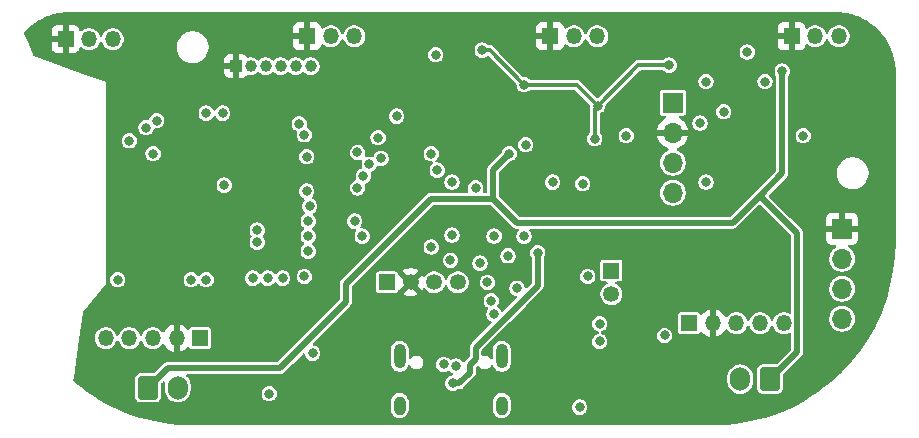
<source format=gbr>
%TF.GenerationSoftware,KiCad,Pcbnew,9.0.1*%
%TF.CreationDate,2025-05-18T13:56:21-05:00*%
%TF.ProjectId,LASK5-V3-0,4c41534b-352d-4563-932d-302e6b696361,rev?*%
%TF.SameCoordinates,Original*%
%TF.FileFunction,Copper,L3,Inr*%
%TF.FilePolarity,Positive*%
%FSLAX46Y46*%
G04 Gerber Fmt 4.6, Leading zero omitted, Abs format (unit mm)*
G04 Created by KiCad (PCBNEW 9.0.1) date 2025-05-18 13:56:21*
%MOMM*%
%LPD*%
G01*
G04 APERTURE LIST*
G04 Aperture macros list*
%AMRoundRect*
0 Rectangle with rounded corners*
0 $1 Rounding radius*
0 $2 $3 $4 $5 $6 $7 $8 $9 X,Y pos of 4 corners*
0 Add a 4 corners polygon primitive as box body*
4,1,4,$2,$3,$4,$5,$6,$7,$8,$9,$2,$3,0*
0 Add four circle primitives for the rounded corners*
1,1,$1+$1,$2,$3*
1,1,$1+$1,$4,$5*
1,1,$1+$1,$6,$7*
1,1,$1+$1,$8,$9*
0 Add four rect primitives between the rounded corners*
20,1,$1+$1,$2,$3,$4,$5,0*
20,1,$1+$1,$4,$5,$6,$7,0*
20,1,$1+$1,$6,$7,$8,$9,0*
20,1,$1+$1,$8,$9,$2,$3,0*%
G04 Aperture macros list end*
%TA.AperFunction,ComponentPad*%
%ADD10R,1.000000X1.000000*%
%TD*%
%TA.AperFunction,ComponentPad*%
%ADD11C,1.000000*%
%TD*%
%TA.AperFunction,ComponentPad*%
%ADD12R,1.700000X1.700000*%
%TD*%
%TA.AperFunction,ComponentPad*%
%ADD13O,1.700000X1.700000*%
%TD*%
%TA.AperFunction,ComponentPad*%
%ADD14R,1.350000X1.350000*%
%TD*%
%TA.AperFunction,ComponentPad*%
%ADD15O,1.350000X1.350000*%
%TD*%
%TA.AperFunction,ComponentPad*%
%ADD16RoundRect,0.250000X0.600000X0.750000X-0.600000X0.750000X-0.600000X-0.750000X0.600000X-0.750000X0*%
%TD*%
%TA.AperFunction,ComponentPad*%
%ADD17O,1.700000X2.000000*%
%TD*%
%TA.AperFunction,ComponentPad*%
%ADD18RoundRect,0.250000X-0.600000X-0.750000X0.600000X-0.750000X0.600000X0.750000X-0.600000X0.750000X0*%
%TD*%
%TA.AperFunction,ComponentPad*%
%ADD19C,1.350000*%
%TD*%
%TA.AperFunction,ComponentPad*%
%ADD20O,1.000000X2.100000*%
%TD*%
%TA.AperFunction,ComponentPad*%
%ADD21O,1.000000X1.600000*%
%TD*%
%TA.AperFunction,ViaPad*%
%ADD22C,0.800000*%
%TD*%
%TA.AperFunction,Conductor*%
%ADD23C,0.500000*%
%TD*%
%TA.AperFunction,Conductor*%
%ADD24C,0.350000*%
%TD*%
%TA.AperFunction,Conductor*%
%ADD25C,0.250000*%
%TD*%
G04 APERTURE END LIST*
D10*
%TO.N,+3V3*%
%TO.C,J6*%
X133690000Y-70700000D03*
D11*
%TO.N,SPI_MISO*%
X134960000Y-70700000D03*
%TO.N,SPI_SCK*%
X136230000Y-70700000D03*
%TO.N,SPI_MOSI*%
X137500000Y-70700000D03*
%TO.N,CS*%
X138770000Y-70700000D03*
%TO.N,GND*%
X140040000Y-70700000D03*
%TD*%
D12*
%TO.N,GND*%
%TO.C,J1*%
X170688000Y-73787000D03*
D13*
%TO.N,+3V3*%
X170688000Y-76327000D03*
%TO.N,SCL*%
X170688000Y-78867000D03*
%TO.N,SDA*%
X170688000Y-81407000D03*
%TD*%
D14*
%TO.N,+3V3*%
%TO.C,H2*%
X139732000Y-68167600D03*
D15*
%TO.N,GND*%
X141732000Y-68167600D03*
%TO.N,hall_1*%
X143732000Y-68167600D03*
%TD*%
D14*
%TO.N,GND*%
%TO.C,Joystick1*%
X172085000Y-92456000D03*
D15*
%TO.N,+3V3*%
X174085000Y-92456000D03*
%TO.N,JX*%
X176085000Y-92456000D03*
%TO.N,JY*%
X178085000Y-92456000D03*
%TO.N,JSW*%
X180085000Y-92456000D03*
%TD*%
D14*
%TO.N,+3V3*%
%TO.C,H4*%
X180753000Y-68167600D03*
D15*
%TO.N,GND*%
X182753000Y-68167600D03*
%TO.N,hall_3*%
X184753000Y-68167600D03*
%TD*%
D16*
%TO.N,VBAT*%
%TO.C,BattExtLTC4054*%
X178923000Y-97201000D03*
D17*
%TO.N,GND*%
X176423000Y-97201000D03*
%TD*%
D18*
%TO.N,VBAT*%
%TO.C,J2*%
X126278000Y-97917000D03*
D17*
%TO.N,GND*%
X128778000Y-97917000D03*
%TD*%
D14*
%TO.N,GND*%
%TO.C,J3*%
X146500000Y-89000000D03*
D19*
%TO.N,+3V3*%
X148500000Y-89000000D03*
%TO.N,GP15*%
X150500000Y-89000000D03*
%TO.N,GP16*%
X152500000Y-89000000D03*
%TD*%
D14*
%TO.N,GND*%
%TO.C,Joystick2*%
X130683000Y-93726000D03*
D15*
%TO.N,+3V3*%
X128683000Y-93726000D03*
%TO.N,JX*%
X126683000Y-93726000D03*
%TO.N,JY*%
X124683000Y-93726000D03*
%TO.N,JSW*%
X122683000Y-93726000D03*
%TD*%
D20*
%TO.N,GND*%
%TO.C,J4*%
X147570000Y-95250000D03*
D21*
X147570000Y-99430000D03*
D20*
X156210000Y-95250000D03*
D21*
X156210000Y-99430000D03*
%TD*%
D14*
%TO.N,Batt+*%
%TO.C,J5*%
X165500000Y-88000000D03*
D19*
%TO.N,MotorGND*%
X165500000Y-90000000D03*
%TD*%
D14*
%TO.N,+3V3*%
%TO.C,H1*%
X119285000Y-68398600D03*
D15*
%TO.N,GND*%
X121285000Y-68398600D03*
%TO.N,hall_0*%
X123285000Y-68398600D03*
%TD*%
D14*
%TO.N,+3V3*%
%TO.C,H3*%
X160306000Y-68167600D03*
D15*
%TO.N,GND*%
X162306000Y-68167600D03*
%TO.N,hall_2*%
X164306000Y-68167600D03*
%TD*%
D12*
%TO.N,+3V3*%
%TO.C,J9*%
X185039000Y-84455000D03*
D13*
%TO.N,GND*%
X185039000Y-86995000D03*
%TO.N,SCL*%
X185039000Y-89535000D03*
%TO.N,SDA*%
X185039000Y-92075000D03*
%TD*%
D22*
%TO.N,CS*%
X124687347Y-77012653D03*
%TO.N,SPI_MOSI*%
X126700000Y-78100000D03*
%TO.N,SPI_SCK*%
X126100000Y-75900000D03*
%TO.N,SPI_MISO*%
X127000000Y-75300000D03*
%TO.N,GND*%
X170000000Y-93500000D03*
X166751000Y-76581000D03*
X157500000Y-89500000D03*
X175006000Y-74549000D03*
X147320000Y-74930000D03*
X181737000Y-76581000D03*
X155000000Y-89000000D03*
X162814000Y-99568000D03*
X132715000Y-80772000D03*
X173500000Y-80500000D03*
X150241000Y-78105000D03*
X150622000Y-69723000D03*
X154000000Y-81000000D03*
X158242000Y-77343000D03*
X123698000Y-88773000D03*
%TO.N,+3V3*%
X155321000Y-76581000D03*
X151384000Y-73279000D03*
X137922000Y-92710000D03*
X125500000Y-88500000D03*
%TO.N,SCL*%
X139500000Y-88500000D03*
X158100000Y-85100000D03*
X155321000Y-90551000D03*
X139827000Y-86360000D03*
%TO.N,SDA*%
X137668000Y-88646000D03*
X155565714Y-91687500D03*
X155568905Y-85068905D03*
%TO.N,JX*%
X140208000Y-94996000D03*
%TO.N,JY*%
X129921000Y-88773000D03*
%TO.N,JSW*%
X131191000Y-88773000D03*
%TO.N,GP15*%
X144000000Y-81000000D03*
X135509000Y-84582000D03*
%TO.N,GP16*%
X135509000Y-85598000D03*
X144500000Y-80000000D03*
%TO.N,VBAT*%
X179959000Y-71120000D03*
X156845000Y-78105000D03*
%TO.N,VBUS*%
X152069800Y-97536000D03*
X159258000Y-86487000D03*
X170388000Y-70612000D03*
X154559000Y-69342000D03*
X164084000Y-76835000D03*
X158115000Y-72263000D03*
X164338000Y-74041000D03*
%TO.N,Net-(JP1-A)*%
X160528000Y-80518000D03*
X163068000Y-80645000D03*
%TO.N,LDO_EN*%
X178500000Y-72000000D03*
X177000000Y-69500000D03*
%TO.N,ADC_BAT*%
X136398000Y-88646000D03*
%TO.N,100*%
X139065000Y-75565000D03*
X136525000Y-98425000D03*
%TO.N,Net-(U3-EN)*%
X150749000Y-79502000D03*
X173500000Y-72000000D03*
%TO.N,Net-(Q1-G)*%
X152000000Y-85000000D03*
X163500000Y-88500000D03*
%TO.N,PWR_OFF*%
X139500000Y-76500000D03*
X173000000Y-75500000D03*
%TO.N,GP34*%
X156750000Y-86750000D03*
X131191000Y-74676000D03*
X146000000Y-78500000D03*
X150250000Y-86000000D03*
%TO.N,GP33*%
X132588000Y-74676000D03*
X151875000Y-87125000D03*
X154375000Y-87375000D03*
X145000000Y-79000000D03*
%TO.N,Net-(J4-CC1)*%
X164500000Y-94000000D03*
X151297684Y-95939732D03*
%TO.N,Net-(J4-CC2)*%
X152349200Y-96088200D03*
X164500000Y-92500000D03*
%TO.N,MOT_SIG*%
X135128000Y-88646000D03*
X152000000Y-80500000D03*
%TO.N,MENU*%
X144000000Y-78000000D03*
X145750000Y-76750000D03*
X143764000Y-83820000D03*
X139700000Y-78359000D03*
%TO.N,SELECT*%
X144399000Y-85090000D03*
X139827000Y-85090000D03*
%TO.N,SPI_SCK*%
X139954000Y-82550000D03*
%TO.N,SPI_MOSI*%
X139700000Y-81280000D03*
%TO.N,SPI_MISO*%
X139827000Y-83820000D03*
%TD*%
D23*
%TO.N,VBAT*%
X150215000Y-81915000D02*
X155448000Y-81915000D01*
X179959000Y-79756000D02*
X179959000Y-71120000D01*
X155448000Y-81915000D02*
X157480000Y-83947000D01*
X157480000Y-83947000D02*
X175768000Y-83947000D01*
X143002000Y-90678000D02*
X143002000Y-89128000D01*
X175768000Y-83947000D02*
X178054000Y-81661000D01*
X143002000Y-89128000D02*
X150215000Y-81915000D01*
X127929000Y-96266000D02*
X137414000Y-96266000D01*
X137414000Y-96266000D02*
X143002000Y-90678000D01*
X178923000Y-97201000D02*
X181229000Y-94895000D01*
X178054000Y-81661000D02*
X179959000Y-79756000D01*
X155448000Y-81915000D02*
X155448000Y-79502000D01*
X155448000Y-79502000D02*
X156845000Y-78105000D01*
X181229000Y-94895000D02*
X181229000Y-84836000D01*
X126278000Y-97917000D02*
X127929000Y-96266000D01*
X181229000Y-84836000D02*
X178054000Y-81661000D01*
%TO.N,VBUS*%
X154000000Y-94529026D02*
X159258000Y-89271026D01*
X159258000Y-89271026D02*
X159258000Y-86487000D01*
D24*
X155194000Y-69342000D02*
X154559000Y-69342000D01*
D23*
X153500000Y-96000000D02*
X154000000Y-95500000D01*
X152069800Y-97536000D02*
X152620141Y-97536000D01*
D25*
X159258000Y-86487000D02*
X159258000Y-86614000D01*
D24*
X164084000Y-76835000D02*
X164084000Y-74295000D01*
D25*
X164084000Y-74295000D02*
X164338000Y-74041000D01*
D24*
X167767000Y-70612000D02*
X170388000Y-70612000D01*
D23*
X153500000Y-96656141D02*
X153500000Y-96000000D01*
D24*
X167767000Y-70612000D02*
X164338000Y-74041000D01*
D23*
X154000000Y-95500000D02*
X154000000Y-94529026D01*
D24*
X158115000Y-72263000D02*
X155194000Y-69342000D01*
D23*
X152620141Y-97536000D02*
X153500000Y-96656141D01*
D24*
X162560000Y-72263000D02*
X158115000Y-72263000D01*
X164338000Y-74041000D02*
X162560000Y-72263000D01*
%TD*%
%TA.AperFunction,Conductor*%
%TO.N,+3V3*%
G36*
X184558397Y-66120816D02*
G01*
X184822169Y-66139711D01*
X184822169Y-66139710D01*
X184875898Y-66143559D01*
X184875921Y-66143560D01*
X185257060Y-66170862D01*
X185274615Y-66173391D01*
X185954243Y-66321603D01*
X185971112Y-66326559D01*
X186622445Y-66569349D01*
X186622448Y-66569350D01*
X186638585Y-66576720D01*
X187248985Y-66910195D01*
X187263784Y-66919702D01*
X187745920Y-67280249D01*
X187820539Y-67336050D01*
X187833959Y-67347673D01*
X188326318Y-67840033D01*
X188337941Y-67853453D01*
X188754285Y-68410201D01*
X188763800Y-68425011D01*
X189097273Y-69035398D01*
X189104645Y-69051540D01*
X189347425Y-69702871D01*
X189352386Y-69719758D01*
X189500603Y-70399373D01*
X189503134Y-70416936D01*
X189553175Y-71115592D01*
X189553492Y-71124451D01*
X189553492Y-85617567D01*
X189553395Y-85622459D01*
X189505679Y-86831103D01*
X189504918Y-86840776D01*
X189363065Y-88040102D01*
X189361546Y-88049699D01*
X189126459Y-89233069D01*
X189124168Y-89242609D01*
X188795831Y-90405180D01*
X188792845Y-90414369D01*
X188375212Y-91547239D01*
X188371492Y-91556227D01*
X187866603Y-92652315D01*
X187862156Y-92661045D01*
X187271938Y-93714508D01*
X187266870Y-93722776D01*
X186596324Y-94726607D01*
X186590536Y-94734570D01*
X185842585Y-95681902D01*
X185836339Y-95689211D01*
X185016962Y-96576046D01*
X185010036Y-96582972D01*
X184821813Y-96756886D01*
X184821811Y-96756888D01*
X184123199Y-97402355D01*
X184115889Y-97408601D01*
X183168576Y-98156533D01*
X183160614Y-98162322D01*
X182156753Y-98832885D01*
X182148485Y-98837951D01*
X181095056Y-99428151D01*
X181086326Y-99432599D01*
X179990220Y-99937500D01*
X179981232Y-99941220D01*
X178848358Y-100358854D01*
X178839169Y-100361840D01*
X177676600Y-100690176D01*
X177667060Y-100692467D01*
X176483695Y-100927554D01*
X176474098Y-100929073D01*
X175274785Y-101070929D01*
X175265111Y-101071690D01*
X174056429Y-101119403D01*
X174051538Y-101119500D01*
X130056456Y-101119500D01*
X130051565Y-101119403D01*
X128842882Y-101071690D01*
X128833208Y-101070929D01*
X127633895Y-100929073D01*
X127624298Y-100927554D01*
X126440928Y-100692467D01*
X126431388Y-100690176D01*
X125268817Y-100361838D01*
X125259628Y-100358852D01*
X124126758Y-99941220D01*
X124117770Y-99937500D01*
X123827776Y-99803920D01*
X146819499Y-99803920D01*
X146848340Y-99948907D01*
X146848343Y-99948917D01*
X146904912Y-100085488D01*
X146904919Y-100085501D01*
X146987048Y-100208415D01*
X146987051Y-100208419D01*
X147091580Y-100312948D01*
X147091584Y-100312951D01*
X147214498Y-100395080D01*
X147214511Y-100395087D01*
X147351082Y-100451656D01*
X147351087Y-100451658D01*
X147351091Y-100451658D01*
X147351092Y-100451659D01*
X147496079Y-100480500D01*
X147496082Y-100480500D01*
X147643920Y-100480500D01*
X147741462Y-100461096D01*
X147788913Y-100451658D01*
X147925495Y-100395084D01*
X148048416Y-100312951D01*
X148152951Y-100208416D01*
X148235084Y-100085495D01*
X148291658Y-99948913D01*
X148320500Y-99803920D01*
X155459499Y-99803920D01*
X155488340Y-99948907D01*
X155488343Y-99948917D01*
X155544912Y-100085488D01*
X155544919Y-100085501D01*
X155627048Y-100208415D01*
X155627051Y-100208419D01*
X155731580Y-100312948D01*
X155731584Y-100312951D01*
X155854498Y-100395080D01*
X155854511Y-100395087D01*
X155991082Y-100451656D01*
X155991087Y-100451658D01*
X155991091Y-100451658D01*
X155991092Y-100451659D01*
X156136079Y-100480500D01*
X156136082Y-100480500D01*
X156283920Y-100480500D01*
X156381462Y-100461096D01*
X156428913Y-100451658D01*
X156565495Y-100395084D01*
X156688416Y-100312951D01*
X156792951Y-100208416D01*
X156875084Y-100085495D01*
X156931658Y-99948913D01*
X156960500Y-99803918D01*
X156960500Y-99632071D01*
X162163499Y-99632071D01*
X162188497Y-99757738D01*
X162188499Y-99757744D01*
X162237533Y-99876124D01*
X162237538Y-99876133D01*
X162308723Y-99982668D01*
X162308726Y-99982672D01*
X162399327Y-100073273D01*
X162399331Y-100073276D01*
X162505866Y-100144461D01*
X162505872Y-100144464D01*
X162505873Y-100144465D01*
X162624256Y-100193501D01*
X162624260Y-100193501D01*
X162624261Y-100193502D01*
X162749928Y-100218500D01*
X162749931Y-100218500D01*
X162878071Y-100218500D01*
X162962615Y-100201682D01*
X163003744Y-100193501D01*
X163122127Y-100144465D01*
X163228669Y-100073276D01*
X163319276Y-99982669D01*
X163390465Y-99876127D01*
X163439501Y-99757744D01*
X163464500Y-99632069D01*
X163464500Y-99503931D01*
X163464500Y-99503928D01*
X163439502Y-99378261D01*
X163439501Y-99378260D01*
X163439501Y-99378256D01*
X163390465Y-99259873D01*
X163390464Y-99259872D01*
X163390461Y-99259866D01*
X163319276Y-99153331D01*
X163319273Y-99153327D01*
X163228672Y-99062726D01*
X163228668Y-99062723D01*
X163122133Y-98991538D01*
X163122124Y-98991533D01*
X163003744Y-98942499D01*
X163003738Y-98942497D01*
X162878071Y-98917500D01*
X162878069Y-98917500D01*
X162749931Y-98917500D01*
X162749929Y-98917500D01*
X162624261Y-98942497D01*
X162624255Y-98942499D01*
X162505875Y-98991533D01*
X162505866Y-98991538D01*
X162399331Y-99062723D01*
X162399327Y-99062726D01*
X162308726Y-99153327D01*
X162308723Y-99153331D01*
X162237538Y-99259866D01*
X162237533Y-99259875D01*
X162188499Y-99378255D01*
X162188497Y-99378261D01*
X162163500Y-99503928D01*
X162163500Y-99503931D01*
X162163500Y-99632069D01*
X162163500Y-99632071D01*
X162163499Y-99632071D01*
X156960500Y-99632071D01*
X156960500Y-99056082D01*
X156960500Y-99056079D01*
X156931659Y-98911092D01*
X156931658Y-98911091D01*
X156931658Y-98911087D01*
X156902076Y-98839669D01*
X156875087Y-98774511D01*
X156875080Y-98774498D01*
X156792951Y-98651584D01*
X156792948Y-98651580D01*
X156688419Y-98547051D01*
X156688415Y-98547048D01*
X156565501Y-98464919D01*
X156565488Y-98464912D01*
X156428917Y-98408343D01*
X156428907Y-98408340D01*
X156283920Y-98379500D01*
X156283918Y-98379500D01*
X156136082Y-98379500D01*
X156136080Y-98379500D01*
X155991092Y-98408340D01*
X155991082Y-98408343D01*
X155854511Y-98464912D01*
X155854498Y-98464919D01*
X155731584Y-98547048D01*
X155731580Y-98547051D01*
X155627051Y-98651580D01*
X155627048Y-98651584D01*
X155544919Y-98774498D01*
X155544912Y-98774511D01*
X155488343Y-98911082D01*
X155488340Y-98911092D01*
X155459500Y-99056079D01*
X155459500Y-99056082D01*
X155459500Y-99803918D01*
X155459500Y-99803920D01*
X155459499Y-99803920D01*
X148320500Y-99803920D01*
X148320500Y-99803918D01*
X148320500Y-99056082D01*
X148320500Y-99056079D01*
X148291659Y-98911092D01*
X148291658Y-98911091D01*
X148291658Y-98911087D01*
X148262076Y-98839669D01*
X148235087Y-98774511D01*
X148235080Y-98774498D01*
X148152951Y-98651584D01*
X148152948Y-98651580D01*
X148048419Y-98547051D01*
X148048415Y-98547048D01*
X147925501Y-98464919D01*
X147925488Y-98464912D01*
X147788917Y-98408343D01*
X147788907Y-98408340D01*
X147643920Y-98379500D01*
X147643918Y-98379500D01*
X147496082Y-98379500D01*
X147496080Y-98379500D01*
X147351092Y-98408340D01*
X147351082Y-98408343D01*
X147214511Y-98464912D01*
X147214498Y-98464919D01*
X147091584Y-98547048D01*
X147091580Y-98547051D01*
X146987051Y-98651580D01*
X146987048Y-98651584D01*
X146904919Y-98774498D01*
X146904912Y-98774511D01*
X146848343Y-98911082D01*
X146848340Y-98911092D01*
X146819500Y-99056079D01*
X146819500Y-99056082D01*
X146819500Y-99803918D01*
X146819500Y-99803920D01*
X146819499Y-99803920D01*
X123827776Y-99803920D01*
X123021680Y-99432607D01*
X123012950Y-99428160D01*
X121959484Y-98837940D01*
X121951216Y-98832872D01*
X120947384Y-98162328D01*
X120939422Y-98156540D01*
X119992101Y-97408601D01*
X119984796Y-97402359D01*
X119984792Y-97402355D01*
X119976771Y-97394944D01*
X119940888Y-97334996D01*
X119938230Y-97285881D01*
X119962686Y-97119135D01*
X125177500Y-97119135D01*
X125177500Y-98714870D01*
X125177501Y-98714876D01*
X125183908Y-98774483D01*
X125234202Y-98909328D01*
X125234206Y-98909335D01*
X125320452Y-99024544D01*
X125320455Y-99024547D01*
X125435664Y-99110793D01*
X125435671Y-99110797D01*
X125570517Y-99161091D01*
X125570516Y-99161091D01*
X125577444Y-99161835D01*
X125630127Y-99167500D01*
X126925872Y-99167499D01*
X126985483Y-99161091D01*
X127120331Y-99110796D01*
X127235546Y-99024546D01*
X127321796Y-98909331D01*
X127372091Y-98774483D01*
X127378500Y-98714873D01*
X127378499Y-97575675D01*
X127398184Y-97508637D01*
X127414812Y-97488000D01*
X127493289Y-97409523D01*
X127554608Y-97376041D01*
X127624300Y-97381025D01*
X127680234Y-97422896D01*
X127704651Y-97488360D01*
X127703440Y-97516604D01*
X127688854Y-97608701D01*
X127677500Y-97680389D01*
X127677500Y-98153611D01*
X127704598Y-98324701D01*
X127758127Y-98489445D01*
X127836768Y-98643788D01*
X127938586Y-98783928D01*
X128061072Y-98906414D01*
X128201212Y-99008232D01*
X128355555Y-99086873D01*
X128520299Y-99140402D01*
X128691389Y-99167500D01*
X128691390Y-99167500D01*
X128864610Y-99167500D01*
X128864611Y-99167500D01*
X129035701Y-99140402D01*
X129200445Y-99086873D01*
X129354788Y-99008232D01*
X129494928Y-98906414D01*
X129617414Y-98783928D01*
X129719232Y-98643788D01*
X129797873Y-98489445D01*
X129797995Y-98489071D01*
X135874499Y-98489071D01*
X135899497Y-98614738D01*
X135899499Y-98614744D01*
X135948533Y-98733124D01*
X135948538Y-98733133D01*
X136019723Y-98839668D01*
X136019726Y-98839672D01*
X136110327Y-98930273D01*
X136110331Y-98930276D01*
X136216866Y-99001461D01*
X136216875Y-99001466D01*
X136233210Y-99008232D01*
X136335256Y-99050501D01*
X136335260Y-99050501D01*
X136335261Y-99050502D01*
X136460928Y-99075500D01*
X136460931Y-99075500D01*
X136589071Y-99075500D01*
X136686702Y-99056079D01*
X136714744Y-99050501D01*
X136833127Y-99001465D01*
X136847991Y-98991533D01*
X136914808Y-98946888D01*
X136924563Y-98940369D01*
X136939669Y-98930276D01*
X137030276Y-98839669D01*
X137101465Y-98733127D01*
X137150501Y-98614744D01*
X137175425Y-98489447D01*
X137175500Y-98489071D01*
X137175500Y-98360928D01*
X137150502Y-98235261D01*
X137150501Y-98235260D01*
X137150501Y-98235256D01*
X137101465Y-98116873D01*
X137101464Y-98116872D01*
X137101461Y-98116866D01*
X137030276Y-98010331D01*
X137030273Y-98010327D01*
X136939672Y-97919726D01*
X136939668Y-97919723D01*
X136833133Y-97848538D01*
X136833124Y-97848533D01*
X136714744Y-97799499D01*
X136714738Y-97799497D01*
X136589071Y-97774500D01*
X136589069Y-97774500D01*
X136460931Y-97774500D01*
X136460929Y-97774500D01*
X136335261Y-97799497D01*
X136335255Y-97799499D01*
X136216875Y-97848533D01*
X136216866Y-97848538D01*
X136110331Y-97919723D01*
X136110327Y-97919726D01*
X136019726Y-98010327D01*
X136019723Y-98010331D01*
X135948538Y-98116866D01*
X135948533Y-98116875D01*
X135899499Y-98235255D01*
X135899497Y-98235261D01*
X135874500Y-98360928D01*
X135874500Y-98360931D01*
X135874500Y-98489069D01*
X135874500Y-98489071D01*
X135874499Y-98489071D01*
X129797995Y-98489071D01*
X129851402Y-98324701D01*
X129878500Y-98153611D01*
X129878500Y-97680389D01*
X129851402Y-97509299D01*
X129797873Y-97344555D01*
X129719232Y-97190212D01*
X129617414Y-97050072D01*
X129545523Y-96978181D01*
X129512038Y-96916858D01*
X129517022Y-96847166D01*
X129558894Y-96791233D01*
X129624358Y-96766816D01*
X129633204Y-96766500D01*
X137479890Y-96766500D01*
X137479892Y-96766500D01*
X137607186Y-96732392D01*
X137721314Y-96666500D01*
X138513893Y-95873920D01*
X146819499Y-95873920D01*
X146848340Y-96018907D01*
X146848343Y-96018917D01*
X146904912Y-96155488D01*
X146904919Y-96155501D01*
X146987048Y-96278415D01*
X146987051Y-96278419D01*
X147091580Y-96382948D01*
X147091584Y-96382951D01*
X147214498Y-96465080D01*
X147214511Y-96465087D01*
X147305726Y-96502869D01*
X147351087Y-96521658D01*
X147351091Y-96521658D01*
X147351092Y-96521659D01*
X147496079Y-96550500D01*
X147496082Y-96550500D01*
X147643920Y-96550500D01*
X147741462Y-96531096D01*
X147788913Y-96521658D01*
X147911258Y-96470981D01*
X147925488Y-96465087D01*
X147925488Y-96465086D01*
X147925495Y-96465084D01*
X148048416Y-96382951D01*
X148152951Y-96278416D01*
X148235084Y-96155495D01*
X148235086Y-96155491D01*
X148235087Y-96155489D01*
X148271356Y-96067926D01*
X148315196Y-96013522D01*
X148381490Y-95991457D01*
X148449190Y-96008736D01*
X148493304Y-96053378D01*
X148539482Y-96133361D01*
X148539484Y-96133363D01*
X148539485Y-96133365D01*
X148646635Y-96240515D01*
X148777865Y-96316281D01*
X148924234Y-96355500D01*
X148924236Y-96355500D01*
X149075764Y-96355500D01*
X149075766Y-96355500D01*
X149222135Y-96316281D01*
X149353365Y-96240515D01*
X149460515Y-96133365D01*
X149535318Y-96003803D01*
X150647183Y-96003803D01*
X150672181Y-96129470D01*
X150672183Y-96129476D01*
X150721217Y-96247856D01*
X150721222Y-96247865D01*
X150792407Y-96354400D01*
X150792410Y-96354404D01*
X150883011Y-96445005D01*
X150883015Y-96445008D01*
X150989550Y-96516193D01*
X150989556Y-96516196D01*
X150989557Y-96516197D01*
X151107940Y-96565233D01*
X151107944Y-96565233D01*
X151107945Y-96565234D01*
X151233612Y-96590232D01*
X151233615Y-96590232D01*
X151361755Y-96590232D01*
X151446299Y-96573414D01*
X151487428Y-96565233D01*
X151605811Y-96516197D01*
X151605816Y-96516193D01*
X151605819Y-96516192D01*
X151668646Y-96474212D01*
X151673482Y-96470980D01*
X151740158Y-96450102D01*
X151807538Y-96468586D01*
X151839050Y-96498989D01*
X151840060Y-96498161D01*
X151843926Y-96502872D01*
X151934527Y-96593473D01*
X151934531Y-96593476D01*
X152038738Y-96663106D01*
X152083543Y-96716719D01*
X152092250Y-96786044D01*
X152062095Y-96849071D01*
X152002652Y-96885790D01*
X151994039Y-96887825D01*
X151880061Y-96910497D01*
X151880055Y-96910499D01*
X151761675Y-96959533D01*
X151761666Y-96959538D01*
X151655131Y-97030723D01*
X151655127Y-97030726D01*
X151564526Y-97121327D01*
X151564523Y-97121331D01*
X151493338Y-97227866D01*
X151493333Y-97227875D01*
X151444299Y-97346255D01*
X151444297Y-97346261D01*
X151419300Y-97471928D01*
X151419300Y-97471931D01*
X151419300Y-97600069D01*
X151419300Y-97600071D01*
X151419299Y-97600071D01*
X151444297Y-97725738D01*
X151444299Y-97725744D01*
X151493333Y-97844124D01*
X151493338Y-97844133D01*
X151564523Y-97950668D01*
X151564526Y-97950672D01*
X151655127Y-98041273D01*
X151655131Y-98041276D01*
X151761666Y-98112461D01*
X151761675Y-98112466D01*
X151788492Y-98123574D01*
X151880056Y-98161501D01*
X151880060Y-98161501D01*
X151880061Y-98161502D01*
X152005728Y-98186500D01*
X152005731Y-98186500D01*
X152133871Y-98186500D01*
X152218415Y-98169682D01*
X152259544Y-98161501D01*
X152377927Y-98112465D01*
X152377933Y-98112461D01*
X152460341Y-98057398D01*
X152527018Y-98036520D01*
X152529232Y-98036500D01*
X152686031Y-98036500D01*
X152686033Y-98036500D01*
X152813327Y-98002392D01*
X152927455Y-97936500D01*
X153899566Y-96964389D01*
X175322500Y-96964389D01*
X175322500Y-97437610D01*
X175348230Y-97600069D01*
X175349598Y-97608701D01*
X175403127Y-97773445D01*
X175481768Y-97927788D01*
X175583586Y-98067928D01*
X175706072Y-98190414D01*
X175846212Y-98292232D01*
X176000555Y-98370873D01*
X176165299Y-98424402D01*
X176336389Y-98451500D01*
X176336390Y-98451500D01*
X176509610Y-98451500D01*
X176509611Y-98451500D01*
X176680701Y-98424402D01*
X176845445Y-98370873D01*
X176999788Y-98292232D01*
X177139928Y-98190414D01*
X177262414Y-98067928D01*
X177364232Y-97927788D01*
X177442873Y-97773445D01*
X177496402Y-97608701D01*
X177523500Y-97437611D01*
X177523500Y-96964389D01*
X177496402Y-96793299D01*
X177442873Y-96628555D01*
X177364232Y-96474212D01*
X177262414Y-96334072D01*
X177139928Y-96211586D01*
X176999788Y-96109768D01*
X176917666Y-96067925D01*
X176845447Y-96031128D01*
X176845446Y-96031127D01*
X176845445Y-96031127D01*
X176680701Y-95977598D01*
X176680699Y-95977597D01*
X176680698Y-95977597D01*
X176549271Y-95956781D01*
X176509611Y-95950500D01*
X176336389Y-95950500D01*
X176296728Y-95956781D01*
X176165302Y-95977597D01*
X176000552Y-96031128D01*
X175846211Y-96109768D01*
X175783280Y-96155491D01*
X175706072Y-96211586D01*
X175706070Y-96211588D01*
X175706069Y-96211588D01*
X175583588Y-96334069D01*
X175583588Y-96334070D01*
X175583586Y-96334072D01*
X175568018Y-96355500D01*
X175481768Y-96474211D01*
X175403128Y-96628552D01*
X175403127Y-96628554D01*
X175403127Y-96628555D01*
X175388716Y-96672908D01*
X175349597Y-96793302D01*
X175322500Y-96964389D01*
X153899566Y-96964389D01*
X153900500Y-96963455D01*
X153945507Y-96885500D01*
X153966392Y-96849327D01*
X154000500Y-96722033D01*
X154000500Y-96258675D01*
X154009144Y-96229234D01*
X154015668Y-96199248D01*
X154019422Y-96194232D01*
X154020185Y-96191636D01*
X154036815Y-96170998D01*
X154115528Y-96092285D01*
X154176850Y-96058801D01*
X154246542Y-96063785D01*
X154302475Y-96105657D01*
X154310594Y-96117966D01*
X154319485Y-96133365D01*
X154426635Y-96240515D01*
X154557865Y-96316281D01*
X154704234Y-96355500D01*
X154704236Y-96355500D01*
X154855764Y-96355500D01*
X154855766Y-96355500D01*
X155002135Y-96316281D01*
X155133365Y-96240515D01*
X155240515Y-96133365D01*
X155286696Y-96053376D01*
X155337261Y-96005163D01*
X155405868Y-95991939D01*
X155470733Y-96017907D01*
X155508643Y-96067925D01*
X155544914Y-96155491D01*
X155544919Y-96155501D01*
X155627048Y-96278415D01*
X155627051Y-96278419D01*
X155731580Y-96382948D01*
X155731584Y-96382951D01*
X155854498Y-96465080D01*
X155854511Y-96465087D01*
X155945726Y-96502869D01*
X155991087Y-96521658D01*
X155991091Y-96521658D01*
X155991092Y-96521659D01*
X156136079Y-96550500D01*
X156136082Y-96550500D01*
X156283920Y-96550500D01*
X156381462Y-96531096D01*
X156428913Y-96521658D01*
X156551258Y-96470981D01*
X156565488Y-96465087D01*
X156565488Y-96465086D01*
X156565495Y-96465084D01*
X156688416Y-96382951D01*
X156792951Y-96278416D01*
X156875084Y-96155495D01*
X156931658Y-96018913D01*
X156960153Y-95875663D01*
X156960500Y-95873920D01*
X156960500Y-94626079D01*
X156931659Y-94481092D01*
X156931658Y-94481091D01*
X156931658Y-94481087D01*
X156906164Y-94419538D01*
X156875087Y-94344511D01*
X156875080Y-94344498D01*
X156792951Y-94221584D01*
X156792948Y-94221580D01*
X156688419Y-94117051D01*
X156688415Y-94117048D01*
X156565501Y-94034919D01*
X156565488Y-94034912D01*
X156428917Y-93978343D01*
X156428907Y-93978340D01*
X156283920Y-93949500D01*
X156283918Y-93949500D01*
X156136082Y-93949500D01*
X156136080Y-93949500D01*
X155991092Y-93978340D01*
X155991082Y-93978343D01*
X155854511Y-94034912D01*
X155854498Y-94034919D01*
X155731584Y-94117048D01*
X155731580Y-94117051D01*
X155627051Y-94221580D01*
X155627048Y-94221584D01*
X155544919Y-94344498D01*
X155544912Y-94344511D01*
X155488343Y-94481082D01*
X155488340Y-94481092D01*
X155459500Y-94626079D01*
X155459500Y-95346730D01*
X155439815Y-95413769D01*
X155387011Y-95459524D01*
X155317853Y-95469468D01*
X155254297Y-95440443D01*
X155246488Y-95432155D01*
X155246262Y-95432382D01*
X155133367Y-95319487D01*
X155133365Y-95319485D01*
X155059499Y-95276838D01*
X155002136Y-95243719D01*
X154903406Y-95217265D01*
X154855766Y-95204500D01*
X154704234Y-95204500D01*
X154704232Y-95204500D01*
X154656592Y-95217265D01*
X154586742Y-95215602D01*
X154528880Y-95176438D01*
X154501377Y-95112210D01*
X154500500Y-95097490D01*
X154500500Y-94787702D01*
X154520185Y-94720663D01*
X154536819Y-94700021D01*
X156672769Y-92564071D01*
X163849499Y-92564071D01*
X163874497Y-92689738D01*
X163874499Y-92689744D01*
X163923533Y-92808124D01*
X163923538Y-92808133D01*
X163994723Y-92914668D01*
X163994726Y-92914672D01*
X164085327Y-93005273D01*
X164085331Y-93005276D01*
X164191866Y-93076461D01*
X164191872Y-93076464D01*
X164191873Y-93076465D01*
X164310256Y-93125501D01*
X164310258Y-93125501D01*
X164310260Y-93125502D01*
X164324743Y-93128383D01*
X164386653Y-93160769D01*
X164421227Y-93221485D01*
X164417486Y-93291254D01*
X164376619Y-93347926D01*
X164324743Y-93371617D01*
X164310260Y-93374497D01*
X164310255Y-93374499D01*
X164191875Y-93423533D01*
X164191866Y-93423538D01*
X164085331Y-93494723D01*
X164085327Y-93494726D01*
X163994726Y-93585327D01*
X163994723Y-93585331D01*
X163923538Y-93691866D01*
X163923533Y-93691875D01*
X163874499Y-93810255D01*
X163874497Y-93810261D01*
X163849500Y-93935928D01*
X163849500Y-93935931D01*
X163849500Y-94064069D01*
X163849500Y-94064071D01*
X163849499Y-94064071D01*
X163874497Y-94189738D01*
X163874499Y-94189744D01*
X163923533Y-94308124D01*
X163923538Y-94308133D01*
X163994723Y-94414668D01*
X163994726Y-94414672D01*
X164085327Y-94505273D01*
X164085331Y-94505276D01*
X164191866Y-94576461D01*
X164191875Y-94576466D01*
X164204270Y-94581600D01*
X164310256Y-94625501D01*
X164310260Y-94625501D01*
X164310261Y-94625502D01*
X164435928Y-94650500D01*
X164435931Y-94650500D01*
X164564071Y-94650500D01*
X164648615Y-94633682D01*
X164689744Y-94625501D01*
X164808127Y-94576465D01*
X164914669Y-94505276D01*
X165005276Y-94414669D01*
X165076465Y-94308127D01*
X165125501Y-94189744D01*
X165148034Y-94076466D01*
X165150500Y-94064071D01*
X165150500Y-93935928D01*
X165125502Y-93810261D01*
X165125501Y-93810260D01*
X165125501Y-93810256D01*
X165076465Y-93691873D01*
X165076464Y-93691872D01*
X165076461Y-93691866D01*
X165005276Y-93585331D01*
X165005273Y-93585327D01*
X164984017Y-93564071D01*
X169349499Y-93564071D01*
X169374497Y-93689738D01*
X169374499Y-93689744D01*
X169423533Y-93808124D01*
X169423538Y-93808133D01*
X169494723Y-93914668D01*
X169494726Y-93914672D01*
X169585327Y-94005273D01*
X169585331Y-94005276D01*
X169691866Y-94076461D01*
X169691872Y-94076464D01*
X169691873Y-94076465D01*
X169810256Y-94125501D01*
X169810260Y-94125501D01*
X169810261Y-94125502D01*
X169935928Y-94150500D01*
X169935931Y-94150500D01*
X170064071Y-94150500D01*
X170148615Y-94133682D01*
X170189744Y-94125501D01*
X170308127Y-94076465D01*
X170414669Y-94005276D01*
X170505276Y-93914669D01*
X170576465Y-93808127D01*
X170625501Y-93689744D01*
X170636422Y-93634843D01*
X170650500Y-93564071D01*
X170650500Y-93435928D01*
X170625502Y-93310261D01*
X170625501Y-93310260D01*
X170625501Y-93310256D01*
X170584325Y-93210848D01*
X170576466Y-93191875D01*
X170576461Y-93191866D01*
X170505276Y-93085331D01*
X170505273Y-93085327D01*
X170414672Y-92994726D01*
X170414668Y-92994723D01*
X170308133Y-92923538D01*
X170308124Y-92923533D01*
X170189744Y-92874499D01*
X170189738Y-92874497D01*
X170064071Y-92849500D01*
X170064069Y-92849500D01*
X169935931Y-92849500D01*
X169935929Y-92849500D01*
X169810261Y-92874497D01*
X169810255Y-92874499D01*
X169691875Y-92923533D01*
X169691866Y-92923538D01*
X169585331Y-92994723D01*
X169585327Y-92994726D01*
X169494726Y-93085327D01*
X169494723Y-93085331D01*
X169423538Y-93191866D01*
X169423533Y-93191875D01*
X169374499Y-93310255D01*
X169374497Y-93310261D01*
X169349500Y-93435928D01*
X169349500Y-93435931D01*
X169349500Y-93564069D01*
X169349500Y-93564071D01*
X169349499Y-93564071D01*
X164984017Y-93564071D01*
X164914672Y-93494726D01*
X164914668Y-93494723D01*
X164808133Y-93423538D01*
X164808124Y-93423533D01*
X164689744Y-93374499D01*
X164689738Y-93374497D01*
X164675257Y-93371617D01*
X164613347Y-93339232D01*
X164578772Y-93278516D01*
X164582512Y-93208747D01*
X164623379Y-93152075D01*
X164675257Y-93128383D01*
X164683784Y-93126686D01*
X164689744Y-93125501D01*
X164808127Y-93076465D01*
X164914669Y-93005276D01*
X165005276Y-92914669D01*
X165076465Y-92808127D01*
X165125501Y-92689744D01*
X165150500Y-92564069D01*
X165150500Y-92435931D01*
X165150500Y-92435928D01*
X165125502Y-92310261D01*
X165125501Y-92310260D01*
X165125501Y-92310256D01*
X165076465Y-92191873D01*
X165076464Y-92191872D01*
X165076461Y-92191866D01*
X165005276Y-92085331D01*
X165005273Y-92085327D01*
X164914672Y-91994726D01*
X164914668Y-91994723D01*
X164808133Y-91923538D01*
X164808124Y-91923533D01*
X164689744Y-91874499D01*
X164689738Y-91874497D01*
X164676434Y-91871851D01*
X164564071Y-91849500D01*
X164564069Y-91849500D01*
X164435931Y-91849500D01*
X164435929Y-91849500D01*
X164310261Y-91874497D01*
X164310255Y-91874499D01*
X164191875Y-91923533D01*
X164191866Y-91923538D01*
X164085331Y-91994723D01*
X164085327Y-91994726D01*
X163994726Y-92085327D01*
X163994723Y-92085331D01*
X163923538Y-92191866D01*
X163923533Y-92191875D01*
X163874499Y-92310255D01*
X163874497Y-92310261D01*
X163849500Y-92435928D01*
X163849500Y-92435931D01*
X163849500Y-92564069D01*
X163849500Y-92564071D01*
X163849499Y-92564071D01*
X156672769Y-92564071D01*
X156894682Y-92342158D01*
X158271172Y-90965668D01*
X159145684Y-90091156D01*
X164574499Y-90091156D01*
X164610065Y-90269952D01*
X164610068Y-90269962D01*
X164679831Y-90438387D01*
X164679833Y-90438391D01*
X164781113Y-90589967D01*
X164781119Y-90589975D01*
X164910024Y-90718880D01*
X164910032Y-90718886D01*
X165061608Y-90820166D01*
X165061612Y-90820168D01*
X165184782Y-90871186D01*
X165230042Y-90889933D01*
X165230046Y-90889933D01*
X165230047Y-90889934D01*
X165408843Y-90925500D01*
X165408846Y-90925500D01*
X165591156Y-90925500D01*
X165711445Y-90901572D01*
X165769958Y-90889933D01*
X165938389Y-90820167D01*
X165938391Y-90820166D01*
X166013672Y-90769864D01*
X166089972Y-90718883D01*
X166218883Y-90589972D01*
X166269864Y-90513672D01*
X166320166Y-90438391D01*
X166320168Y-90438387D01*
X166389931Y-90269962D01*
X166389933Y-90269958D01*
X166414577Y-90146066D01*
X166425500Y-90091156D01*
X166425500Y-89908843D01*
X166389934Y-89730047D01*
X166389933Y-89730046D01*
X166389933Y-89730042D01*
X166358834Y-89654962D01*
X166320168Y-89561612D01*
X166320166Y-89561608D01*
X166218886Y-89410032D01*
X166218880Y-89410024D01*
X166089975Y-89281119D01*
X166089967Y-89281113D01*
X165938391Y-89179833D01*
X165938387Y-89179831D01*
X165900313Y-89164061D01*
X165845909Y-89120220D01*
X165823844Y-89053926D01*
X165841123Y-88986227D01*
X165892260Y-88938616D01*
X165947765Y-88925500D01*
X166199676Y-88925500D01*
X166199677Y-88925499D01*
X166272740Y-88910966D01*
X166355601Y-88855601D01*
X166410966Y-88772740D01*
X166425500Y-88699674D01*
X166425500Y-87300326D01*
X166425500Y-87300323D01*
X166425499Y-87300321D01*
X166410967Y-87227264D01*
X166410966Y-87227260D01*
X166385448Y-87189069D01*
X166355601Y-87144399D01*
X166272740Y-87089034D01*
X166272739Y-87089033D01*
X166272735Y-87089032D01*
X166199677Y-87074500D01*
X166199674Y-87074500D01*
X164800326Y-87074500D01*
X164800323Y-87074500D01*
X164727264Y-87089032D01*
X164727260Y-87089033D01*
X164644399Y-87144399D01*
X164589033Y-87227260D01*
X164589032Y-87227264D01*
X164574500Y-87300321D01*
X164574500Y-88699678D01*
X164589032Y-88772735D01*
X164589033Y-88772739D01*
X164604348Y-88795660D01*
X164644399Y-88855601D01*
X164724083Y-88908843D01*
X164727260Y-88910966D01*
X164727264Y-88910967D01*
X164800321Y-88925499D01*
X164800324Y-88925500D01*
X165052235Y-88925500D01*
X165119274Y-88945185D01*
X165165029Y-88997989D01*
X165174973Y-89067147D01*
X165145948Y-89130703D01*
X165099687Y-89164061D01*
X165061612Y-89179831D01*
X165061608Y-89179833D01*
X164910032Y-89281113D01*
X164910024Y-89281119D01*
X164781119Y-89410024D01*
X164781113Y-89410032D01*
X164679833Y-89561608D01*
X164679831Y-89561612D01*
X164610068Y-89730037D01*
X164610065Y-89730047D01*
X164574500Y-89908843D01*
X164574500Y-89908846D01*
X164574500Y-90091154D01*
X164574500Y-90091156D01*
X164574499Y-90091156D01*
X159145684Y-90091156D01*
X159658500Y-89578340D01*
X159724392Y-89464212D01*
X159758500Y-89336918D01*
X159758500Y-89205133D01*
X159758500Y-88564071D01*
X162849499Y-88564071D01*
X162874497Y-88689738D01*
X162874499Y-88689744D01*
X162923533Y-88808124D01*
X162923538Y-88808133D01*
X162994723Y-88914668D01*
X162994726Y-88914672D01*
X163085327Y-89005273D01*
X163085331Y-89005276D01*
X163191866Y-89076461D01*
X163191875Y-89076466D01*
X163213268Y-89085327D01*
X163310256Y-89125501D01*
X163310260Y-89125501D01*
X163310261Y-89125502D01*
X163435928Y-89150500D01*
X163435931Y-89150500D01*
X163564071Y-89150500D01*
X163663592Y-89130703D01*
X163689744Y-89125501D01*
X163808127Y-89076465D01*
X163914669Y-89005276D01*
X164005276Y-88914669D01*
X164076465Y-88808127D01*
X164125501Y-88689744D01*
X164134114Y-88646446D01*
X164150500Y-88564071D01*
X164150500Y-88435928D01*
X164125502Y-88310261D01*
X164125501Y-88310260D01*
X164125501Y-88310256D01*
X164076465Y-88191873D01*
X164076464Y-88191872D01*
X164076461Y-88191866D01*
X164005276Y-88085331D01*
X164005273Y-88085327D01*
X163914672Y-87994726D01*
X163914668Y-87994723D01*
X163808133Y-87923538D01*
X163808124Y-87923533D01*
X163689744Y-87874499D01*
X163689738Y-87874497D01*
X163564071Y-87849500D01*
X163564069Y-87849500D01*
X163435931Y-87849500D01*
X163435929Y-87849500D01*
X163310261Y-87874497D01*
X163310255Y-87874499D01*
X163191875Y-87923533D01*
X163191866Y-87923538D01*
X163085331Y-87994723D01*
X163085327Y-87994726D01*
X162994726Y-88085327D01*
X162994723Y-88085331D01*
X162923538Y-88191866D01*
X162923533Y-88191875D01*
X162874499Y-88310255D01*
X162874497Y-88310261D01*
X162849500Y-88435928D01*
X162849500Y-88435931D01*
X162849500Y-88564069D01*
X162849500Y-88564071D01*
X162849499Y-88564071D01*
X159758500Y-88564071D01*
X159758500Y-86946432D01*
X159778185Y-86879393D01*
X159779398Y-86877541D01*
X159834461Y-86795133D01*
X159834461Y-86795132D01*
X159834465Y-86795127D01*
X159883501Y-86676744D01*
X159894843Y-86619724D01*
X159908500Y-86551071D01*
X159908500Y-86422928D01*
X159883502Y-86297261D01*
X159883501Y-86297260D01*
X159883501Y-86297256D01*
X159838968Y-86189744D01*
X159834466Y-86178875D01*
X159834461Y-86178866D01*
X159763276Y-86072331D01*
X159763273Y-86072327D01*
X159672672Y-85981726D01*
X159672668Y-85981723D01*
X159566133Y-85910538D01*
X159566124Y-85910533D01*
X159447744Y-85861499D01*
X159447738Y-85861497D01*
X159322071Y-85836500D01*
X159322069Y-85836500D01*
X159193931Y-85836500D01*
X159193929Y-85836500D01*
X159068261Y-85861497D01*
X159068255Y-85861499D01*
X158949875Y-85910533D01*
X158949866Y-85910538D01*
X158843331Y-85981723D01*
X158843327Y-85981726D01*
X158752726Y-86072327D01*
X158752723Y-86072331D01*
X158681538Y-86178866D01*
X158681533Y-86178875D01*
X158632499Y-86297255D01*
X158632497Y-86297261D01*
X158607500Y-86422928D01*
X158607500Y-86422931D01*
X158607500Y-86551069D01*
X158607500Y-86551071D01*
X158607499Y-86551071D01*
X158632497Y-86676738D01*
X158632499Y-86676744D01*
X158681533Y-86795124D01*
X158681538Y-86795133D01*
X158736602Y-86877541D01*
X158757480Y-86944218D01*
X158757500Y-86946432D01*
X158757500Y-89012349D01*
X158737815Y-89079388D01*
X158721181Y-89100030D01*
X158353492Y-89467718D01*
X158292169Y-89501203D01*
X158222477Y-89496219D01*
X158166544Y-89454347D01*
X158144194Y-89404229D01*
X158125502Y-89310261D01*
X158125501Y-89310260D01*
X158125501Y-89310256D01*
X158087574Y-89218692D01*
X158076466Y-89191875D01*
X158076461Y-89191866D01*
X158005276Y-89085331D01*
X158005273Y-89085327D01*
X157914672Y-88994726D01*
X157914668Y-88994723D01*
X157808133Y-88923538D01*
X157808124Y-88923533D01*
X157689744Y-88874499D01*
X157689738Y-88874497D01*
X157564071Y-88849500D01*
X157564069Y-88849500D01*
X157435931Y-88849500D01*
X157435929Y-88849500D01*
X157310261Y-88874497D01*
X157310255Y-88874499D01*
X157191875Y-88923533D01*
X157191866Y-88923538D01*
X157085331Y-88994723D01*
X157085327Y-88994726D01*
X156994726Y-89085327D01*
X156994723Y-89085331D01*
X156923538Y-89191866D01*
X156923533Y-89191875D01*
X156874499Y-89310255D01*
X156874497Y-89310261D01*
X156849500Y-89435928D01*
X156849500Y-89435931D01*
X156849500Y-89564069D01*
X156849500Y-89564071D01*
X156849499Y-89564071D01*
X156874497Y-89689738D01*
X156874499Y-89689744D01*
X156923533Y-89808124D01*
X156923538Y-89808133D01*
X156994723Y-89914668D01*
X156994726Y-89914672D01*
X157085327Y-90005273D01*
X157085331Y-90005276D01*
X157191866Y-90076461D01*
X157191872Y-90076464D01*
X157191873Y-90076465D01*
X157310256Y-90125501D01*
X157310260Y-90125501D01*
X157310261Y-90125502D01*
X157404229Y-90144194D01*
X157466140Y-90176579D01*
X157500714Y-90237295D01*
X157496974Y-90307064D01*
X157467718Y-90353492D01*
X156361171Y-91460039D01*
X156299848Y-91493524D01*
X156230156Y-91488540D01*
X156174223Y-91446668D01*
X156158929Y-91419810D01*
X156142182Y-91379379D01*
X156142175Y-91379366D01*
X156070990Y-91272831D01*
X156070987Y-91272827D01*
X155980386Y-91182226D01*
X155980382Y-91182223D01*
X155876909Y-91113084D01*
X155832104Y-91059472D01*
X155823397Y-90990147D01*
X155842696Y-90941094D01*
X155897465Y-90859127D01*
X155946501Y-90740744D01*
X155971500Y-90615069D01*
X155971500Y-90486931D01*
X155971500Y-90486928D01*
X155946502Y-90361261D01*
X155946501Y-90361260D01*
X155946501Y-90361256D01*
X155897465Y-90242873D01*
X155897464Y-90242872D01*
X155897461Y-90242866D01*
X155826276Y-90136331D01*
X155826273Y-90136327D01*
X155735672Y-90045726D01*
X155735668Y-90045723D01*
X155629133Y-89974538D01*
X155629124Y-89974533D01*
X155510744Y-89925499D01*
X155510738Y-89925497D01*
X155385071Y-89900500D01*
X155385069Y-89900500D01*
X155256931Y-89900500D01*
X155256929Y-89900500D01*
X155131261Y-89925497D01*
X155131255Y-89925499D01*
X155012875Y-89974533D01*
X155012866Y-89974538D01*
X154906331Y-90045723D01*
X154906327Y-90045726D01*
X154815726Y-90136327D01*
X154815723Y-90136331D01*
X154744538Y-90242866D01*
X154744533Y-90242875D01*
X154695499Y-90361255D01*
X154695497Y-90361261D01*
X154670500Y-90486928D01*
X154670500Y-90486931D01*
X154670500Y-90615069D01*
X154670500Y-90615071D01*
X154670499Y-90615071D01*
X154695497Y-90740738D01*
X154695499Y-90740744D01*
X154744533Y-90859124D01*
X154744538Y-90859133D01*
X154815723Y-90965668D01*
X154815726Y-90965672D01*
X154906327Y-91056273D01*
X154906331Y-91056276D01*
X155009804Y-91125415D01*
X155054609Y-91179027D01*
X155063316Y-91248352D01*
X155044016Y-91297407D01*
X154989251Y-91379368D01*
X154989247Y-91379375D01*
X154940213Y-91497755D01*
X154940211Y-91497761D01*
X154915214Y-91623428D01*
X154915214Y-91623431D01*
X154915214Y-91751569D01*
X154915214Y-91751571D01*
X154915213Y-91751571D01*
X154940211Y-91877238D01*
X154940213Y-91877244D01*
X154989247Y-91995624D01*
X154989252Y-91995633D01*
X155060437Y-92102168D01*
X155060440Y-92102172D01*
X155151041Y-92192773D01*
X155151045Y-92192776D01*
X155257580Y-92263961D01*
X155257593Y-92263968D01*
X155298024Y-92280715D01*
X155352428Y-92324556D01*
X155374493Y-92390850D01*
X155357214Y-92458549D01*
X155338253Y-92482957D01*
X153692686Y-94128526D01*
X153599502Y-94221709D01*
X153599500Y-94221712D01*
X153533608Y-94335838D01*
X153499500Y-94463134D01*
X153499500Y-95241324D01*
X153479815Y-95308363D01*
X153463181Y-95329005D01*
X153099502Y-95692683D01*
X153099497Y-95692689D01*
X153091556Y-95706444D01*
X153040986Y-95754658D01*
X152972379Y-95767878D01*
X152907515Y-95741907D01*
X152881068Y-95713329D01*
X152854477Y-95673532D01*
X152854473Y-95673527D01*
X152763872Y-95582926D01*
X152763868Y-95582923D01*
X152657333Y-95511738D01*
X152657324Y-95511733D01*
X152538944Y-95462699D01*
X152538938Y-95462697D01*
X152413271Y-95437700D01*
X152413269Y-95437700D01*
X152285131Y-95437700D01*
X152285129Y-95437700D01*
X152159461Y-95462697D01*
X152159455Y-95462699D01*
X152041075Y-95511733D01*
X152041061Y-95511741D01*
X151973400Y-95556951D01*
X151906723Y-95577829D01*
X151839343Y-95559344D01*
X151807835Y-95528940D01*
X151806824Y-95529771D01*
X151802957Y-95525059D01*
X151712356Y-95434458D01*
X151712352Y-95434455D01*
X151605817Y-95363270D01*
X151605808Y-95363265D01*
X151487428Y-95314231D01*
X151487422Y-95314229D01*
X151361755Y-95289232D01*
X151361753Y-95289232D01*
X151233615Y-95289232D01*
X151233613Y-95289232D01*
X151107945Y-95314229D01*
X151107939Y-95314231D01*
X150989559Y-95363265D01*
X150989550Y-95363270D01*
X150883015Y-95434455D01*
X150883011Y-95434458D01*
X150792410Y-95525059D01*
X150792407Y-95525063D01*
X150721222Y-95631598D01*
X150721217Y-95631607D01*
X150672183Y-95749987D01*
X150672181Y-95749993D01*
X150647184Y-95875660D01*
X150647184Y-95875663D01*
X150647184Y-96003801D01*
X150647184Y-96003803D01*
X150647183Y-96003803D01*
X149535318Y-96003803D01*
X149536281Y-96002135D01*
X149575500Y-95855766D01*
X149575500Y-95704234D01*
X149536281Y-95557865D01*
X149460515Y-95426635D01*
X149353365Y-95319485D01*
X149279499Y-95276838D01*
X149222136Y-95243719D01*
X149123406Y-95217265D01*
X149075766Y-95204500D01*
X148924234Y-95204500D01*
X148777863Y-95243719D01*
X148646635Y-95319485D01*
X148646632Y-95319487D01*
X148533738Y-95432382D01*
X148531719Y-95430363D01*
X148486445Y-95463420D01*
X148416698Y-95467573D01*
X148355779Y-95433359D01*
X148323028Y-95371641D01*
X148320500Y-95346730D01*
X148320500Y-94626079D01*
X148291659Y-94481092D01*
X148291658Y-94481091D01*
X148291658Y-94481087D01*
X148266164Y-94419538D01*
X148235087Y-94344511D01*
X148235080Y-94344498D01*
X148152951Y-94221584D01*
X148152948Y-94221580D01*
X148048419Y-94117051D01*
X148048415Y-94117048D01*
X147925501Y-94034919D01*
X147925488Y-94034912D01*
X147788917Y-93978343D01*
X147788907Y-93978340D01*
X147643920Y-93949500D01*
X147643918Y-93949500D01*
X147496082Y-93949500D01*
X147496080Y-93949500D01*
X147351092Y-93978340D01*
X147351082Y-93978343D01*
X147214511Y-94034912D01*
X147214498Y-94034919D01*
X147091584Y-94117048D01*
X147091580Y-94117051D01*
X146987051Y-94221580D01*
X146987048Y-94221584D01*
X146904919Y-94344498D01*
X146904912Y-94344511D01*
X146848343Y-94481082D01*
X146848340Y-94481092D01*
X146819500Y-94626079D01*
X146819500Y-94626082D01*
X146819500Y-95873918D01*
X146819500Y-95873920D01*
X146819499Y-95873920D01*
X138513893Y-95873920D01*
X139355343Y-95032469D01*
X139416664Y-94998986D01*
X139486355Y-95003970D01*
X139542289Y-95045842D01*
X139564639Y-95095960D01*
X139582497Y-95185738D01*
X139582499Y-95185744D01*
X139631533Y-95304124D01*
X139631538Y-95304133D01*
X139702723Y-95410668D01*
X139702726Y-95410672D01*
X139793327Y-95501273D01*
X139793331Y-95501276D01*
X139899866Y-95572461D01*
X139899872Y-95572464D01*
X139899873Y-95572465D01*
X140018256Y-95621501D01*
X140018260Y-95621501D01*
X140018261Y-95621502D01*
X140143928Y-95646500D01*
X140143931Y-95646500D01*
X140272071Y-95646500D01*
X140356615Y-95629682D01*
X140397744Y-95621501D01*
X140516127Y-95572465D01*
X140622669Y-95501276D01*
X140713276Y-95410669D01*
X140784465Y-95304127D01*
X140833501Y-95185744D01*
X140848128Y-95112210D01*
X140858500Y-95060071D01*
X140858500Y-94931928D01*
X140833502Y-94806261D01*
X140833501Y-94806260D01*
X140833501Y-94806256D01*
X140784465Y-94687873D01*
X140760161Y-94651500D01*
X140713276Y-94581331D01*
X140713273Y-94581327D01*
X140622672Y-94490726D01*
X140622668Y-94490723D01*
X140516133Y-94419538D01*
X140516124Y-94419533D01*
X140397744Y-94370499D01*
X140397738Y-94370497D01*
X140307960Y-94352639D01*
X140246049Y-94320254D01*
X140211475Y-94259538D01*
X140215216Y-94189768D01*
X140244469Y-94143343D01*
X143402499Y-90985315D01*
X143468392Y-90871186D01*
X143502500Y-90743893D01*
X143502500Y-90612108D01*
X143502500Y-89386676D01*
X143522185Y-89319637D01*
X143538819Y-89298995D01*
X144537493Y-88300321D01*
X145574500Y-88300321D01*
X145574500Y-89699678D01*
X145589032Y-89772735D01*
X145589033Y-89772739D01*
X145589034Y-89772740D01*
X145644399Y-89855601D01*
X145724083Y-89908843D01*
X145727260Y-89910966D01*
X145727264Y-89910967D01*
X145800321Y-89925499D01*
X145800324Y-89925500D01*
X145800326Y-89925500D01*
X147199676Y-89925500D01*
X147199677Y-89925499D01*
X147272740Y-89910966D01*
X147355601Y-89855601D01*
X147410966Y-89772740D01*
X147421251Y-89721030D01*
X147429816Y-89704919D01*
X147441999Y-89692459D01*
X147450076Y-89677018D01*
X147465918Y-89667996D01*
X147478664Y-89654962D01*
X147495300Y-89651146D01*
X148100000Y-89046446D01*
X148100000Y-89052661D01*
X148127259Y-89154394D01*
X148179920Y-89245606D01*
X148254394Y-89320080D01*
X148345606Y-89372741D01*
X148447339Y-89400000D01*
X148453553Y-89400000D01*
X147863568Y-89989983D01*
X147863568Y-89989984D01*
X147884165Y-90004949D01*
X148048956Y-90088915D01*
X148048959Y-90088916D01*
X148224852Y-90146066D01*
X148407527Y-90175000D01*
X148592473Y-90175000D01*
X148775147Y-90146066D01*
X148951040Y-90088916D01*
X148951043Y-90088915D01*
X149115836Y-90004947D01*
X149115845Y-90004942D01*
X149136430Y-89989984D01*
X149136431Y-89989983D01*
X148546448Y-89400000D01*
X148552661Y-89400000D01*
X148654394Y-89372741D01*
X148745606Y-89320080D01*
X148820080Y-89245606D01*
X148872741Y-89154394D01*
X148900000Y-89052661D01*
X148900000Y-89046448D01*
X149489983Y-89636431D01*
X149489984Y-89636430D01*
X149504942Y-89615845D01*
X149504950Y-89615832D01*
X149535859Y-89555170D01*
X149583833Y-89504374D01*
X149651653Y-89487578D01*
X149717789Y-89510115D01*
X149749447Y-89542574D01*
X149781118Y-89589974D01*
X149910024Y-89718880D01*
X149910032Y-89718886D01*
X150061608Y-89820166D01*
X150061612Y-89820168D01*
X150161864Y-89861693D01*
X150230042Y-89889933D01*
X150230046Y-89889933D01*
X150230047Y-89889934D01*
X150408843Y-89925500D01*
X150408846Y-89925500D01*
X150591156Y-89925500D01*
X150716835Y-89900500D01*
X150769958Y-89889933D01*
X150938389Y-89820167D01*
X150938391Y-89820166D01*
X151013672Y-89769864D01*
X151089972Y-89718883D01*
X151218883Y-89589972D01*
X151275477Y-89505273D01*
X151320166Y-89438391D01*
X151320168Y-89438387D01*
X151385439Y-89280808D01*
X151429280Y-89226404D01*
X151495574Y-89204339D01*
X151563273Y-89221618D01*
X151610884Y-89272755D01*
X151614561Y-89280808D01*
X151679831Y-89438387D01*
X151679833Y-89438391D01*
X151781113Y-89589967D01*
X151781119Y-89589975D01*
X151910024Y-89718880D01*
X151910032Y-89718886D01*
X152061608Y-89820166D01*
X152061612Y-89820168D01*
X152161864Y-89861693D01*
X152230042Y-89889933D01*
X152230046Y-89889933D01*
X152230047Y-89889934D01*
X152408843Y-89925500D01*
X152408846Y-89925500D01*
X152591156Y-89925500D01*
X152716835Y-89900500D01*
X152769958Y-89889933D01*
X152938389Y-89820167D01*
X152938391Y-89820166D01*
X153013672Y-89769864D01*
X153089972Y-89718883D01*
X153218883Y-89589972D01*
X153275477Y-89505273D01*
X153320166Y-89438391D01*
X153320168Y-89438387D01*
X153373241Y-89310256D01*
X153389933Y-89269958D01*
X153413541Y-89151276D01*
X153425500Y-89091156D01*
X153425500Y-89064071D01*
X154349499Y-89064071D01*
X154374497Y-89189738D01*
X154374499Y-89189744D01*
X154423533Y-89308124D01*
X154423538Y-89308133D01*
X154494723Y-89414668D01*
X154494726Y-89414672D01*
X154585327Y-89505273D01*
X154585331Y-89505276D01*
X154691866Y-89576461D01*
X154691875Y-89576466D01*
X154696404Y-89578342D01*
X154810256Y-89625501D01*
X154810260Y-89625501D01*
X154810261Y-89625502D01*
X154935928Y-89650500D01*
X154935931Y-89650500D01*
X155064071Y-89650500D01*
X155148615Y-89633682D01*
X155189744Y-89625501D01*
X155308127Y-89576465D01*
X155414669Y-89505276D01*
X155505276Y-89414669D01*
X155576465Y-89308127D01*
X155625501Y-89189744D01*
X155645112Y-89091156D01*
X155650500Y-89064071D01*
X155650500Y-88935928D01*
X155625502Y-88810261D01*
X155625501Y-88810260D01*
X155625501Y-88810256D01*
X155576465Y-88691873D01*
X155576464Y-88691872D01*
X155576461Y-88691866D01*
X155505276Y-88585331D01*
X155505273Y-88585327D01*
X155414672Y-88494726D01*
X155414668Y-88494723D01*
X155308133Y-88423538D01*
X155308124Y-88423533D01*
X155189744Y-88374499D01*
X155189738Y-88374497D01*
X155064071Y-88349500D01*
X155064069Y-88349500D01*
X154935931Y-88349500D01*
X154935929Y-88349500D01*
X154810261Y-88374497D01*
X154810255Y-88374499D01*
X154691875Y-88423533D01*
X154691866Y-88423538D01*
X154585331Y-88494723D01*
X154585327Y-88494726D01*
X154494726Y-88585327D01*
X154494723Y-88585331D01*
X154423538Y-88691866D01*
X154423533Y-88691875D01*
X154374499Y-88810255D01*
X154374497Y-88810261D01*
X154349500Y-88935928D01*
X154349500Y-88935931D01*
X154349500Y-89064069D01*
X154349500Y-89064071D01*
X154349499Y-89064071D01*
X153425500Y-89064071D01*
X153425500Y-88908843D01*
X153389934Y-88730047D01*
X153389933Y-88730046D01*
X153389933Y-88730042D01*
X153355307Y-88646446D01*
X153320168Y-88561612D01*
X153320166Y-88561608D01*
X153218886Y-88410032D01*
X153218880Y-88410024D01*
X153089975Y-88281119D01*
X153089967Y-88281113D01*
X152938391Y-88179833D01*
X152938387Y-88179831D01*
X152769962Y-88110068D01*
X152769952Y-88110065D01*
X152591156Y-88074500D01*
X152591154Y-88074500D01*
X152408846Y-88074500D01*
X152408844Y-88074500D01*
X152230047Y-88110065D01*
X152230037Y-88110068D01*
X152061612Y-88179831D01*
X152061608Y-88179833D01*
X151910032Y-88281113D01*
X151910024Y-88281119D01*
X151781119Y-88410024D01*
X151781113Y-88410032D01*
X151679833Y-88561608D01*
X151614561Y-88719192D01*
X151570720Y-88773595D01*
X151504426Y-88795660D01*
X151436727Y-88778381D01*
X151389116Y-88727244D01*
X151385439Y-88719192D01*
X151320166Y-88561608D01*
X151218886Y-88410032D01*
X151218880Y-88410024D01*
X151089975Y-88281119D01*
X151089967Y-88281113D01*
X150938391Y-88179833D01*
X150938387Y-88179831D01*
X150769962Y-88110068D01*
X150769952Y-88110065D01*
X150591156Y-88074500D01*
X150591154Y-88074500D01*
X150408846Y-88074500D01*
X150408844Y-88074500D01*
X150230047Y-88110065D01*
X150230037Y-88110068D01*
X150061612Y-88179831D01*
X150061608Y-88179833D01*
X149910032Y-88281113D01*
X149910024Y-88281119D01*
X149781119Y-88410024D01*
X149781114Y-88410030D01*
X149749445Y-88457426D01*
X149695832Y-88502230D01*
X149626507Y-88510937D01*
X149563480Y-88480782D01*
X149535859Y-88444829D01*
X149504949Y-88384165D01*
X149489983Y-88363568D01*
X148900000Y-88953551D01*
X148900000Y-88947339D01*
X148872741Y-88845606D01*
X148820080Y-88754394D01*
X148745606Y-88679920D01*
X148654394Y-88627259D01*
X148552661Y-88600000D01*
X148546447Y-88600000D01*
X149136431Y-88010016D01*
X149136430Y-88010015D01*
X149115834Y-87995050D01*
X148951043Y-87911084D01*
X148951040Y-87911083D01*
X148775147Y-87853933D01*
X148592473Y-87825000D01*
X148407527Y-87825000D01*
X148224852Y-87853933D01*
X148048959Y-87911083D01*
X148048956Y-87911084D01*
X147884167Y-87995049D01*
X147863568Y-88010015D01*
X148453554Y-88600000D01*
X148447339Y-88600000D01*
X148345606Y-88627259D01*
X148254394Y-88679920D01*
X148179920Y-88754394D01*
X148127259Y-88845606D01*
X148100000Y-88947339D01*
X148100000Y-88953553D01*
X147495747Y-88349300D01*
X147480655Y-88346129D01*
X147430901Y-88297075D01*
X147429817Y-88295080D01*
X147421251Y-88278965D01*
X147410966Y-88227260D01*
X147355601Y-88144399D01*
X147296813Y-88105118D01*
X147272739Y-88089033D01*
X147272735Y-88089032D01*
X147199677Y-88074500D01*
X147199674Y-88074500D01*
X145800326Y-88074500D01*
X145800323Y-88074500D01*
X145727264Y-88089032D01*
X145727260Y-88089033D01*
X145644399Y-88144399D01*
X145589033Y-88227260D01*
X145589032Y-88227264D01*
X145574500Y-88300321D01*
X144537493Y-88300321D01*
X145648743Y-87189071D01*
X151224499Y-87189071D01*
X151249497Y-87314738D01*
X151249499Y-87314744D01*
X151298533Y-87433124D01*
X151298538Y-87433133D01*
X151369723Y-87539668D01*
X151369726Y-87539672D01*
X151460327Y-87630273D01*
X151460331Y-87630276D01*
X151566866Y-87701461D01*
X151566872Y-87701464D01*
X151566873Y-87701465D01*
X151685256Y-87750501D01*
X151685260Y-87750501D01*
X151685261Y-87750502D01*
X151810928Y-87775500D01*
X151810931Y-87775500D01*
X151939071Y-87775500D01*
X152023615Y-87758682D01*
X152064744Y-87750501D01*
X152183127Y-87701465D01*
X152289669Y-87630276D01*
X152380276Y-87539669D01*
X152447493Y-87439071D01*
X153724499Y-87439071D01*
X153749497Y-87564738D01*
X153749499Y-87564744D01*
X153798533Y-87683124D01*
X153798538Y-87683133D01*
X153869723Y-87789668D01*
X153869726Y-87789672D01*
X153960327Y-87880273D01*
X153960331Y-87880276D01*
X154066866Y-87951461D01*
X154066872Y-87951464D01*
X154066873Y-87951465D01*
X154185256Y-88000501D01*
X154185260Y-88000501D01*
X154185261Y-88000502D01*
X154310928Y-88025500D01*
X154310931Y-88025500D01*
X154439071Y-88025500D01*
X154523615Y-88008682D01*
X154564744Y-88000501D01*
X154683127Y-87951465D01*
X154789669Y-87880276D01*
X154880276Y-87789669D01*
X154951465Y-87683127D01*
X155000501Y-87564744D01*
X155025500Y-87439069D01*
X155025500Y-87310931D01*
X155025500Y-87310928D01*
X155000502Y-87185261D01*
X155000501Y-87185260D01*
X155000501Y-87185256D01*
X154951465Y-87066873D01*
X154951464Y-87066872D01*
X154951461Y-87066866D01*
X154880276Y-86960331D01*
X154880273Y-86960327D01*
X154789672Y-86869726D01*
X154789668Y-86869723D01*
X154706380Y-86814071D01*
X156099499Y-86814071D01*
X156124497Y-86939738D01*
X156124499Y-86939744D01*
X156173533Y-87058124D01*
X156173538Y-87058133D01*
X156244723Y-87164668D01*
X156244726Y-87164672D01*
X156335327Y-87255273D01*
X156335331Y-87255276D01*
X156441866Y-87326461D01*
X156441872Y-87326464D01*
X156441873Y-87326465D01*
X156560256Y-87375501D01*
X156560260Y-87375501D01*
X156560261Y-87375502D01*
X156685928Y-87400500D01*
X156685931Y-87400500D01*
X156814071Y-87400500D01*
X156898615Y-87383682D01*
X156939744Y-87375501D01*
X157058127Y-87326465D01*
X157164669Y-87255276D01*
X157255276Y-87164669D01*
X157326465Y-87058127D01*
X157375501Y-86939744D01*
X157389429Y-86869724D01*
X157400500Y-86814071D01*
X157400500Y-86685928D01*
X157375502Y-86560261D01*
X157375501Y-86560260D01*
X157375501Y-86560256D01*
X157326465Y-86441873D01*
X157326464Y-86441872D01*
X157326461Y-86441866D01*
X157255276Y-86335331D01*
X157255273Y-86335327D01*
X157164672Y-86244726D01*
X157164668Y-86244723D01*
X157058133Y-86173538D01*
X157058124Y-86173533D01*
X156939744Y-86124499D01*
X156939738Y-86124497D01*
X156814071Y-86099500D01*
X156814069Y-86099500D01*
X156685931Y-86099500D01*
X156685929Y-86099500D01*
X156560261Y-86124497D01*
X156560255Y-86124499D01*
X156441875Y-86173533D01*
X156441866Y-86173538D01*
X156335331Y-86244723D01*
X156335327Y-86244726D01*
X156244726Y-86335327D01*
X156244723Y-86335331D01*
X156173538Y-86441866D01*
X156173533Y-86441875D01*
X156124499Y-86560255D01*
X156124497Y-86560261D01*
X156099500Y-86685928D01*
X156099500Y-86685931D01*
X156099500Y-86814069D01*
X156099500Y-86814071D01*
X156099499Y-86814071D01*
X154706380Y-86814071D01*
X154683133Y-86798538D01*
X154683127Y-86798535D01*
X154673144Y-86794400D01*
X154673141Y-86794398D01*
X154564748Y-86749500D01*
X154564738Y-86749497D01*
X154439071Y-86724500D01*
X154439069Y-86724500D01*
X154310931Y-86724500D01*
X154310929Y-86724500D01*
X154185261Y-86749497D01*
X154185255Y-86749499D01*
X154066875Y-86798533D01*
X154066866Y-86798538D01*
X153960331Y-86869723D01*
X153960327Y-86869726D01*
X153869726Y-86960327D01*
X153869723Y-86960331D01*
X153798538Y-87066866D01*
X153798533Y-87066875D01*
X153749499Y-87185255D01*
X153749497Y-87185261D01*
X153724500Y-87310928D01*
X153724500Y-87310931D01*
X153724500Y-87439069D01*
X153724500Y-87439071D01*
X153724499Y-87439071D01*
X152447493Y-87439071D01*
X152451465Y-87433127D01*
X152500501Y-87314744D01*
X152512331Y-87255276D01*
X152525500Y-87189071D01*
X152525500Y-87060928D01*
X152500502Y-86935261D01*
X152500501Y-86935260D01*
X152500501Y-86935256D01*
X152451465Y-86816873D01*
X152451464Y-86816872D01*
X152451461Y-86816866D01*
X152380276Y-86710331D01*
X152380273Y-86710327D01*
X152289672Y-86619726D01*
X152289668Y-86619723D01*
X152183133Y-86548538D01*
X152183124Y-86548533D01*
X152064744Y-86499499D01*
X152064738Y-86499497D01*
X151939071Y-86474500D01*
X151939069Y-86474500D01*
X151810931Y-86474500D01*
X151810929Y-86474500D01*
X151685261Y-86499497D01*
X151685255Y-86499499D01*
X151566875Y-86548533D01*
X151566866Y-86548538D01*
X151460331Y-86619723D01*
X151460327Y-86619726D01*
X151369726Y-86710327D01*
X151369723Y-86710331D01*
X151298538Y-86816866D01*
X151298533Y-86816875D01*
X151249499Y-86935255D01*
X151249497Y-86935261D01*
X151224500Y-87060928D01*
X151224500Y-87060931D01*
X151224500Y-87189069D01*
X151224500Y-87189071D01*
X151224499Y-87189071D01*
X145648743Y-87189071D01*
X146773743Y-86064071D01*
X149599499Y-86064071D01*
X149624497Y-86189738D01*
X149624499Y-86189744D01*
X149673533Y-86308124D01*
X149673538Y-86308133D01*
X149744723Y-86414668D01*
X149744726Y-86414672D01*
X149835327Y-86505273D01*
X149835331Y-86505276D01*
X149941866Y-86576461D01*
X149941872Y-86576464D01*
X149941873Y-86576465D01*
X150060256Y-86625501D01*
X150060260Y-86625501D01*
X150060261Y-86625502D01*
X150185928Y-86650500D01*
X150185931Y-86650500D01*
X150314071Y-86650500D01*
X150398615Y-86633682D01*
X150439744Y-86625501D01*
X150558127Y-86576465D01*
X150664669Y-86505276D01*
X150755276Y-86414669D01*
X150826465Y-86308127D01*
X150875501Y-86189744D01*
X150883682Y-86148615D01*
X150900500Y-86064071D01*
X150900500Y-85935928D01*
X150875502Y-85810261D01*
X150875501Y-85810260D01*
X150875501Y-85810256D01*
X150837574Y-85718692D01*
X150826466Y-85691875D01*
X150826461Y-85691866D01*
X150755276Y-85585331D01*
X150755273Y-85585327D01*
X150664672Y-85494726D01*
X150664668Y-85494723D01*
X150558133Y-85423538D01*
X150558124Y-85423533D01*
X150439744Y-85374499D01*
X150439738Y-85374497D01*
X150314071Y-85349500D01*
X150314069Y-85349500D01*
X150185931Y-85349500D01*
X150185929Y-85349500D01*
X150060261Y-85374497D01*
X150060255Y-85374499D01*
X149941875Y-85423533D01*
X149941866Y-85423538D01*
X149835331Y-85494723D01*
X149835327Y-85494726D01*
X149744726Y-85585327D01*
X149744723Y-85585331D01*
X149673538Y-85691866D01*
X149673533Y-85691875D01*
X149624499Y-85810255D01*
X149624497Y-85810261D01*
X149599500Y-85935928D01*
X149599500Y-85935931D01*
X149599500Y-86064069D01*
X149599500Y-86064071D01*
X149599499Y-86064071D01*
X146773743Y-86064071D01*
X147773743Y-85064071D01*
X151349499Y-85064071D01*
X151374497Y-85189738D01*
X151374499Y-85189744D01*
X151423533Y-85308124D01*
X151423538Y-85308133D01*
X151494723Y-85414668D01*
X151494726Y-85414672D01*
X151585327Y-85505273D01*
X151585331Y-85505276D01*
X151691866Y-85576461D01*
X151691872Y-85576464D01*
X151691873Y-85576465D01*
X151810256Y-85625501D01*
X151810260Y-85625501D01*
X151810261Y-85625502D01*
X151935928Y-85650500D01*
X151935931Y-85650500D01*
X152064071Y-85650500D01*
X152148615Y-85633682D01*
X152189744Y-85625501D01*
X152308127Y-85576465D01*
X152414669Y-85505276D01*
X152505276Y-85414669D01*
X152576465Y-85308127D01*
X152625501Y-85189744D01*
X152636793Y-85132976D01*
X154918404Y-85132976D01*
X154943402Y-85258643D01*
X154943404Y-85258649D01*
X154992438Y-85377029D01*
X154992443Y-85377038D01*
X155063628Y-85483573D01*
X155063631Y-85483577D01*
X155154232Y-85574178D01*
X155154236Y-85574181D01*
X155260771Y-85645366D01*
X155260777Y-85645369D01*
X155260778Y-85645370D01*
X155379161Y-85694406D01*
X155379165Y-85694406D01*
X155379166Y-85694407D01*
X155504833Y-85719405D01*
X155504836Y-85719405D01*
X155632976Y-85719405D01*
X155717520Y-85702587D01*
X155758649Y-85694406D01*
X155877032Y-85645370D01*
X155983574Y-85574181D01*
X156074181Y-85483574D01*
X156145370Y-85377032D01*
X156194406Y-85258649D01*
X156202587Y-85217520D01*
X156219405Y-85132976D01*
X156219405Y-85004833D01*
X156194407Y-84879166D01*
X156194406Y-84879165D01*
X156194406Y-84879161D01*
X156149910Y-84771738D01*
X156145371Y-84760780D01*
X156145366Y-84760771D01*
X156074181Y-84654236D01*
X156074178Y-84654232D01*
X155983577Y-84563631D01*
X155983573Y-84563628D01*
X155877038Y-84492443D01*
X155877029Y-84492438D01*
X155758649Y-84443404D01*
X155758643Y-84443402D01*
X155632976Y-84418405D01*
X155632974Y-84418405D01*
X155504836Y-84418405D01*
X155504834Y-84418405D01*
X155379166Y-84443402D01*
X155379160Y-84443404D01*
X155260780Y-84492438D01*
X155260771Y-84492443D01*
X155154236Y-84563628D01*
X155154232Y-84563631D01*
X155063631Y-84654232D01*
X155063628Y-84654236D01*
X154992443Y-84760771D01*
X154992438Y-84760780D01*
X154943404Y-84879160D01*
X154943402Y-84879166D01*
X154918405Y-85004833D01*
X154918405Y-85004836D01*
X154918405Y-85132974D01*
X154918405Y-85132976D01*
X154918404Y-85132976D01*
X152636793Y-85132976D01*
X152650500Y-85064069D01*
X152650500Y-84935931D01*
X152650500Y-84935928D01*
X152625502Y-84810261D01*
X152625501Y-84810260D01*
X152625501Y-84810256D01*
X152576465Y-84691873D01*
X152576464Y-84691872D01*
X152576461Y-84691866D01*
X152505276Y-84585331D01*
X152505273Y-84585327D01*
X152414672Y-84494726D01*
X152414668Y-84494723D01*
X152308133Y-84423538D01*
X152308124Y-84423533D01*
X152189744Y-84374499D01*
X152189738Y-84374497D01*
X152064071Y-84349500D01*
X152064069Y-84349500D01*
X151935931Y-84349500D01*
X151935929Y-84349500D01*
X151810261Y-84374497D01*
X151810255Y-84374499D01*
X151691875Y-84423533D01*
X151691866Y-84423538D01*
X151585331Y-84494723D01*
X151585327Y-84494726D01*
X151494726Y-84585327D01*
X151494723Y-84585331D01*
X151423538Y-84691866D01*
X151423533Y-84691875D01*
X151374499Y-84810255D01*
X151374497Y-84810261D01*
X151349500Y-84935928D01*
X151349500Y-84935931D01*
X151349500Y-85064069D01*
X151349500Y-85064071D01*
X151349499Y-85064071D01*
X147773743Y-85064071D01*
X150385995Y-82451819D01*
X150447318Y-82418334D01*
X150473676Y-82415500D01*
X155189324Y-82415500D01*
X155256363Y-82435185D01*
X155277005Y-82451819D01*
X157079500Y-84254314D01*
X157172686Y-84347500D01*
X157286814Y-84413392D01*
X157414108Y-84447500D01*
X157414110Y-84447500D01*
X157533192Y-84447500D01*
X157600231Y-84467185D01*
X157645986Y-84519989D01*
X157655930Y-84589147D01*
X157626905Y-84652703D01*
X157620873Y-84659181D01*
X157594726Y-84685327D01*
X157594723Y-84685331D01*
X157523538Y-84791866D01*
X157523533Y-84791875D01*
X157474499Y-84910255D01*
X157474497Y-84910261D01*
X157449500Y-85035928D01*
X157449500Y-85035931D01*
X157449500Y-85164069D01*
X157449500Y-85164071D01*
X157449499Y-85164071D01*
X157474497Y-85289738D01*
X157474499Y-85289744D01*
X157523533Y-85408124D01*
X157523538Y-85408133D01*
X157594723Y-85514668D01*
X157594726Y-85514672D01*
X157685327Y-85605273D01*
X157685331Y-85605276D01*
X157791866Y-85676461D01*
X157791872Y-85676464D01*
X157791873Y-85676465D01*
X157910256Y-85725501D01*
X157910260Y-85725501D01*
X157910261Y-85725502D01*
X158035928Y-85750500D01*
X158035931Y-85750500D01*
X158164071Y-85750500D01*
X158248615Y-85733682D01*
X158289744Y-85725501D01*
X158408127Y-85676465D01*
X158514669Y-85605276D01*
X158605276Y-85514669D01*
X158676465Y-85408127D01*
X158725501Y-85289744D01*
X158746668Y-85183333D01*
X158750500Y-85164071D01*
X158750500Y-85035928D01*
X158725502Y-84910261D01*
X158725501Y-84910260D01*
X158725501Y-84910256D01*
X158676465Y-84791873D01*
X158676464Y-84791872D01*
X158676461Y-84791866D01*
X158605276Y-84685331D01*
X158605273Y-84685327D01*
X158579127Y-84659181D01*
X158545642Y-84597858D01*
X158550626Y-84528166D01*
X158592498Y-84472233D01*
X158657962Y-84447816D01*
X158666808Y-84447500D01*
X175833890Y-84447500D01*
X175833892Y-84447500D01*
X175961186Y-84413392D01*
X176075314Y-84347500D01*
X177966318Y-82456493D01*
X178027641Y-82423009D01*
X178097332Y-82427993D01*
X178141680Y-82456494D01*
X180692181Y-85006995D01*
X180725666Y-85068318D01*
X180728500Y-85094676D01*
X180728500Y-91540896D01*
X180708815Y-91607935D01*
X180656011Y-91653690D01*
X180586853Y-91663634D01*
X180535610Y-91643999D01*
X180523389Y-91635833D01*
X180523386Y-91635831D01*
X180523385Y-91635831D01*
X180354962Y-91566068D01*
X180354952Y-91566065D01*
X180176156Y-91530500D01*
X180176154Y-91530500D01*
X179993846Y-91530500D01*
X179993844Y-91530500D01*
X179815047Y-91566065D01*
X179815037Y-91566068D01*
X179646612Y-91635831D01*
X179646608Y-91635833D01*
X179495032Y-91737113D01*
X179495024Y-91737119D01*
X179366119Y-91866024D01*
X179366113Y-91866032D01*
X179264833Y-92017608D01*
X179199561Y-92175192D01*
X179155720Y-92229595D01*
X179089426Y-92251660D01*
X179021727Y-92234381D01*
X178974116Y-92183244D01*
X178970439Y-92175192D01*
X178905166Y-92017608D01*
X178803886Y-91866032D01*
X178803880Y-91866024D01*
X178674975Y-91737119D01*
X178674967Y-91737113D01*
X178523391Y-91635833D01*
X178523387Y-91635831D01*
X178354962Y-91566068D01*
X178354952Y-91566065D01*
X178176156Y-91530500D01*
X178176154Y-91530500D01*
X177993846Y-91530500D01*
X177993844Y-91530500D01*
X177815047Y-91566065D01*
X177815037Y-91566068D01*
X177646612Y-91635831D01*
X177646608Y-91635833D01*
X177495032Y-91737113D01*
X177495024Y-91737119D01*
X177366119Y-91866024D01*
X177366113Y-91866032D01*
X177264833Y-92017608D01*
X177199561Y-92175192D01*
X177155720Y-92229595D01*
X177089426Y-92251660D01*
X177021727Y-92234381D01*
X176974116Y-92183244D01*
X176970439Y-92175192D01*
X176905166Y-92017608D01*
X176803886Y-91866032D01*
X176803880Y-91866024D01*
X176674975Y-91737119D01*
X176674967Y-91737113D01*
X176523391Y-91635833D01*
X176523387Y-91635831D01*
X176354962Y-91566068D01*
X176354952Y-91566065D01*
X176176156Y-91530500D01*
X176176154Y-91530500D01*
X175993846Y-91530500D01*
X175993844Y-91530500D01*
X175815047Y-91566065D01*
X175815037Y-91566068D01*
X175646612Y-91635831D01*
X175646608Y-91635833D01*
X175495032Y-91737113D01*
X175495024Y-91737119D01*
X175366119Y-91866024D01*
X175366114Y-91866030D01*
X175334445Y-91913426D01*
X175280832Y-91958230D01*
X175211507Y-91966937D01*
X175148480Y-91936782D01*
X175120859Y-91900829D01*
X175089947Y-91840161D01*
X174981245Y-91690545D01*
X174981241Y-91690540D01*
X174850459Y-91559758D01*
X174850454Y-91559754D01*
X174700837Y-91451052D01*
X174536043Y-91367084D01*
X174536037Y-91367082D01*
X174360144Y-91309932D01*
X174335000Y-91305950D01*
X174335000Y-92140314D01*
X174330606Y-92135920D01*
X174239394Y-92083259D01*
X174137661Y-92056000D01*
X174032339Y-92056000D01*
X173930606Y-92083259D01*
X173839394Y-92135920D01*
X173835000Y-92140314D01*
X173835000Y-91305950D01*
X173834999Y-91305950D01*
X173809855Y-91309932D01*
X173633962Y-91367082D01*
X173633956Y-91367084D01*
X173469162Y-91451052D01*
X173319545Y-91559754D01*
X173319540Y-91559758D01*
X173185315Y-91693984D01*
X173184300Y-91692969D01*
X173131168Y-91727634D01*
X173061300Y-91728116D01*
X173002263Y-91690748D01*
X172992317Y-91677798D01*
X172940601Y-91600399D01*
X172879776Y-91559758D01*
X172857739Y-91545033D01*
X172857735Y-91545032D01*
X172784677Y-91530500D01*
X172784674Y-91530500D01*
X171385326Y-91530500D01*
X171385323Y-91530500D01*
X171312264Y-91545032D01*
X171312260Y-91545033D01*
X171229399Y-91600399D01*
X171174033Y-91683260D01*
X171174032Y-91683264D01*
X171159500Y-91756321D01*
X171159500Y-93155678D01*
X171174032Y-93228735D01*
X171174033Y-93228739D01*
X171174034Y-93228740D01*
X171229399Y-93311601D01*
X171286120Y-93349500D01*
X171312260Y-93366966D01*
X171312264Y-93366967D01*
X171385321Y-93381499D01*
X171385324Y-93381500D01*
X171385326Y-93381500D01*
X172784676Y-93381500D01*
X172784677Y-93381499D01*
X172857740Y-93366966D01*
X172940601Y-93311601D01*
X172992312Y-93234207D01*
X173045922Y-93189403D01*
X173115247Y-93180694D01*
X173178275Y-93210848D01*
X173185290Y-93218040D01*
X173185315Y-93218016D01*
X173319540Y-93352241D01*
X173319545Y-93352245D01*
X173469162Y-93460947D01*
X173633956Y-93544915D01*
X173633959Y-93544916D01*
X173809845Y-93602064D01*
X173809858Y-93602067D01*
X173835000Y-93606049D01*
X173835000Y-92771686D01*
X173839394Y-92776080D01*
X173930606Y-92828741D01*
X174032339Y-92856000D01*
X174137661Y-92856000D01*
X174239394Y-92828741D01*
X174330606Y-92776080D01*
X174335000Y-92771686D01*
X174335000Y-93606048D01*
X174360141Y-93602067D01*
X174360154Y-93602064D01*
X174536040Y-93544916D01*
X174536043Y-93544915D01*
X174700837Y-93460947D01*
X174850454Y-93352245D01*
X174850459Y-93352241D01*
X174981241Y-93221459D01*
X174981245Y-93221454D01*
X175089949Y-93071835D01*
X175120859Y-93011171D01*
X175168833Y-92960375D01*
X175236653Y-92943579D01*
X175302789Y-92966116D01*
X175334446Y-92998574D01*
X175366116Y-93045971D01*
X175366119Y-93045975D01*
X175495024Y-93174880D01*
X175495032Y-93174886D01*
X175646608Y-93276166D01*
X175646612Y-93276168D01*
X175766919Y-93326000D01*
X175815042Y-93345933D01*
X175815046Y-93345933D01*
X175815047Y-93345934D01*
X175993843Y-93381500D01*
X175993846Y-93381500D01*
X176176156Y-93381500D01*
X176323246Y-93352241D01*
X176354958Y-93345933D01*
X176523389Y-93276167D01*
X176523391Y-93276166D01*
X176610383Y-93218040D01*
X176674972Y-93174883D01*
X176803883Y-93045972D01*
X176865831Y-92953260D01*
X176905166Y-92894391D01*
X176905168Y-92894387D01*
X176970439Y-92736808D01*
X177014280Y-92682404D01*
X177080574Y-92660339D01*
X177148273Y-92677618D01*
X177195884Y-92728755D01*
X177199561Y-92736808D01*
X177264831Y-92894387D01*
X177264833Y-92894391D01*
X177366113Y-93045967D01*
X177366119Y-93045975D01*
X177495024Y-93174880D01*
X177495032Y-93174886D01*
X177646608Y-93276166D01*
X177646612Y-93276168D01*
X177766919Y-93326000D01*
X177815042Y-93345933D01*
X177815046Y-93345933D01*
X177815047Y-93345934D01*
X177993843Y-93381500D01*
X177993846Y-93381500D01*
X178176156Y-93381500D01*
X178323246Y-93352241D01*
X178354958Y-93345933D01*
X178523389Y-93276167D01*
X178523391Y-93276166D01*
X178610383Y-93218040D01*
X178674972Y-93174883D01*
X178803883Y-93045972D01*
X178865831Y-92953260D01*
X178905166Y-92894391D01*
X178905168Y-92894387D01*
X178970439Y-92736808D01*
X179014280Y-92682404D01*
X179080574Y-92660339D01*
X179148273Y-92677618D01*
X179195884Y-92728755D01*
X179199561Y-92736808D01*
X179264831Y-92894387D01*
X179264833Y-92894391D01*
X179366113Y-93045967D01*
X179366119Y-93045975D01*
X179495024Y-93174880D01*
X179495032Y-93174886D01*
X179646608Y-93276166D01*
X179646612Y-93276168D01*
X179766919Y-93326000D01*
X179815042Y-93345933D01*
X179815046Y-93345933D01*
X179815047Y-93345934D01*
X179993843Y-93381500D01*
X179993846Y-93381500D01*
X180176156Y-93381500D01*
X180323246Y-93352241D01*
X180354958Y-93345933D01*
X180523389Y-93276167D01*
X180535608Y-93268002D01*
X180602282Y-93247123D01*
X180669663Y-93265605D01*
X180716355Y-93317583D01*
X180728500Y-93371103D01*
X180728500Y-94636323D01*
X180708815Y-94703362D01*
X180692181Y-94724004D01*
X179502003Y-95914181D01*
X179440680Y-95947666D01*
X179414322Y-95950500D01*
X178275129Y-95950500D01*
X178275123Y-95950501D01*
X178215516Y-95956908D01*
X178080671Y-96007202D01*
X178080664Y-96007206D01*
X177965455Y-96093452D01*
X177965452Y-96093455D01*
X177879206Y-96208664D01*
X177879202Y-96208671D01*
X177828908Y-96343517D01*
X177822501Y-96403116D01*
X177822500Y-96403135D01*
X177822500Y-97998870D01*
X177822501Y-97998876D01*
X177828908Y-98058483D01*
X177879202Y-98193328D01*
X177879206Y-98193335D01*
X177965452Y-98308544D01*
X177965455Y-98308547D01*
X178080664Y-98394793D01*
X178080671Y-98394797D01*
X178215517Y-98445091D01*
X178215516Y-98445091D01*
X178222444Y-98445835D01*
X178275127Y-98451500D01*
X179570872Y-98451499D01*
X179630483Y-98445091D01*
X179765331Y-98394796D01*
X179880546Y-98308546D01*
X179966796Y-98193331D01*
X180017091Y-98058483D01*
X180023500Y-97998873D01*
X180023499Y-96859675D01*
X180043184Y-96792637D01*
X180059818Y-96771995D01*
X180826651Y-96005163D01*
X181629499Y-95202315D01*
X181635059Y-95192686D01*
X181695392Y-95088186D01*
X181729500Y-94960892D01*
X181729500Y-91988389D01*
X183938500Y-91988389D01*
X183938500Y-92161611D01*
X183943292Y-92191866D01*
X183954710Y-92263961D01*
X183965598Y-92332701D01*
X184019127Y-92497445D01*
X184097768Y-92651788D01*
X184199586Y-92791928D01*
X184322072Y-92914414D01*
X184462212Y-93016232D01*
X184616555Y-93094873D01*
X184781299Y-93148402D01*
X184952389Y-93175500D01*
X184952390Y-93175500D01*
X185125610Y-93175500D01*
X185125611Y-93175500D01*
X185296701Y-93148402D01*
X185461445Y-93094873D01*
X185615788Y-93016232D01*
X185755928Y-92914414D01*
X185878414Y-92791928D01*
X185980232Y-92651788D01*
X186058873Y-92497445D01*
X186112402Y-92332701D01*
X186139500Y-92161611D01*
X186139500Y-91988389D01*
X186112402Y-91817299D01*
X186058873Y-91652555D01*
X185980232Y-91498212D01*
X185878414Y-91358072D01*
X185755928Y-91235586D01*
X185615788Y-91133768D01*
X185461445Y-91055127D01*
X185296701Y-91001598D01*
X185296699Y-91001597D01*
X185296698Y-91001597D01*
X185165271Y-90980781D01*
X185125611Y-90974500D01*
X184952389Y-90974500D01*
X184912728Y-90980781D01*
X184781302Y-91001597D01*
X184616552Y-91055128D01*
X184462211Y-91133768D01*
X184382256Y-91191859D01*
X184322072Y-91235586D01*
X184322070Y-91235588D01*
X184322069Y-91235588D01*
X184199588Y-91358069D01*
X184199588Y-91358070D01*
X184199586Y-91358072D01*
X184184106Y-91379379D01*
X184097768Y-91498211D01*
X184019128Y-91652552D01*
X183965597Y-91817302D01*
X183952368Y-91900829D01*
X183938500Y-91988389D01*
X181729500Y-91988389D01*
X181729500Y-89448389D01*
X183938500Y-89448389D01*
X183938500Y-89621610D01*
X183962435Y-89772735D01*
X183965598Y-89792701D01*
X184019127Y-89957445D01*
X184097768Y-90111788D01*
X184199586Y-90251928D01*
X184322072Y-90374414D01*
X184462212Y-90476232D01*
X184616555Y-90554873D01*
X184781299Y-90608402D01*
X184952389Y-90635500D01*
X184952390Y-90635500D01*
X185125610Y-90635500D01*
X185125611Y-90635500D01*
X185296701Y-90608402D01*
X185461445Y-90554873D01*
X185615788Y-90476232D01*
X185755928Y-90374414D01*
X185878414Y-90251928D01*
X185980232Y-90111788D01*
X186058873Y-89957445D01*
X186112402Y-89792701D01*
X186139500Y-89621611D01*
X186139500Y-89448389D01*
X186112402Y-89277299D01*
X186058873Y-89112555D01*
X185980232Y-88958212D01*
X185878414Y-88818072D01*
X185755928Y-88695586D01*
X185615788Y-88593768D01*
X185461445Y-88515127D01*
X185296701Y-88461598D01*
X185296699Y-88461597D01*
X185296698Y-88461597D01*
X185165271Y-88440781D01*
X185125611Y-88434500D01*
X184952389Y-88434500D01*
X184912728Y-88440781D01*
X184781302Y-88461597D01*
X184616552Y-88515128D01*
X184462211Y-88593768D01*
X184410954Y-88631009D01*
X184322072Y-88695586D01*
X184322070Y-88695588D01*
X184322069Y-88695588D01*
X184199588Y-88818069D01*
X184199588Y-88818070D01*
X184199586Y-88818072D01*
X184158591Y-88874497D01*
X184097768Y-88958211D01*
X184019128Y-89112552D01*
X183965597Y-89277302D01*
X183938500Y-89448389D01*
X181729500Y-89448389D01*
X181729500Y-84770108D01*
X181695392Y-84642814D01*
X181629500Y-84528686D01*
X181536314Y-84435500D01*
X180657969Y-83557155D01*
X183689000Y-83557155D01*
X183689000Y-84205000D01*
X184605988Y-84205000D01*
X184573075Y-84262007D01*
X184539000Y-84389174D01*
X184539000Y-84520826D01*
X184573075Y-84647993D01*
X184605988Y-84705000D01*
X183689000Y-84705000D01*
X183689000Y-85352844D01*
X183695401Y-85412372D01*
X183695403Y-85412379D01*
X183745645Y-85547086D01*
X183745649Y-85547093D01*
X183831809Y-85662187D01*
X183831812Y-85662190D01*
X183946906Y-85748350D01*
X183946913Y-85748354D01*
X184081620Y-85798596D01*
X184081627Y-85798598D01*
X184141155Y-85804999D01*
X184141172Y-85805000D01*
X184433949Y-85805000D01*
X184500988Y-85824685D01*
X184546743Y-85877489D01*
X184556687Y-85946647D01*
X184527662Y-86010203D01*
X184490244Y-86039485D01*
X184462211Y-86053768D01*
X184394074Y-86103273D01*
X184322072Y-86155586D01*
X184322070Y-86155588D01*
X184322069Y-86155588D01*
X184199588Y-86278069D01*
X184199588Y-86278070D01*
X184199586Y-86278072D01*
X184157988Y-86335327D01*
X184097768Y-86418211D01*
X184019128Y-86572552D01*
X183965597Y-86737302D01*
X183939564Y-86901669D01*
X183938500Y-86908389D01*
X183938500Y-87081611D01*
X183939676Y-87089033D01*
X183961568Y-87227260D01*
X183965598Y-87252701D01*
X184019127Y-87417445D01*
X184097768Y-87571788D01*
X184199586Y-87711928D01*
X184322072Y-87834414D01*
X184462212Y-87936232D01*
X184616555Y-88014873D01*
X184781299Y-88068402D01*
X184952389Y-88095500D01*
X184952390Y-88095500D01*
X185125610Y-88095500D01*
X185125611Y-88095500D01*
X185296701Y-88068402D01*
X185461445Y-88014873D01*
X185615788Y-87936232D01*
X185755928Y-87834414D01*
X185878414Y-87711928D01*
X185980232Y-87571788D01*
X186058873Y-87417445D01*
X186112402Y-87252701D01*
X186139500Y-87081611D01*
X186139500Y-86908389D01*
X186112402Y-86737299D01*
X186058873Y-86572555D01*
X185980232Y-86418212D01*
X185878414Y-86278072D01*
X185755928Y-86155586D01*
X185615788Y-86053768D01*
X185587756Y-86039485D01*
X185536960Y-85991510D01*
X185520165Y-85923689D01*
X185542703Y-85857554D01*
X185597418Y-85814103D01*
X185644051Y-85805000D01*
X185936828Y-85805000D01*
X185936844Y-85804999D01*
X185996372Y-85798598D01*
X185996379Y-85798596D01*
X186131086Y-85748354D01*
X186131093Y-85748350D01*
X186246187Y-85662190D01*
X186246190Y-85662187D01*
X186332350Y-85547093D01*
X186332354Y-85547086D01*
X186382596Y-85412379D01*
X186382598Y-85412372D01*
X186388999Y-85352844D01*
X186389000Y-85352827D01*
X186389000Y-84705000D01*
X185472012Y-84705000D01*
X185504925Y-84647993D01*
X185539000Y-84520826D01*
X185539000Y-84389174D01*
X185504925Y-84262007D01*
X185472012Y-84205000D01*
X186389000Y-84205000D01*
X186389000Y-83557172D01*
X186388999Y-83557155D01*
X186382598Y-83497627D01*
X186382596Y-83497620D01*
X186332354Y-83362913D01*
X186332350Y-83362906D01*
X186246190Y-83247812D01*
X186246187Y-83247809D01*
X186131093Y-83161649D01*
X186131086Y-83161645D01*
X185996379Y-83111403D01*
X185996372Y-83111401D01*
X185936844Y-83105000D01*
X185289000Y-83105000D01*
X185289000Y-84021988D01*
X185231993Y-83989075D01*
X185104826Y-83955000D01*
X184973174Y-83955000D01*
X184846007Y-83989075D01*
X184789000Y-84021988D01*
X184789000Y-83105000D01*
X184141155Y-83105000D01*
X184081627Y-83111401D01*
X184081620Y-83111403D01*
X183946913Y-83161645D01*
X183946906Y-83161649D01*
X183831812Y-83247809D01*
X183831809Y-83247812D01*
X183745649Y-83362906D01*
X183745645Y-83362913D01*
X183695403Y-83497620D01*
X183695401Y-83497627D01*
X183689000Y-83557155D01*
X180657969Y-83557155D01*
X178849495Y-81748681D01*
X178816010Y-81687358D01*
X178820994Y-81617666D01*
X178849495Y-81573319D01*
X179596690Y-80826124D01*
X180359500Y-80063314D01*
X180425392Y-79949186D01*
X180459500Y-79821892D01*
X180459500Y-79690107D01*
X180459500Y-79649713D01*
X184577500Y-79649713D01*
X184577500Y-79862286D01*
X184610166Y-80068535D01*
X184610754Y-80072243D01*
X184655569Y-80210170D01*
X184676444Y-80274414D01*
X184772951Y-80463820D01*
X184897890Y-80635786D01*
X185048213Y-80786109D01*
X185220179Y-80911048D01*
X185220181Y-80911049D01*
X185220184Y-80911051D01*
X185409588Y-81007557D01*
X185611757Y-81073246D01*
X185821713Y-81106500D01*
X185821714Y-81106500D01*
X186034286Y-81106500D01*
X186034287Y-81106500D01*
X186244243Y-81073246D01*
X186446412Y-81007557D01*
X186635816Y-80911051D01*
X186739021Y-80836069D01*
X186807786Y-80786109D01*
X186807788Y-80786106D01*
X186807792Y-80786104D01*
X186958104Y-80635792D01*
X186958106Y-80635788D01*
X186958109Y-80635786D01*
X187083008Y-80463875D01*
X187083051Y-80463816D01*
X187179557Y-80274412D01*
X187245246Y-80072243D01*
X187278500Y-79862287D01*
X187278500Y-79649713D01*
X187245246Y-79439757D01*
X187179557Y-79237588D01*
X187083051Y-79048184D01*
X187083049Y-79048181D01*
X187083048Y-79048179D01*
X186958109Y-78876213D01*
X186807786Y-78725890D01*
X186635820Y-78600951D01*
X186446414Y-78504444D01*
X186446413Y-78504443D01*
X186446412Y-78504443D01*
X186244243Y-78438754D01*
X186244241Y-78438753D01*
X186244240Y-78438753D01*
X186082423Y-78413124D01*
X186034287Y-78405500D01*
X185821713Y-78405500D01*
X185773577Y-78413124D01*
X185611760Y-78438753D01*
X185409585Y-78504444D01*
X185220179Y-78600951D01*
X185048213Y-78725890D01*
X184897890Y-78876213D01*
X184772951Y-79048179D01*
X184676444Y-79237585D01*
X184610753Y-79439760D01*
X184577500Y-79649713D01*
X180459500Y-79649713D01*
X180459500Y-76645071D01*
X181086499Y-76645071D01*
X181111497Y-76770738D01*
X181111499Y-76770744D01*
X181160533Y-76889124D01*
X181160538Y-76889133D01*
X181231723Y-76995668D01*
X181231726Y-76995672D01*
X181322327Y-77086273D01*
X181322331Y-77086276D01*
X181428866Y-77157461D01*
X181428875Y-77157466D01*
X181446265Y-77164669D01*
X181547256Y-77206501D01*
X181547260Y-77206501D01*
X181547261Y-77206502D01*
X181672928Y-77231500D01*
X181672931Y-77231500D01*
X181801071Y-77231500D01*
X181885615Y-77214682D01*
X181926744Y-77206501D01*
X182045127Y-77157465D01*
X182151669Y-77086276D01*
X182242276Y-76995669D01*
X182313465Y-76889127D01*
X182362501Y-76770744D01*
X182378065Y-76692500D01*
X182387500Y-76645071D01*
X182387500Y-76516928D01*
X182362502Y-76391261D01*
X182362501Y-76391260D01*
X182362501Y-76391256D01*
X182313465Y-76272873D01*
X182313464Y-76272872D01*
X182313461Y-76272866D01*
X182242276Y-76166331D01*
X182242273Y-76166327D01*
X182151672Y-76075726D01*
X182151668Y-76075723D01*
X182045133Y-76004538D01*
X182045124Y-76004533D01*
X181926744Y-75955499D01*
X181926738Y-75955497D01*
X181801071Y-75930500D01*
X181801069Y-75930500D01*
X181672931Y-75930500D01*
X181672929Y-75930500D01*
X181547261Y-75955497D01*
X181547255Y-75955499D01*
X181428875Y-76004533D01*
X181428866Y-76004538D01*
X181322331Y-76075723D01*
X181322327Y-76075726D01*
X181231726Y-76166327D01*
X181231723Y-76166331D01*
X181160538Y-76272866D01*
X181160533Y-76272875D01*
X181111499Y-76391255D01*
X181111497Y-76391261D01*
X181086500Y-76516928D01*
X181086500Y-76516931D01*
X181086500Y-76645069D01*
X181086500Y-76645071D01*
X181086499Y-76645071D01*
X180459500Y-76645071D01*
X180459500Y-71579432D01*
X180479185Y-71512393D01*
X180480398Y-71510541D01*
X180535461Y-71428133D01*
X180535461Y-71428132D01*
X180535465Y-71428127D01*
X180584501Y-71309744D01*
X180598871Y-71237502D01*
X180609500Y-71184071D01*
X180609500Y-71055928D01*
X180584502Y-70930261D01*
X180584501Y-70930260D01*
X180584501Y-70930256D01*
X180535465Y-70811873D01*
X180535464Y-70811872D01*
X180535461Y-70811866D01*
X180464276Y-70705331D01*
X180464273Y-70705327D01*
X180373672Y-70614726D01*
X180373668Y-70614723D01*
X180267133Y-70543538D01*
X180267124Y-70543533D01*
X180148744Y-70494499D01*
X180148738Y-70494497D01*
X180023071Y-70469500D01*
X180023069Y-70469500D01*
X179894931Y-70469500D01*
X179894929Y-70469500D01*
X179769261Y-70494497D01*
X179769255Y-70494499D01*
X179650875Y-70543533D01*
X179650866Y-70543538D01*
X179544331Y-70614723D01*
X179544327Y-70614726D01*
X179453726Y-70705327D01*
X179453723Y-70705331D01*
X179382538Y-70811866D01*
X179382533Y-70811875D01*
X179333499Y-70930255D01*
X179333497Y-70930261D01*
X179308500Y-71055928D01*
X179308500Y-71055931D01*
X179308500Y-71184069D01*
X179308500Y-71184071D01*
X179308499Y-71184071D01*
X179333497Y-71309738D01*
X179333499Y-71309744D01*
X179382533Y-71428124D01*
X179382538Y-71428133D01*
X179437602Y-71510541D01*
X179458480Y-71577218D01*
X179458500Y-71579432D01*
X179458500Y-79497324D01*
X179438815Y-79564363D01*
X179422181Y-79585005D01*
X175597005Y-83410181D01*
X175535682Y-83443666D01*
X175509324Y-83446500D01*
X157738676Y-83446500D01*
X157671637Y-83426815D01*
X157650995Y-83410181D01*
X155984819Y-81744005D01*
X155951334Y-81682682D01*
X155948500Y-81656324D01*
X155948500Y-81320389D01*
X169587500Y-81320389D01*
X169587500Y-81493611D01*
X169590809Y-81514501D01*
X169614011Y-81661000D01*
X169614598Y-81664701D01*
X169668127Y-81829445D01*
X169746768Y-81983788D01*
X169848586Y-82123928D01*
X169971072Y-82246414D01*
X170111212Y-82348232D01*
X170265555Y-82426873D01*
X170430299Y-82480402D01*
X170601389Y-82507500D01*
X170601390Y-82507500D01*
X170774610Y-82507500D01*
X170774611Y-82507500D01*
X170945701Y-82480402D01*
X171110445Y-82426873D01*
X171264788Y-82348232D01*
X171404928Y-82246414D01*
X171527414Y-82123928D01*
X171629232Y-81983788D01*
X171707873Y-81829445D01*
X171761402Y-81664701D01*
X171788500Y-81493611D01*
X171788500Y-81320389D01*
X171761402Y-81149299D01*
X171707873Y-80984555D01*
X171629232Y-80830212D01*
X171527414Y-80690072D01*
X171404928Y-80567586D01*
X171400090Y-80564071D01*
X172849499Y-80564071D01*
X172874497Y-80689738D01*
X172874499Y-80689744D01*
X172923533Y-80808124D01*
X172923538Y-80808133D01*
X172994723Y-80914668D01*
X172994726Y-80914672D01*
X173085327Y-81005273D01*
X173085331Y-81005276D01*
X173191866Y-81076461D01*
X173191875Y-81076466D01*
X173200714Y-81080127D01*
X173310256Y-81125501D01*
X173310260Y-81125501D01*
X173310261Y-81125502D01*
X173435928Y-81150500D01*
X173435931Y-81150500D01*
X173564071Y-81150500D01*
X173648615Y-81133682D01*
X173689744Y-81125501D01*
X173808127Y-81076465D01*
X173914669Y-81005276D01*
X174005276Y-80914669D01*
X174076465Y-80808127D01*
X174125501Y-80689744D01*
X174146271Y-80585331D01*
X174150500Y-80564071D01*
X174150500Y-80435928D01*
X174125502Y-80310261D01*
X174125501Y-80310260D01*
X174125501Y-80310256D01*
X174076465Y-80191873D01*
X174076464Y-80191872D01*
X174076461Y-80191866D01*
X174005276Y-80085331D01*
X174005273Y-80085327D01*
X173914672Y-79994726D01*
X173914668Y-79994723D01*
X173808133Y-79923538D01*
X173808124Y-79923533D01*
X173689744Y-79874499D01*
X173689738Y-79874497D01*
X173564071Y-79849500D01*
X173564069Y-79849500D01*
X173435931Y-79849500D01*
X173435929Y-79849500D01*
X173310261Y-79874497D01*
X173310255Y-79874499D01*
X173191875Y-79923533D01*
X173191866Y-79923538D01*
X173085331Y-79994723D01*
X173085327Y-79994726D01*
X172994726Y-80085327D01*
X172994723Y-80085331D01*
X172923538Y-80191866D01*
X172923533Y-80191875D01*
X172874499Y-80310255D01*
X172874497Y-80310261D01*
X172849500Y-80435928D01*
X172849500Y-80435931D01*
X172849500Y-80564069D01*
X172849500Y-80564071D01*
X172849499Y-80564071D01*
X171400090Y-80564071D01*
X171264788Y-80465768D01*
X171110445Y-80387127D01*
X170945701Y-80333598D01*
X170945699Y-80333597D01*
X170945698Y-80333597D01*
X170798319Y-80310255D01*
X170774611Y-80306500D01*
X170601389Y-80306500D01*
X170577681Y-80310255D01*
X170430302Y-80333597D01*
X170265552Y-80387128D01*
X170111211Y-80465768D01*
X170056838Y-80505273D01*
X169971072Y-80567586D01*
X169971070Y-80567588D01*
X169971069Y-80567588D01*
X169848588Y-80690069D01*
X169848588Y-80690070D01*
X169848586Y-80690072D01*
X169826579Y-80720362D01*
X169746768Y-80830211D01*
X169668128Y-80984552D01*
X169614597Y-81149302D01*
X169595401Y-81270501D01*
X169587500Y-81320389D01*
X155948500Y-81320389D01*
X155948500Y-80582071D01*
X159877499Y-80582071D01*
X159902497Y-80707738D01*
X159902499Y-80707744D01*
X159951533Y-80826124D01*
X159951538Y-80826133D01*
X160022723Y-80932668D01*
X160022726Y-80932672D01*
X160113327Y-81023273D01*
X160113331Y-81023276D01*
X160219866Y-81094461D01*
X160219872Y-81094464D01*
X160219873Y-81094465D01*
X160338256Y-81143501D01*
X160338260Y-81143501D01*
X160338261Y-81143502D01*
X160463928Y-81168500D01*
X160463931Y-81168500D01*
X160592071Y-81168500D01*
X160676615Y-81151682D01*
X160717744Y-81143501D01*
X160836127Y-81094465D01*
X160942669Y-81023276D01*
X161033276Y-80932669D01*
X161104465Y-80826127D01*
X161152951Y-80709071D01*
X162417499Y-80709071D01*
X162442497Y-80834738D01*
X162442499Y-80834744D01*
X162491533Y-80953124D01*
X162491538Y-80953133D01*
X162562723Y-81059668D01*
X162562726Y-81059672D01*
X162653327Y-81150273D01*
X162653331Y-81150276D01*
X162759866Y-81221461D01*
X162759872Y-81221464D01*
X162759873Y-81221465D01*
X162878256Y-81270501D01*
X162878260Y-81270501D01*
X162878261Y-81270502D01*
X163003928Y-81295500D01*
X163003931Y-81295500D01*
X163132071Y-81295500D01*
X163223700Y-81277273D01*
X163257744Y-81270501D01*
X163376127Y-81221465D01*
X163384414Y-81215928D01*
X163389672Y-81212415D01*
X163428204Y-81186668D01*
X163482669Y-81150276D01*
X163573276Y-81059669D01*
X163644465Y-80953127D01*
X163693501Y-80834744D01*
X163718500Y-80709069D01*
X163718500Y-80580931D01*
X163718500Y-80580928D01*
X163693502Y-80455261D01*
X163693501Y-80455260D01*
X163693501Y-80455256D01*
X163644465Y-80336873D01*
X163644464Y-80336872D01*
X163644461Y-80336866D01*
X163573276Y-80230331D01*
X163573273Y-80230327D01*
X163482672Y-80139726D01*
X163482668Y-80139723D01*
X163376133Y-80068538D01*
X163376124Y-80068533D01*
X163257744Y-80019499D01*
X163257738Y-80019497D01*
X163132071Y-79994500D01*
X163132069Y-79994500D01*
X163003931Y-79994500D01*
X163003929Y-79994500D01*
X162878261Y-80019497D01*
X162878255Y-80019499D01*
X162759875Y-80068533D01*
X162759866Y-80068538D01*
X162653331Y-80139723D01*
X162653327Y-80139726D01*
X162562726Y-80230327D01*
X162562723Y-80230331D01*
X162491538Y-80336866D01*
X162491533Y-80336875D01*
X162442499Y-80455255D01*
X162442497Y-80455261D01*
X162417500Y-80580928D01*
X162417500Y-80580931D01*
X162417500Y-80709069D01*
X162417500Y-80709071D01*
X162417499Y-80709071D01*
X161152951Y-80709071D01*
X161153501Y-80707744D01*
X161169861Y-80625501D01*
X161178500Y-80582071D01*
X161178500Y-80453928D01*
X161153502Y-80328261D01*
X161153501Y-80328260D01*
X161153501Y-80328256D01*
X161104465Y-80209873D01*
X161104464Y-80209872D01*
X161104461Y-80209866D01*
X161033276Y-80103331D01*
X161033273Y-80103327D01*
X160942672Y-80012726D01*
X160942668Y-80012723D01*
X160836133Y-79941538D01*
X160836124Y-79941533D01*
X160717744Y-79892499D01*
X160717738Y-79892497D01*
X160592071Y-79867500D01*
X160592069Y-79867500D01*
X160463931Y-79867500D01*
X160463929Y-79867500D01*
X160338261Y-79892497D01*
X160338255Y-79892499D01*
X160219875Y-79941533D01*
X160219866Y-79941538D01*
X160113331Y-80012723D01*
X160113327Y-80012726D01*
X160022726Y-80103327D01*
X160022723Y-80103331D01*
X159951538Y-80209866D01*
X159951533Y-80209875D01*
X159902499Y-80328255D01*
X159902497Y-80328261D01*
X159877500Y-80453928D01*
X159877500Y-80453931D01*
X159877500Y-80582069D01*
X159877500Y-80582071D01*
X159877499Y-80582071D01*
X155948500Y-80582071D01*
X155948500Y-79760676D01*
X155968185Y-79693637D01*
X155984819Y-79672995D01*
X156420229Y-79237585D01*
X156874040Y-78783773D01*
X156935361Y-78750290D01*
X156937528Y-78749839D01*
X156938004Y-78749744D01*
X157034744Y-78730501D01*
X157153127Y-78681465D01*
X157259669Y-78610276D01*
X157350276Y-78519669D01*
X157421465Y-78413127D01*
X157470501Y-78294744D01*
X157482016Y-78236857D01*
X157495500Y-78169071D01*
X157495500Y-78040928D01*
X157470502Y-77915261D01*
X157470501Y-77915260D01*
X157470501Y-77915256D01*
X157427011Y-77810261D01*
X157421466Y-77796875D01*
X157421461Y-77796866D01*
X157350276Y-77690331D01*
X157350273Y-77690327D01*
X157259672Y-77599726D01*
X157259668Y-77599723D01*
X157153133Y-77528538D01*
X157153124Y-77528533D01*
X157034744Y-77479499D01*
X157034738Y-77479497D01*
X156909071Y-77454500D01*
X156909069Y-77454500D01*
X156780931Y-77454500D01*
X156780929Y-77454500D01*
X156655261Y-77479497D01*
X156655255Y-77479499D01*
X156536875Y-77528533D01*
X156536866Y-77528538D01*
X156430331Y-77599723D01*
X156430327Y-77599726D01*
X156339726Y-77690327D01*
X156339723Y-77690331D01*
X156268538Y-77796866D01*
X156268533Y-77796875D01*
X156219499Y-77915255D01*
X156219497Y-77915260D01*
X156200160Y-78012473D01*
X156167774Y-78074383D01*
X156166224Y-78075961D01*
X155140686Y-79101500D01*
X155047502Y-79194683D01*
X155047500Y-79194686D01*
X154981608Y-79308812D01*
X154947500Y-79436108D01*
X154947500Y-81290500D01*
X154927815Y-81357539D01*
X154875011Y-81403294D01*
X154823500Y-81414500D01*
X154717983Y-81414500D01*
X154650944Y-81394815D01*
X154605189Y-81342011D01*
X154595245Y-81272853D01*
X154603422Y-81243047D01*
X154612361Y-81221466D01*
X154625501Y-81189744D01*
X154642060Y-81106500D01*
X154650500Y-81064071D01*
X154650500Y-80935928D01*
X154625502Y-80810261D01*
X154625501Y-80810260D01*
X154625501Y-80810256D01*
X154583588Y-80709069D01*
X154576466Y-80691875D01*
X154576461Y-80691866D01*
X154505276Y-80585331D01*
X154505273Y-80585327D01*
X154414672Y-80494726D01*
X154414668Y-80494723D01*
X154308133Y-80423538D01*
X154308124Y-80423533D01*
X154189744Y-80374499D01*
X154189738Y-80374497D01*
X154064071Y-80349500D01*
X154064069Y-80349500D01*
X153935931Y-80349500D01*
X153935929Y-80349500D01*
X153810261Y-80374497D01*
X153810255Y-80374499D01*
X153691875Y-80423533D01*
X153691866Y-80423538D01*
X153585331Y-80494723D01*
X153585327Y-80494726D01*
X153494726Y-80585327D01*
X153494723Y-80585331D01*
X153423538Y-80691866D01*
X153423533Y-80691875D01*
X153374499Y-80810255D01*
X153374497Y-80810261D01*
X153349500Y-80935928D01*
X153349500Y-80935931D01*
X153349500Y-81064069D01*
X153349500Y-81064071D01*
X153349499Y-81064071D01*
X153374497Y-81189738D01*
X153374499Y-81189744D01*
X153396578Y-81243047D01*
X153404047Y-81312517D01*
X153372772Y-81374996D01*
X153312683Y-81410648D01*
X153282017Y-81414500D01*
X150149105Y-81414500D01*
X150119250Y-81422499D01*
X150119251Y-81422500D01*
X150021814Y-81448608D01*
X150021812Y-81448608D01*
X150021812Y-81448609D01*
X149907686Y-81514500D01*
X149907683Y-81514502D01*
X142601502Y-88820683D01*
X142601500Y-88820686D01*
X142535608Y-88934812D01*
X142501500Y-89062108D01*
X142501500Y-90419324D01*
X142481815Y-90486363D01*
X142465181Y-90507005D01*
X137243005Y-95729181D01*
X137181682Y-95762666D01*
X137155324Y-95765500D01*
X127863108Y-95765500D01*
X127735812Y-95799608D01*
X127621686Y-95865500D01*
X127621683Y-95865502D01*
X126857004Y-96630181D01*
X126795681Y-96663666D01*
X126769323Y-96666500D01*
X125630129Y-96666500D01*
X125630123Y-96666501D01*
X125570516Y-96672908D01*
X125435671Y-96723202D01*
X125435664Y-96723206D01*
X125320455Y-96809452D01*
X125320452Y-96809455D01*
X125234206Y-96924664D01*
X125234202Y-96924671D01*
X125183908Y-97059517D01*
X125177501Y-97119116D01*
X125177500Y-97119135D01*
X119962686Y-97119135D01*
X120446976Y-93817156D01*
X121757499Y-93817156D01*
X121793065Y-93995952D01*
X121793068Y-93995962D01*
X121862831Y-94164387D01*
X121862833Y-94164391D01*
X121964113Y-94315967D01*
X121964119Y-94315975D01*
X122093024Y-94444880D01*
X122093032Y-94444886D01*
X122244608Y-94546166D01*
X122244612Y-94546168D01*
X122413037Y-94615931D01*
X122413042Y-94615933D01*
X122413046Y-94615933D01*
X122413047Y-94615934D01*
X122591843Y-94651500D01*
X122591846Y-94651500D01*
X122774156Y-94651500D01*
X122901936Y-94626082D01*
X122952958Y-94615933D01*
X123121389Y-94546167D01*
X123121391Y-94546166D01*
X123206889Y-94489038D01*
X123272972Y-94444883D01*
X123401883Y-94315972D01*
X123469309Y-94215062D01*
X123503166Y-94164391D01*
X123503168Y-94164387D01*
X123568439Y-94006808D01*
X123612280Y-93952404D01*
X123678574Y-93930339D01*
X123746273Y-93947618D01*
X123793884Y-93998755D01*
X123797561Y-94006808D01*
X123862831Y-94164387D01*
X123862833Y-94164391D01*
X123964113Y-94315967D01*
X123964119Y-94315975D01*
X124093024Y-94444880D01*
X124093032Y-94444886D01*
X124244608Y-94546166D01*
X124244612Y-94546168D01*
X124413037Y-94615931D01*
X124413042Y-94615933D01*
X124413046Y-94615933D01*
X124413047Y-94615934D01*
X124591843Y-94651500D01*
X124591846Y-94651500D01*
X124774156Y-94651500D01*
X124901936Y-94626082D01*
X124952958Y-94615933D01*
X125121389Y-94546167D01*
X125121391Y-94546166D01*
X125206889Y-94489038D01*
X125272972Y-94444883D01*
X125401883Y-94315972D01*
X125469309Y-94215062D01*
X125503166Y-94164391D01*
X125503168Y-94164387D01*
X125568439Y-94006808D01*
X125612280Y-93952404D01*
X125678574Y-93930339D01*
X125746273Y-93947618D01*
X125793884Y-93998755D01*
X125797561Y-94006808D01*
X125862831Y-94164387D01*
X125862833Y-94164391D01*
X125964113Y-94315967D01*
X125964119Y-94315975D01*
X126093024Y-94444880D01*
X126093032Y-94444886D01*
X126244608Y-94546166D01*
X126244612Y-94546168D01*
X126413037Y-94615931D01*
X126413042Y-94615933D01*
X126413046Y-94615933D01*
X126413047Y-94615934D01*
X126591843Y-94651500D01*
X126591846Y-94651500D01*
X126774156Y-94651500D01*
X126901936Y-94626082D01*
X126952958Y-94615933D01*
X127121389Y-94546167D01*
X127121391Y-94546166D01*
X127206889Y-94489038D01*
X127272972Y-94444883D01*
X127401883Y-94315972D01*
X127433553Y-94268574D01*
X127487164Y-94223770D01*
X127556489Y-94215062D01*
X127619517Y-94245216D01*
X127647140Y-94281170D01*
X127678052Y-94341837D01*
X127786754Y-94491454D01*
X127786758Y-94491459D01*
X127917540Y-94622241D01*
X127917545Y-94622245D01*
X128067162Y-94730947D01*
X128231956Y-94814915D01*
X128231959Y-94814916D01*
X128407845Y-94872064D01*
X128407858Y-94872067D01*
X128433000Y-94876049D01*
X128433000Y-94041686D01*
X128437394Y-94046080D01*
X128528606Y-94098741D01*
X128630339Y-94126000D01*
X128735661Y-94126000D01*
X128837394Y-94098741D01*
X128928606Y-94046080D01*
X128933000Y-94041686D01*
X128933000Y-94876048D01*
X128958141Y-94872067D01*
X128958154Y-94872064D01*
X129134040Y-94814916D01*
X129134043Y-94814915D01*
X129298837Y-94730947D01*
X129448454Y-94622245D01*
X129448459Y-94622241D01*
X129582685Y-94488016D01*
X129583707Y-94489038D01*
X129636782Y-94454379D01*
X129706649Y-94453869D01*
X129765702Y-94491213D01*
X129775684Y-94504203D01*
X129827399Y-94581601D01*
X129878783Y-94615934D01*
X129910260Y-94636966D01*
X129910264Y-94636967D01*
X129983321Y-94651499D01*
X129983324Y-94651500D01*
X129983326Y-94651500D01*
X131382676Y-94651500D01*
X131382677Y-94651499D01*
X131455740Y-94636966D01*
X131538601Y-94581601D01*
X131593966Y-94498740D01*
X131608500Y-94425674D01*
X131608500Y-93026326D01*
X131608500Y-93026323D01*
X131608499Y-93026321D01*
X131593967Y-92953264D01*
X131593966Y-92953260D01*
X131587497Y-92943579D01*
X131538601Y-92870399D01*
X131477776Y-92829758D01*
X131455739Y-92815033D01*
X131455735Y-92815032D01*
X131382677Y-92800500D01*
X131382674Y-92800500D01*
X129983326Y-92800500D01*
X129983323Y-92800500D01*
X129910264Y-92815032D01*
X129910260Y-92815033D01*
X129827398Y-92870399D01*
X129775687Y-92947792D01*
X129722075Y-92992597D01*
X129652750Y-93001304D01*
X129589723Y-92971150D01*
X129582709Y-92963959D01*
X129582685Y-92963984D01*
X129448459Y-92829758D01*
X129448454Y-92829754D01*
X129298837Y-92721052D01*
X129134043Y-92637084D01*
X129134037Y-92637082D01*
X128958144Y-92579932D01*
X128933000Y-92575950D01*
X128933000Y-93410314D01*
X128928606Y-93405920D01*
X128837394Y-93353259D01*
X128735661Y-93326000D01*
X128630339Y-93326000D01*
X128528606Y-93353259D01*
X128437394Y-93405920D01*
X128433000Y-93410314D01*
X128433000Y-92575950D01*
X128432999Y-92575950D01*
X128407855Y-92579932D01*
X128231962Y-92637082D01*
X128231956Y-92637084D01*
X128067162Y-92721052D01*
X127917545Y-92829754D01*
X127917540Y-92829758D01*
X127786758Y-92960540D01*
X127786754Y-92960545D01*
X127678050Y-93110164D01*
X127647139Y-93170830D01*
X127599164Y-93221625D01*
X127531343Y-93238420D01*
X127465209Y-93215882D01*
X127433553Y-93183425D01*
X127401883Y-93136028D01*
X127401880Y-93136024D01*
X127272975Y-93007119D01*
X127272967Y-93007113D01*
X127121391Y-92905833D01*
X127121387Y-92905831D01*
X126952962Y-92836068D01*
X126952952Y-92836065D01*
X126774156Y-92800500D01*
X126774154Y-92800500D01*
X126591846Y-92800500D01*
X126591844Y-92800500D01*
X126413047Y-92836065D01*
X126413037Y-92836068D01*
X126244612Y-92905831D01*
X126244608Y-92905833D01*
X126093032Y-93007113D01*
X126093024Y-93007119D01*
X125964119Y-93136024D01*
X125964113Y-93136032D01*
X125862833Y-93287608D01*
X125797561Y-93445192D01*
X125753720Y-93499595D01*
X125687426Y-93521660D01*
X125619727Y-93504381D01*
X125572116Y-93453244D01*
X125568439Y-93445192D01*
X125503166Y-93287608D01*
X125401886Y-93136032D01*
X125401880Y-93136024D01*
X125272975Y-93007119D01*
X125272967Y-93007113D01*
X125121391Y-92905833D01*
X125121387Y-92905831D01*
X124952962Y-92836068D01*
X124952952Y-92836065D01*
X124774156Y-92800500D01*
X124774154Y-92800500D01*
X124591846Y-92800500D01*
X124591844Y-92800500D01*
X124413047Y-92836065D01*
X124413037Y-92836068D01*
X124244612Y-92905831D01*
X124244608Y-92905833D01*
X124093032Y-93007113D01*
X124093024Y-93007119D01*
X123964119Y-93136024D01*
X123964113Y-93136032D01*
X123862833Y-93287608D01*
X123797561Y-93445192D01*
X123753720Y-93499595D01*
X123687426Y-93521660D01*
X123619727Y-93504381D01*
X123572116Y-93453244D01*
X123568439Y-93445192D01*
X123503166Y-93287608D01*
X123401886Y-93136032D01*
X123401880Y-93136024D01*
X123272975Y-93007119D01*
X123272967Y-93007113D01*
X123121391Y-92905833D01*
X123121387Y-92905831D01*
X122952962Y-92836068D01*
X122952952Y-92836065D01*
X122774156Y-92800500D01*
X122774154Y-92800500D01*
X122591846Y-92800500D01*
X122591844Y-92800500D01*
X122413047Y-92836065D01*
X122413037Y-92836068D01*
X122244612Y-92905831D01*
X122244608Y-92905833D01*
X122093032Y-93007113D01*
X122093024Y-93007119D01*
X121964119Y-93136024D01*
X121964113Y-93136032D01*
X121862833Y-93287608D01*
X121862831Y-93287612D01*
X121793068Y-93456037D01*
X121793065Y-93456047D01*
X121757500Y-93634843D01*
X121757500Y-93634846D01*
X121757500Y-93817154D01*
X121757500Y-93817156D01*
X121757499Y-93817156D01*
X120446976Y-93817156D01*
X120772187Y-91599809D01*
X120797547Y-91540972D01*
X122682000Y-89154000D01*
X122682000Y-88837071D01*
X123047499Y-88837071D01*
X123072497Y-88962738D01*
X123072499Y-88962744D01*
X123121533Y-89081124D01*
X123121538Y-89081133D01*
X123192723Y-89187668D01*
X123192726Y-89187672D01*
X123283327Y-89278273D01*
X123283331Y-89278276D01*
X123389866Y-89349461D01*
X123389872Y-89349464D01*
X123389873Y-89349465D01*
X123508256Y-89398501D01*
X123508260Y-89398501D01*
X123508261Y-89398502D01*
X123633928Y-89423500D01*
X123633931Y-89423500D01*
X123762071Y-89423500D01*
X123858948Y-89404229D01*
X123887744Y-89398501D01*
X124006127Y-89349465D01*
X124112669Y-89278276D01*
X124203276Y-89187669D01*
X124274465Y-89081127D01*
X124323501Y-88962744D01*
X124344814Y-88855600D01*
X124348500Y-88837071D01*
X129270499Y-88837071D01*
X129295497Y-88962738D01*
X129295499Y-88962744D01*
X129344533Y-89081124D01*
X129344538Y-89081133D01*
X129415723Y-89187668D01*
X129415726Y-89187672D01*
X129506327Y-89278273D01*
X129506331Y-89278276D01*
X129612866Y-89349461D01*
X129612872Y-89349464D01*
X129612873Y-89349465D01*
X129731256Y-89398501D01*
X129731260Y-89398501D01*
X129731261Y-89398502D01*
X129856928Y-89423500D01*
X129856931Y-89423500D01*
X129985071Y-89423500D01*
X130081948Y-89404229D01*
X130110744Y-89398501D01*
X130229127Y-89349465D01*
X130335669Y-89278276D01*
X130426276Y-89187669D01*
X130452898Y-89147825D01*
X130506509Y-89103022D01*
X130575834Y-89094314D01*
X130638862Y-89124468D01*
X130659100Y-89147824D01*
X130669950Y-89164061D01*
X130685725Y-89187671D01*
X130776327Y-89278273D01*
X130776331Y-89278276D01*
X130882866Y-89349461D01*
X130882872Y-89349464D01*
X130882873Y-89349465D01*
X131001256Y-89398501D01*
X131001260Y-89398501D01*
X131001261Y-89398502D01*
X131126928Y-89423500D01*
X131126931Y-89423500D01*
X131255071Y-89423500D01*
X131351948Y-89404229D01*
X131380744Y-89398501D01*
X131499127Y-89349465D01*
X131605669Y-89278276D01*
X131696276Y-89187669D01*
X131767465Y-89081127D01*
X131816501Y-88962744D01*
X131837814Y-88855600D01*
X131841500Y-88837071D01*
X131841500Y-88710071D01*
X134477499Y-88710071D01*
X134502497Y-88835738D01*
X134502499Y-88835744D01*
X134551533Y-88954124D01*
X134551538Y-88954133D01*
X134622723Y-89060668D01*
X134622726Y-89060672D01*
X134713327Y-89151273D01*
X134713331Y-89151276D01*
X134819866Y-89222461D01*
X134819875Y-89222466D01*
X134845473Y-89233069D01*
X134938256Y-89271501D01*
X134938260Y-89271501D01*
X134938261Y-89271502D01*
X135063928Y-89296500D01*
X135063931Y-89296500D01*
X135192071Y-89296500D01*
X135288596Y-89277299D01*
X135317744Y-89271501D01*
X135436127Y-89222465D01*
X135542669Y-89151276D01*
X135633276Y-89060669D01*
X135659898Y-89020825D01*
X135713509Y-88976022D01*
X135782834Y-88967314D01*
X135845862Y-88997468D01*
X135866100Y-89020824D01*
X135882509Y-89045382D01*
X135892725Y-89060671D01*
X135983327Y-89151273D01*
X135983331Y-89151276D01*
X136089866Y-89222461D01*
X136089875Y-89222466D01*
X136115473Y-89233069D01*
X136208256Y-89271501D01*
X136208260Y-89271501D01*
X136208261Y-89271502D01*
X136333928Y-89296500D01*
X136333931Y-89296500D01*
X136462071Y-89296500D01*
X136558596Y-89277299D01*
X136587744Y-89271501D01*
X136706127Y-89222465D01*
X136812669Y-89151276D01*
X136903276Y-89060669D01*
X136929898Y-89020825D01*
X136983509Y-88976022D01*
X137052834Y-88967314D01*
X137115862Y-88997468D01*
X137136100Y-89020824D01*
X137152509Y-89045382D01*
X137162725Y-89060671D01*
X137253327Y-89151273D01*
X137253331Y-89151276D01*
X137359866Y-89222461D01*
X137359875Y-89222466D01*
X137385473Y-89233069D01*
X137478256Y-89271501D01*
X137478260Y-89271501D01*
X137478261Y-89271502D01*
X137603928Y-89296500D01*
X137603931Y-89296500D01*
X137732071Y-89296500D01*
X137828596Y-89277299D01*
X137857744Y-89271501D01*
X137976127Y-89222465D01*
X138082669Y-89151276D01*
X138173276Y-89060669D01*
X138244465Y-88954127D01*
X138293501Y-88835744D01*
X138315084Y-88727244D01*
X138318500Y-88710071D01*
X138318500Y-88581928D01*
X138314948Y-88564071D01*
X138849499Y-88564071D01*
X138874497Y-88689738D01*
X138874499Y-88689744D01*
X138923533Y-88808124D01*
X138923538Y-88808133D01*
X138994723Y-88914668D01*
X138994726Y-88914672D01*
X139085327Y-89005273D01*
X139085331Y-89005276D01*
X139191866Y-89076461D01*
X139191875Y-89076466D01*
X139213268Y-89085327D01*
X139310256Y-89125501D01*
X139310260Y-89125501D01*
X139310261Y-89125502D01*
X139435928Y-89150500D01*
X139435931Y-89150500D01*
X139564071Y-89150500D01*
X139663592Y-89130703D01*
X139689744Y-89125501D01*
X139808127Y-89076465D01*
X139914669Y-89005276D01*
X140005276Y-88914669D01*
X140076465Y-88808127D01*
X140125501Y-88689744D01*
X140134114Y-88646446D01*
X140150500Y-88564071D01*
X140150500Y-88435928D01*
X140125502Y-88310261D01*
X140125501Y-88310260D01*
X140125501Y-88310256D01*
X140076465Y-88191873D01*
X140076464Y-88191872D01*
X140076461Y-88191866D01*
X140005276Y-88085331D01*
X140005273Y-88085327D01*
X139914672Y-87994726D01*
X139914668Y-87994723D01*
X139808133Y-87923538D01*
X139808124Y-87923533D01*
X139689744Y-87874499D01*
X139689738Y-87874497D01*
X139564071Y-87849500D01*
X139564069Y-87849500D01*
X139435931Y-87849500D01*
X139435929Y-87849500D01*
X139310261Y-87874497D01*
X139310255Y-87874499D01*
X139191875Y-87923533D01*
X139191866Y-87923538D01*
X139085331Y-87994723D01*
X139085327Y-87994726D01*
X138994726Y-88085327D01*
X138994723Y-88085331D01*
X138923538Y-88191866D01*
X138923533Y-88191875D01*
X138874499Y-88310255D01*
X138874497Y-88310261D01*
X138849500Y-88435928D01*
X138849500Y-88435931D01*
X138849500Y-88564069D01*
X138849500Y-88564071D01*
X138849499Y-88564071D01*
X138314948Y-88564071D01*
X138293503Y-88456264D01*
X138293501Y-88456260D01*
X138293501Y-88456256D01*
X138244465Y-88337873D01*
X138244464Y-88337872D01*
X138244461Y-88337866D01*
X138173276Y-88231331D01*
X138173273Y-88231327D01*
X138082672Y-88140726D01*
X138082668Y-88140723D01*
X137976133Y-88069538D01*
X137976124Y-88069533D01*
X137857744Y-88020499D01*
X137857738Y-88020497D01*
X137732071Y-87995500D01*
X137732069Y-87995500D01*
X137603931Y-87995500D01*
X137603929Y-87995500D01*
X137478261Y-88020497D01*
X137478255Y-88020499D01*
X137359875Y-88069533D01*
X137359866Y-88069538D01*
X137253331Y-88140723D01*
X137253327Y-88140726D01*
X137162726Y-88231327D01*
X137162723Y-88231331D01*
X137136102Y-88271173D01*
X137082490Y-88315978D01*
X137013165Y-88324685D01*
X136950137Y-88294530D01*
X136929898Y-88271173D01*
X136903276Y-88231331D01*
X136903273Y-88231327D01*
X136812672Y-88140726D01*
X136812668Y-88140723D01*
X136706133Y-88069538D01*
X136706124Y-88069533D01*
X136587744Y-88020499D01*
X136587738Y-88020497D01*
X136462071Y-87995500D01*
X136462069Y-87995500D01*
X136333931Y-87995500D01*
X136333929Y-87995500D01*
X136208261Y-88020497D01*
X136208255Y-88020499D01*
X136089875Y-88069533D01*
X136089866Y-88069538D01*
X135983331Y-88140723D01*
X135983327Y-88140726D01*
X135892726Y-88231327D01*
X135892723Y-88231331D01*
X135866102Y-88271173D01*
X135812490Y-88315978D01*
X135743165Y-88324685D01*
X135680137Y-88294530D01*
X135659898Y-88271173D01*
X135633276Y-88231331D01*
X135633273Y-88231327D01*
X135542672Y-88140726D01*
X135542668Y-88140723D01*
X135436133Y-88069538D01*
X135436124Y-88069533D01*
X135317744Y-88020499D01*
X135317738Y-88020497D01*
X135192071Y-87995500D01*
X135192069Y-87995500D01*
X135063931Y-87995500D01*
X135063929Y-87995500D01*
X134938261Y-88020497D01*
X134938255Y-88020499D01*
X134819875Y-88069533D01*
X134819866Y-88069538D01*
X134713331Y-88140723D01*
X134713327Y-88140726D01*
X134622726Y-88231327D01*
X134622723Y-88231331D01*
X134551538Y-88337866D01*
X134551533Y-88337875D01*
X134502499Y-88456255D01*
X134502497Y-88456261D01*
X134477500Y-88581928D01*
X134477500Y-88581931D01*
X134477500Y-88710069D01*
X134477500Y-88710071D01*
X134477499Y-88710071D01*
X131841500Y-88710071D01*
X131841500Y-88708928D01*
X131819838Y-88600031D01*
X131819838Y-88600030D01*
X131818260Y-88592100D01*
X131816501Y-88583256D01*
X131767465Y-88464873D01*
X131767464Y-88464872D01*
X131767461Y-88464866D01*
X131696276Y-88358331D01*
X131696273Y-88358327D01*
X131605672Y-88267726D01*
X131605668Y-88267723D01*
X131499133Y-88196538D01*
X131499124Y-88196533D01*
X131380744Y-88147499D01*
X131380738Y-88147497D01*
X131255071Y-88122500D01*
X131255069Y-88122500D01*
X131126931Y-88122500D01*
X131126929Y-88122500D01*
X131001261Y-88147497D01*
X131001255Y-88147499D01*
X130882875Y-88196533D01*
X130882866Y-88196538D01*
X130776331Y-88267723D01*
X130776327Y-88267726D01*
X130685726Y-88358327D01*
X130685723Y-88358331D01*
X130659102Y-88398173D01*
X130605490Y-88442978D01*
X130536165Y-88451685D01*
X130473137Y-88421530D01*
X130452898Y-88398173D01*
X130426276Y-88358331D01*
X130426273Y-88358327D01*
X130335672Y-88267726D01*
X130335668Y-88267723D01*
X130229133Y-88196538D01*
X130229124Y-88196533D01*
X130110744Y-88147499D01*
X130110738Y-88147497D01*
X129985071Y-88122500D01*
X129985069Y-88122500D01*
X129856931Y-88122500D01*
X129856929Y-88122500D01*
X129731261Y-88147497D01*
X129731255Y-88147499D01*
X129612875Y-88196533D01*
X129612866Y-88196538D01*
X129506331Y-88267723D01*
X129506327Y-88267726D01*
X129415726Y-88358327D01*
X129415723Y-88358331D01*
X129344538Y-88464866D01*
X129344533Y-88464875D01*
X129295499Y-88583255D01*
X129295497Y-88583261D01*
X129270500Y-88708928D01*
X129270500Y-88708931D01*
X129270500Y-88837069D01*
X129270500Y-88837071D01*
X129270499Y-88837071D01*
X124348500Y-88837071D01*
X124348500Y-88708928D01*
X124323502Y-88583261D01*
X124323501Y-88583260D01*
X124323501Y-88583256D01*
X124274465Y-88464873D01*
X124274464Y-88464872D01*
X124274461Y-88464866D01*
X124203276Y-88358331D01*
X124203273Y-88358327D01*
X124112672Y-88267726D01*
X124112668Y-88267723D01*
X124006133Y-88196538D01*
X124006124Y-88196533D01*
X123887744Y-88147499D01*
X123887738Y-88147497D01*
X123762071Y-88122500D01*
X123762069Y-88122500D01*
X123633931Y-88122500D01*
X123633929Y-88122500D01*
X123508261Y-88147497D01*
X123508255Y-88147499D01*
X123389875Y-88196533D01*
X123389866Y-88196538D01*
X123283331Y-88267723D01*
X123283327Y-88267726D01*
X123192726Y-88358327D01*
X123192723Y-88358331D01*
X123121538Y-88464866D01*
X123121533Y-88464875D01*
X123072499Y-88583255D01*
X123072497Y-88583261D01*
X123047500Y-88708928D01*
X123047500Y-88708931D01*
X123047500Y-88837069D01*
X123047500Y-88837071D01*
X123047499Y-88837071D01*
X122682000Y-88837071D01*
X122682000Y-84646071D01*
X134858499Y-84646071D01*
X134883497Y-84771738D01*
X134883499Y-84771744D01*
X134932533Y-84890124D01*
X134932538Y-84890133D01*
X135003723Y-84996668D01*
X135003726Y-84996672D01*
X135009373Y-85002319D01*
X135042858Y-85063642D01*
X135037874Y-85133334D01*
X135009373Y-85177681D01*
X135003726Y-85183327D01*
X135003723Y-85183331D01*
X134932538Y-85289866D01*
X134932533Y-85289875D01*
X134883499Y-85408255D01*
X134883497Y-85408261D01*
X134858500Y-85533928D01*
X134858500Y-85533931D01*
X134858500Y-85662069D01*
X134858500Y-85662071D01*
X134858499Y-85662071D01*
X134883497Y-85787738D01*
X134883499Y-85787744D01*
X134932533Y-85906124D01*
X134932538Y-85906133D01*
X135003723Y-86012668D01*
X135003726Y-86012672D01*
X135094327Y-86103273D01*
X135094331Y-86103276D01*
X135200866Y-86174461D01*
X135200875Y-86174466D01*
X135227692Y-86185574D01*
X135319256Y-86223501D01*
X135319260Y-86223501D01*
X135319261Y-86223502D01*
X135444928Y-86248500D01*
X135444931Y-86248500D01*
X135573071Y-86248500D01*
X135657615Y-86231682D01*
X135698744Y-86223501D01*
X135817127Y-86174465D01*
X135923669Y-86103276D01*
X136014276Y-86012669D01*
X136085465Y-85906127D01*
X136134501Y-85787744D01*
X136146882Y-85725501D01*
X136159500Y-85662071D01*
X136159500Y-85533928D01*
X136134502Y-85408261D01*
X136134501Y-85408260D01*
X136134501Y-85408256D01*
X136085465Y-85289873D01*
X136085464Y-85289872D01*
X136085461Y-85289866D01*
X136014277Y-85183333D01*
X136014276Y-85183331D01*
X136008628Y-85177683D01*
X135975142Y-85116364D01*
X135980123Y-85046672D01*
X136008628Y-85002316D01*
X136014276Y-84996669D01*
X136085465Y-84890127D01*
X136134501Y-84771744D01*
X136147778Y-84705000D01*
X136159500Y-84646071D01*
X136159500Y-84517928D01*
X136134502Y-84392261D01*
X136134501Y-84392260D01*
X136134501Y-84392256D01*
X136085465Y-84273873D01*
X136085464Y-84273872D01*
X136085461Y-84273866D01*
X136014276Y-84167331D01*
X136014273Y-84167327D01*
X135923672Y-84076726D01*
X135923668Y-84076723D01*
X135817133Y-84005538D01*
X135817124Y-84005533D01*
X135698744Y-83956499D01*
X135698738Y-83956497D01*
X135573071Y-83931500D01*
X135573069Y-83931500D01*
X135444931Y-83931500D01*
X135444929Y-83931500D01*
X135319261Y-83956497D01*
X135319255Y-83956499D01*
X135200875Y-84005533D01*
X135200866Y-84005538D01*
X135094331Y-84076723D01*
X135094327Y-84076726D01*
X135003726Y-84167327D01*
X135003723Y-84167331D01*
X134932538Y-84273866D01*
X134932533Y-84273875D01*
X134883499Y-84392255D01*
X134883497Y-84392261D01*
X134858500Y-84517928D01*
X134858500Y-84517931D01*
X134858500Y-84646069D01*
X134858500Y-84646071D01*
X134858499Y-84646071D01*
X122682000Y-84646071D01*
X122682000Y-80836071D01*
X132064499Y-80836071D01*
X132089497Y-80961738D01*
X132089499Y-80961744D01*
X132138533Y-81080124D01*
X132138538Y-81080133D01*
X132209723Y-81186668D01*
X132209726Y-81186672D01*
X132300327Y-81277273D01*
X132300331Y-81277276D01*
X132406866Y-81348461D01*
X132406875Y-81348466D01*
X132433692Y-81359574D01*
X132525256Y-81397501D01*
X132525260Y-81397501D01*
X132525261Y-81397502D01*
X132650928Y-81422500D01*
X132650931Y-81422500D01*
X132779071Y-81422500D01*
X132875621Y-81403294D01*
X132904744Y-81397501D01*
X133023127Y-81348465D01*
X133029703Y-81344071D01*
X139049499Y-81344071D01*
X139074497Y-81469738D01*
X139074499Y-81469744D01*
X139123533Y-81588124D01*
X139123538Y-81588133D01*
X139194723Y-81694668D01*
X139194726Y-81694672D01*
X139285327Y-81785273D01*
X139285331Y-81785276D01*
X139391866Y-81856461D01*
X139391870Y-81856463D01*
X139391873Y-81856465D01*
X139431988Y-81873081D01*
X139457807Y-81883776D01*
X139512210Y-81927617D01*
X139534275Y-81993911D01*
X139516996Y-82061611D01*
X139498036Y-82086017D01*
X139448727Y-82135326D01*
X139448723Y-82135331D01*
X139377538Y-82241866D01*
X139377533Y-82241875D01*
X139328499Y-82360255D01*
X139328497Y-82360261D01*
X139303500Y-82485928D01*
X139303500Y-82485931D01*
X139303500Y-82614069D01*
X139303500Y-82614071D01*
X139303499Y-82614071D01*
X139328497Y-82739738D01*
X139328499Y-82739744D01*
X139377533Y-82858124D01*
X139377538Y-82858133D01*
X139448723Y-82964668D01*
X139448726Y-82964672D01*
X139537148Y-83053094D01*
X139570633Y-83114417D01*
X139565649Y-83184109D01*
X139523777Y-83240042D01*
X139518359Y-83243877D01*
X139412327Y-83314726D01*
X139321726Y-83405327D01*
X139321723Y-83405331D01*
X139250538Y-83511866D01*
X139250533Y-83511875D01*
X139201499Y-83630255D01*
X139201497Y-83630261D01*
X139176500Y-83755928D01*
X139176500Y-83755931D01*
X139176500Y-83884069D01*
X139176500Y-83884071D01*
X139176499Y-83884071D01*
X139201497Y-84009738D01*
X139201499Y-84009744D01*
X139250533Y-84128124D01*
X139250538Y-84128133D01*
X139321723Y-84234668D01*
X139321726Y-84234672D01*
X139412327Y-84325273D01*
X139412331Y-84325276D01*
X139452173Y-84351898D01*
X139496978Y-84405510D01*
X139505685Y-84474835D01*
X139475530Y-84537863D01*
X139452173Y-84558102D01*
X139412331Y-84584723D01*
X139412327Y-84584726D01*
X139321726Y-84675327D01*
X139321723Y-84675331D01*
X139250538Y-84781866D01*
X139250533Y-84781875D01*
X139201499Y-84900255D01*
X139201497Y-84900261D01*
X139176500Y-85025928D01*
X139176500Y-85025931D01*
X139176500Y-85154069D01*
X139176500Y-85154071D01*
X139176499Y-85154071D01*
X139201497Y-85279738D01*
X139201499Y-85279744D01*
X139250533Y-85398124D01*
X139250538Y-85398133D01*
X139321723Y-85504668D01*
X139321726Y-85504672D01*
X139412327Y-85595273D01*
X139412331Y-85595276D01*
X139452173Y-85621898D01*
X139496978Y-85675510D01*
X139505685Y-85744835D01*
X139475530Y-85807863D01*
X139452173Y-85828102D01*
X139412331Y-85854723D01*
X139412327Y-85854726D01*
X139321726Y-85945327D01*
X139321723Y-85945331D01*
X139250538Y-86051866D01*
X139250533Y-86051875D01*
X139201499Y-86170255D01*
X139201497Y-86170261D01*
X139176500Y-86295928D01*
X139176500Y-86295931D01*
X139176500Y-86424069D01*
X139176500Y-86424071D01*
X139176499Y-86424071D01*
X139201497Y-86549738D01*
X139201499Y-86549744D01*
X139250533Y-86668124D01*
X139250538Y-86668133D01*
X139321723Y-86774668D01*
X139321726Y-86774672D01*
X139412327Y-86865273D01*
X139412331Y-86865276D01*
X139518866Y-86936461D01*
X139518875Y-86936466D01*
X139526789Y-86939744D01*
X139637256Y-86985501D01*
X139637260Y-86985501D01*
X139637261Y-86985502D01*
X139762928Y-87010500D01*
X139762931Y-87010500D01*
X139891071Y-87010500D01*
X139975615Y-86993682D01*
X140016744Y-86985501D01*
X140135127Y-86936465D01*
X140241669Y-86865276D01*
X140332276Y-86774669D01*
X140403465Y-86668127D01*
X140452501Y-86549744D01*
X140462496Y-86499497D01*
X140477500Y-86424071D01*
X140477500Y-86295928D01*
X140452502Y-86170261D01*
X140452501Y-86170260D01*
X140452501Y-86170256D01*
X140403465Y-86051873D01*
X140403464Y-86051872D01*
X140403461Y-86051866D01*
X140332276Y-85945331D01*
X140332273Y-85945327D01*
X140241671Y-85854725D01*
X140226382Y-85844509D01*
X140201825Y-85828101D01*
X140157022Y-85774491D01*
X140148314Y-85705166D01*
X140178468Y-85642138D01*
X140201826Y-85621898D01*
X140241669Y-85595276D01*
X140332276Y-85504669D01*
X140403465Y-85398127D01*
X140452501Y-85279744D01*
X140471679Y-85183333D01*
X140477500Y-85154071D01*
X140477500Y-85025928D01*
X140452502Y-84900261D01*
X140452501Y-84900260D01*
X140452501Y-84900256D01*
X140403465Y-84781873D01*
X140403464Y-84781872D01*
X140403461Y-84781866D01*
X140332276Y-84675331D01*
X140332273Y-84675327D01*
X140241671Y-84584725D01*
X140210098Y-84563629D01*
X140201825Y-84558101D01*
X140157022Y-84504491D01*
X140148314Y-84435166D01*
X140178468Y-84372138D01*
X140201826Y-84351898D01*
X140241669Y-84325276D01*
X140332276Y-84234669D01*
X140403465Y-84128127D01*
X140452501Y-84009744D01*
X140477500Y-83884071D01*
X143113499Y-83884071D01*
X143138497Y-84009738D01*
X143138499Y-84009744D01*
X143187533Y-84128124D01*
X143187538Y-84128133D01*
X143258723Y-84234668D01*
X143258726Y-84234672D01*
X143349327Y-84325273D01*
X143349331Y-84325276D01*
X143455866Y-84396461D01*
X143455872Y-84396464D01*
X143455873Y-84396465D01*
X143574256Y-84445501D01*
X143574260Y-84445501D01*
X143574261Y-84445502D01*
X143699928Y-84470500D01*
X143799648Y-84470500D01*
X143866687Y-84490185D01*
X143912442Y-84542989D01*
X143922386Y-84612147D01*
X143896853Y-84670095D01*
X143897108Y-84670266D01*
X143896140Y-84671714D01*
X143895502Y-84673163D01*
X143893727Y-84675325D01*
X143822538Y-84781866D01*
X143822533Y-84781875D01*
X143773499Y-84900255D01*
X143773497Y-84900261D01*
X143748500Y-85025928D01*
X143748500Y-85025931D01*
X143748500Y-85154069D01*
X143748500Y-85154071D01*
X143748499Y-85154071D01*
X143773497Y-85279738D01*
X143773499Y-85279744D01*
X143822533Y-85398124D01*
X143822538Y-85398133D01*
X143893723Y-85504668D01*
X143893726Y-85504672D01*
X143984327Y-85595273D01*
X143984331Y-85595276D01*
X144090866Y-85666461D01*
X144090872Y-85666464D01*
X144090873Y-85666465D01*
X144209256Y-85715501D01*
X144209260Y-85715501D01*
X144209261Y-85715502D01*
X144334928Y-85740500D01*
X144334931Y-85740500D01*
X144463071Y-85740500D01*
X144547615Y-85723682D01*
X144588744Y-85715501D01*
X144707127Y-85666465D01*
X144813669Y-85595276D01*
X144904276Y-85504669D01*
X144975465Y-85398127D01*
X145024501Y-85279744D01*
X145043679Y-85183333D01*
X145049500Y-85154071D01*
X145049500Y-85025928D01*
X145024502Y-84900261D01*
X145024501Y-84900260D01*
X145024501Y-84900256D01*
X144975465Y-84781873D01*
X144975464Y-84781872D01*
X144975461Y-84781866D01*
X144904276Y-84675331D01*
X144904273Y-84675327D01*
X144813672Y-84584726D01*
X144813668Y-84584723D01*
X144707133Y-84513538D01*
X144707124Y-84513533D01*
X144588744Y-84464499D01*
X144588738Y-84464497D01*
X144463071Y-84439500D01*
X144463069Y-84439500D01*
X144363352Y-84439500D01*
X144296313Y-84419815D01*
X144250558Y-84367011D01*
X144240614Y-84297853D01*
X144266146Y-84239904D01*
X144265892Y-84239734D01*
X144266859Y-84238285D01*
X144267498Y-84236837D01*
X144269272Y-84234674D01*
X144269274Y-84234670D01*
X144269276Y-84234669D01*
X144340465Y-84128127D01*
X144389501Y-84009744D01*
X144414500Y-83884069D01*
X144414500Y-83755931D01*
X144414500Y-83755928D01*
X144389502Y-83630261D01*
X144389501Y-83630260D01*
X144389501Y-83630256D01*
X144340465Y-83511873D01*
X144340464Y-83511872D01*
X144340461Y-83511866D01*
X144269276Y-83405331D01*
X144269273Y-83405327D01*
X144178672Y-83314726D01*
X144178668Y-83314723D01*
X144072133Y-83243538D01*
X144072124Y-83243533D01*
X143953744Y-83194499D01*
X143953738Y-83194497D01*
X143828071Y-83169500D01*
X143828069Y-83169500D01*
X143699931Y-83169500D01*
X143699929Y-83169500D01*
X143574261Y-83194497D01*
X143574255Y-83194499D01*
X143455875Y-83243533D01*
X143455866Y-83243538D01*
X143349331Y-83314723D01*
X143349327Y-83314726D01*
X143258726Y-83405327D01*
X143258723Y-83405331D01*
X143187538Y-83511866D01*
X143187533Y-83511875D01*
X143138499Y-83630255D01*
X143138497Y-83630261D01*
X143113500Y-83755928D01*
X143113500Y-83755931D01*
X143113500Y-83884069D01*
X143113500Y-83884071D01*
X143113499Y-83884071D01*
X140477500Y-83884071D01*
X140477500Y-83884069D01*
X140477500Y-83755931D01*
X140477500Y-83755928D01*
X140452502Y-83630261D01*
X140452501Y-83630260D01*
X140452501Y-83630256D01*
X140403465Y-83511873D01*
X140403464Y-83511872D01*
X140403461Y-83511866D01*
X140332276Y-83405331D01*
X140332273Y-83405327D01*
X140243851Y-83316905D01*
X140210366Y-83255582D01*
X140215350Y-83185890D01*
X140257222Y-83129957D01*
X140262641Y-83126122D01*
X140304933Y-83097862D01*
X140368669Y-83055276D01*
X140459276Y-82964669D01*
X140530465Y-82858127D01*
X140579501Y-82739744D01*
X140604500Y-82614069D01*
X140604500Y-82485931D01*
X140604500Y-82485928D01*
X140579502Y-82360261D01*
X140579501Y-82360260D01*
X140579501Y-82360256D01*
X140530465Y-82241873D01*
X140530464Y-82241872D01*
X140530461Y-82241866D01*
X140459276Y-82135331D01*
X140459273Y-82135327D01*
X140368672Y-82044726D01*
X140368668Y-82044723D01*
X140262133Y-81973538D01*
X140262127Y-81973535D01*
X140196191Y-81946223D01*
X140141788Y-81902381D01*
X140119724Y-81836087D01*
X140137004Y-81768388D01*
X140155965Y-81743980D01*
X140205273Y-81694672D01*
X140205276Y-81694669D01*
X140276465Y-81588127D01*
X140325501Y-81469744D01*
X140339871Y-81397502D01*
X140350500Y-81344071D01*
X140350500Y-81215928D01*
X140325502Y-81090261D01*
X140325501Y-81090260D01*
X140325501Y-81090256D01*
X140276465Y-80971873D01*
X140276464Y-80971872D01*
X140276461Y-80971866D01*
X140205276Y-80865331D01*
X140205273Y-80865327D01*
X140114672Y-80774726D01*
X140114668Y-80774723D01*
X140008133Y-80703538D01*
X140008124Y-80703533D01*
X139889744Y-80654499D01*
X139889738Y-80654497D01*
X139764071Y-80629500D01*
X139764069Y-80629500D01*
X139635931Y-80629500D01*
X139635929Y-80629500D01*
X139510261Y-80654497D01*
X139510255Y-80654499D01*
X139391875Y-80703533D01*
X139391866Y-80703538D01*
X139285331Y-80774723D01*
X139285327Y-80774726D01*
X139194726Y-80865327D01*
X139194723Y-80865331D01*
X139123538Y-80971866D01*
X139123533Y-80971875D01*
X139074499Y-81090255D01*
X139074497Y-81090261D01*
X139049500Y-81215928D01*
X139049500Y-81215931D01*
X139049500Y-81344069D01*
X139049500Y-81344071D01*
X139049499Y-81344071D01*
X133029703Y-81344071D01*
X133129669Y-81277276D01*
X133220276Y-81186669D01*
X133232416Y-81168500D01*
X133250826Y-81140948D01*
X133291461Y-81080133D01*
X133291461Y-81080132D01*
X133291465Y-81080127D01*
X133340501Y-80961744D01*
X133350585Y-80911048D01*
X133365500Y-80836071D01*
X133365500Y-80707928D01*
X133340502Y-80582261D01*
X133340501Y-80582260D01*
X133340501Y-80582256D01*
X133291465Y-80463873D01*
X133291464Y-80463872D01*
X133291461Y-80463866D01*
X133220276Y-80357331D01*
X133220273Y-80357327D01*
X133129672Y-80266726D01*
X133129668Y-80266723D01*
X133023133Y-80195538D01*
X133023124Y-80195533D01*
X132904744Y-80146499D01*
X132904738Y-80146497D01*
X132779071Y-80121500D01*
X132779069Y-80121500D01*
X132650931Y-80121500D01*
X132650929Y-80121500D01*
X132525261Y-80146497D01*
X132525255Y-80146499D01*
X132406875Y-80195533D01*
X132406866Y-80195538D01*
X132300331Y-80266723D01*
X132300327Y-80266726D01*
X132209726Y-80357327D01*
X132209723Y-80357331D01*
X132138538Y-80463866D01*
X132138533Y-80463875D01*
X132089499Y-80582255D01*
X132089497Y-80582261D01*
X132064500Y-80707928D01*
X132064500Y-80707931D01*
X132064500Y-80836069D01*
X132064500Y-80836071D01*
X132064499Y-80836071D01*
X122682000Y-80836071D01*
X122682000Y-78164071D01*
X126049499Y-78164071D01*
X126074497Y-78289738D01*
X126074499Y-78289744D01*
X126123533Y-78408124D01*
X126123538Y-78408133D01*
X126194723Y-78514668D01*
X126194726Y-78514672D01*
X126285327Y-78605273D01*
X126285331Y-78605276D01*
X126391866Y-78676461D01*
X126391872Y-78676464D01*
X126391873Y-78676465D01*
X126510256Y-78725501D01*
X126510260Y-78725501D01*
X126510261Y-78725502D01*
X126635928Y-78750500D01*
X126635931Y-78750500D01*
X126764071Y-78750500D01*
X126864613Y-78730500D01*
X126889744Y-78725501D01*
X127008127Y-78676465D01*
X127114669Y-78605276D01*
X127205276Y-78514669D01*
X127266480Y-78423071D01*
X139049499Y-78423071D01*
X139074497Y-78548738D01*
X139074499Y-78548744D01*
X139123533Y-78667124D01*
X139123538Y-78667133D01*
X139194723Y-78773668D01*
X139194726Y-78773672D01*
X139285327Y-78864273D01*
X139285331Y-78864276D01*
X139391866Y-78935461D01*
X139391875Y-78935466D01*
X139392998Y-78935931D01*
X139510256Y-78984501D01*
X139510260Y-78984501D01*
X139510261Y-78984502D01*
X139635928Y-79009500D01*
X139635931Y-79009500D01*
X139764071Y-79009500D01*
X139848615Y-78992682D01*
X139889744Y-78984501D01*
X140008127Y-78935465D01*
X140114669Y-78864276D01*
X140205276Y-78773669D01*
X140276465Y-78667127D01*
X140325501Y-78548744D01*
X140336247Y-78494724D01*
X140350500Y-78423071D01*
X140350500Y-78294928D01*
X140325502Y-78169261D01*
X140325501Y-78169260D01*
X140325501Y-78169256D01*
X140281932Y-78064071D01*
X143349499Y-78064071D01*
X143374497Y-78189738D01*
X143374499Y-78189744D01*
X143423533Y-78308124D01*
X143423538Y-78308133D01*
X143494723Y-78414668D01*
X143494726Y-78414672D01*
X143585327Y-78505273D01*
X143585331Y-78505276D01*
X143691866Y-78576461D01*
X143691872Y-78576464D01*
X143691873Y-78576465D01*
X143810256Y-78625501D01*
X143810260Y-78625501D01*
X143810261Y-78625502D01*
X143935928Y-78650500D01*
X143935931Y-78650500D01*
X144064071Y-78650500D01*
X144150914Y-78633225D01*
X144189744Y-78625501D01*
X144228564Y-78609420D01*
X144298033Y-78601951D01*
X144360513Y-78633225D01*
X144396166Y-78693314D01*
X144393673Y-78763139D01*
X144390580Y-78771432D01*
X144374499Y-78810256D01*
X144374497Y-78810261D01*
X144349500Y-78935928D01*
X144349500Y-78935931D01*
X144349500Y-79064069D01*
X144349500Y-79064071D01*
X144349499Y-79064071D01*
X144374497Y-79189738D01*
X144374500Y-79189748D01*
X144382959Y-79210170D01*
X144390426Y-79279639D01*
X144359150Y-79342118D01*
X144315850Y-79372181D01*
X144191876Y-79423533D01*
X144191866Y-79423538D01*
X144085331Y-79494723D01*
X144085327Y-79494726D01*
X143994726Y-79585327D01*
X143994723Y-79585331D01*
X143923538Y-79691866D01*
X143923533Y-79691875D01*
X143874499Y-79810255D01*
X143874497Y-79810261D01*
X143849500Y-79935928D01*
X143849500Y-79935931D01*
X143849500Y-80064069D01*
X143849500Y-80064071D01*
X143849499Y-80064071D01*
X143874497Y-80189738D01*
X143874500Y-80189748D01*
X143882959Y-80210170D01*
X143890426Y-80279639D01*
X143859150Y-80342118D01*
X143815850Y-80372181D01*
X143691876Y-80423533D01*
X143691866Y-80423538D01*
X143585331Y-80494723D01*
X143585327Y-80494726D01*
X143494726Y-80585327D01*
X143494723Y-80585331D01*
X143423538Y-80691866D01*
X143423533Y-80691875D01*
X143374499Y-80810255D01*
X143374497Y-80810261D01*
X143349500Y-80935928D01*
X143349500Y-80935931D01*
X143349500Y-81064069D01*
X143349500Y-81064071D01*
X143349499Y-81064071D01*
X143374497Y-81189738D01*
X143374499Y-81189744D01*
X143423533Y-81308124D01*
X143423538Y-81308133D01*
X143494723Y-81414668D01*
X143494726Y-81414672D01*
X143585327Y-81505273D01*
X143585331Y-81505276D01*
X143691866Y-81576461D01*
X143691872Y-81576464D01*
X143691873Y-81576465D01*
X143810256Y-81625501D01*
X143810260Y-81625501D01*
X143810261Y-81625502D01*
X143935928Y-81650500D01*
X143935931Y-81650500D01*
X144064071Y-81650500D01*
X144148615Y-81633682D01*
X144189744Y-81625501D01*
X144308127Y-81576465D01*
X144414669Y-81505276D01*
X144505276Y-81414669D01*
X144576465Y-81308127D01*
X144625501Y-81189744D01*
X144642060Y-81106500D01*
X144650500Y-81064071D01*
X144650500Y-80935928D01*
X144625502Y-80810261D01*
X144625501Y-80810260D01*
X144625501Y-80810256D01*
X144617041Y-80789831D01*
X144609572Y-80720362D01*
X144640847Y-80657883D01*
X144684150Y-80627818D01*
X144808120Y-80576468D01*
X144808120Y-80576467D01*
X144808127Y-80576465D01*
X144826676Y-80564071D01*
X151349499Y-80564071D01*
X151374497Y-80689738D01*
X151374499Y-80689744D01*
X151423533Y-80808124D01*
X151423538Y-80808133D01*
X151494723Y-80914668D01*
X151494726Y-80914672D01*
X151585327Y-81005273D01*
X151585331Y-81005276D01*
X151691866Y-81076461D01*
X151691875Y-81076466D01*
X151700714Y-81080127D01*
X151810256Y-81125501D01*
X151810260Y-81125501D01*
X151810261Y-81125502D01*
X151935928Y-81150500D01*
X151935931Y-81150500D01*
X152064071Y-81150500D01*
X152148615Y-81133682D01*
X152189744Y-81125501D01*
X152308127Y-81076465D01*
X152414669Y-81005276D01*
X152505276Y-80914669D01*
X152576465Y-80808127D01*
X152625501Y-80689744D01*
X152646271Y-80585331D01*
X152650500Y-80564071D01*
X152650500Y-80435928D01*
X152625502Y-80310261D01*
X152625501Y-80310260D01*
X152625501Y-80310256D01*
X152576465Y-80191873D01*
X152576464Y-80191872D01*
X152576461Y-80191866D01*
X152505276Y-80085331D01*
X152505273Y-80085327D01*
X152414672Y-79994726D01*
X152414668Y-79994723D01*
X152308133Y-79923538D01*
X152308124Y-79923533D01*
X152189744Y-79874499D01*
X152189738Y-79874497D01*
X152064071Y-79849500D01*
X152064069Y-79849500D01*
X151935931Y-79849500D01*
X151935929Y-79849500D01*
X151810261Y-79874497D01*
X151810255Y-79874499D01*
X151691875Y-79923533D01*
X151691866Y-79923538D01*
X151585331Y-79994723D01*
X151585327Y-79994726D01*
X151494726Y-80085327D01*
X151494723Y-80085331D01*
X151423538Y-80191866D01*
X151423533Y-80191875D01*
X151374499Y-80310255D01*
X151374497Y-80310261D01*
X151349500Y-80435928D01*
X151349500Y-80435931D01*
X151349500Y-80564069D01*
X151349500Y-80564071D01*
X151349499Y-80564071D01*
X144826676Y-80564071D01*
X144914669Y-80505276D01*
X145005276Y-80414669D01*
X145033666Y-80372181D01*
X145041172Y-80360948D01*
X145041173Y-80360946D01*
X145076458Y-80308138D01*
X145076460Y-80308134D01*
X145076465Y-80308127D01*
X145125501Y-80189744D01*
X145134104Y-80146497D01*
X145150500Y-80064071D01*
X145150500Y-79935928D01*
X145125502Y-79810261D01*
X145125501Y-79810260D01*
X145125501Y-79810256D01*
X145117041Y-79789831D01*
X145109572Y-79720362D01*
X145140847Y-79657883D01*
X145184150Y-79627818D01*
X145308120Y-79576468D01*
X145308120Y-79576467D01*
X145308127Y-79576465D01*
X145414669Y-79505276D01*
X145505276Y-79414669D01*
X145576465Y-79308127D01*
X145625501Y-79189744D01*
X145625501Y-79189743D01*
X145627818Y-79184150D01*
X145671659Y-79129746D01*
X145737953Y-79107681D01*
X145789831Y-79117041D01*
X145810251Y-79125499D01*
X145810256Y-79125501D01*
X145810260Y-79125501D01*
X145810261Y-79125502D01*
X145935928Y-79150500D01*
X145935931Y-79150500D01*
X146064071Y-79150500D01*
X146148615Y-79133682D01*
X146189744Y-79125501D01*
X146308127Y-79076465D01*
X146414669Y-79005276D01*
X146505276Y-78914669D01*
X146576465Y-78808127D01*
X146625501Y-78689744D01*
X146638280Y-78625500D01*
X146650500Y-78564071D01*
X146650500Y-78435928D01*
X146625502Y-78310261D01*
X146625501Y-78310260D01*
X146625501Y-78310256D01*
X146576465Y-78191873D01*
X146576464Y-78191872D01*
X146576461Y-78191866D01*
X146561230Y-78169071D01*
X149590499Y-78169071D01*
X149615497Y-78294738D01*
X149615499Y-78294744D01*
X149664533Y-78413124D01*
X149664538Y-78413133D01*
X149735723Y-78519668D01*
X149735726Y-78519672D01*
X149826327Y-78610273D01*
X149826331Y-78610276D01*
X149932866Y-78681461D01*
X149932872Y-78681464D01*
X149932873Y-78681465D01*
X150051256Y-78730501D01*
X150051260Y-78730501D01*
X150051261Y-78730502D01*
X150176928Y-78755500D01*
X150286574Y-78755500D01*
X150353613Y-78775185D01*
X150399368Y-78827989D01*
X150409312Y-78897147D01*
X150380287Y-78960703D01*
X150355466Y-78982602D01*
X150334327Y-78996726D01*
X150243726Y-79087327D01*
X150243723Y-79087331D01*
X150172538Y-79193866D01*
X150172533Y-79193875D01*
X150123499Y-79312255D01*
X150123497Y-79312261D01*
X150098500Y-79437928D01*
X150098500Y-79437931D01*
X150098500Y-79566069D01*
X150098500Y-79566071D01*
X150098499Y-79566071D01*
X150123497Y-79691738D01*
X150123499Y-79691744D01*
X150172533Y-79810124D01*
X150172538Y-79810133D01*
X150243723Y-79916668D01*
X150243726Y-79916672D01*
X150334327Y-80007273D01*
X150334331Y-80007276D01*
X150440866Y-80078461D01*
X150440872Y-80078464D01*
X150440873Y-80078465D01*
X150559256Y-80127501D01*
X150559260Y-80127501D01*
X150559261Y-80127502D01*
X150684928Y-80152500D01*
X150684931Y-80152500D01*
X150813071Y-80152500D01*
X150897615Y-80135682D01*
X150938744Y-80127501D01*
X151057127Y-80078465D01*
X151163669Y-80007276D01*
X151254276Y-79916669D01*
X151325465Y-79810127D01*
X151374501Y-79691744D01*
X151387678Y-79625501D01*
X151399500Y-79566071D01*
X151399500Y-79437928D01*
X151374502Y-79312261D01*
X151374501Y-79312260D01*
X151374501Y-79312256D01*
X151336574Y-79220692D01*
X151325466Y-79193875D01*
X151325461Y-79193866D01*
X151254276Y-79087331D01*
X151254273Y-79087327D01*
X151163672Y-78996726D01*
X151163668Y-78996723D01*
X151057133Y-78925538D01*
X151057124Y-78925533D01*
X150938744Y-78876499D01*
X150938738Y-78876497D01*
X150813071Y-78851500D01*
X150813069Y-78851500D01*
X150703426Y-78851500D01*
X150636387Y-78831815D01*
X150590632Y-78779011D01*
X150580688Y-78709853D01*
X150609713Y-78646297D01*
X150634534Y-78624398D01*
X150635773Y-78623569D01*
X150655669Y-78610276D01*
X150746276Y-78519669D01*
X150817465Y-78413127D01*
X150866501Y-78294744D01*
X150878016Y-78236857D01*
X150891500Y-78169071D01*
X150891500Y-78040928D01*
X150866502Y-77915261D01*
X150866501Y-77915260D01*
X150866501Y-77915256D01*
X150823011Y-77810261D01*
X150817466Y-77796875D01*
X150817461Y-77796866D01*
X150746276Y-77690331D01*
X150746273Y-77690327D01*
X150655672Y-77599726D01*
X150655668Y-77599723D01*
X150549133Y-77528538D01*
X150549124Y-77528533D01*
X150430744Y-77479499D01*
X150430738Y-77479497D01*
X150305071Y-77454500D01*
X150305069Y-77454500D01*
X150176931Y-77454500D01*
X150176929Y-77454500D01*
X150051261Y-77479497D01*
X150051255Y-77479499D01*
X149932875Y-77528533D01*
X149932866Y-77528538D01*
X149826331Y-77599723D01*
X149826327Y-77599726D01*
X149735726Y-77690327D01*
X149735723Y-77690331D01*
X149664538Y-77796866D01*
X149664533Y-77796875D01*
X149615499Y-77915255D01*
X149615497Y-77915261D01*
X149590500Y-78040928D01*
X149590500Y-78040931D01*
X149590500Y-78169069D01*
X149590500Y-78169071D01*
X149590499Y-78169071D01*
X146561230Y-78169071D01*
X146517570Y-78103730D01*
X146517569Y-78103729D01*
X146505274Y-78085328D01*
X146414672Y-77994726D01*
X146414668Y-77994723D01*
X146308133Y-77923538D01*
X146308124Y-77923533D01*
X146189744Y-77874499D01*
X146189738Y-77874497D01*
X146064071Y-77849500D01*
X146064069Y-77849500D01*
X145935931Y-77849500D01*
X145935929Y-77849500D01*
X145810261Y-77874497D01*
X145810255Y-77874499D01*
X145691875Y-77923533D01*
X145691866Y-77923538D01*
X145585331Y-77994723D01*
X145585327Y-77994726D01*
X145494726Y-78085327D01*
X145494723Y-78085331D01*
X145423538Y-78191866D01*
X145423533Y-78191876D01*
X145372181Y-78315850D01*
X145328339Y-78370254D01*
X145262045Y-78392318D01*
X145210170Y-78382959D01*
X145189748Y-78374500D01*
X145189738Y-78374497D01*
X145064071Y-78349500D01*
X145064069Y-78349500D01*
X144935931Y-78349500D01*
X144935929Y-78349500D01*
X144810261Y-78374497D01*
X144810256Y-78374499D01*
X144771432Y-78390580D01*
X144701963Y-78398047D01*
X144639484Y-78366772D01*
X144603832Y-78306682D01*
X144606327Y-78236857D01*
X144609421Y-78228564D01*
X144625499Y-78189749D01*
X144625499Y-78189748D01*
X144625501Y-78189744D01*
X144646271Y-78085331D01*
X144650500Y-78064071D01*
X144650500Y-77935928D01*
X144625502Y-77810261D01*
X144625501Y-77810260D01*
X144625501Y-77810256D01*
X144576465Y-77691873D01*
X144576464Y-77691872D01*
X144576461Y-77691866D01*
X144505276Y-77585331D01*
X144505273Y-77585327D01*
X144414672Y-77494726D01*
X144414668Y-77494723D01*
X144308133Y-77423538D01*
X144308124Y-77423533D01*
X144268381Y-77407071D01*
X157591499Y-77407071D01*
X157616497Y-77532738D01*
X157616499Y-77532744D01*
X157665533Y-77651124D01*
X157665538Y-77651133D01*
X157736723Y-77757668D01*
X157736726Y-77757672D01*
X157827327Y-77848273D01*
X157827331Y-77848276D01*
X157933866Y-77919461D01*
X157933872Y-77919464D01*
X157933873Y-77919465D01*
X158052256Y-77968501D01*
X158052260Y-77968501D01*
X158052261Y-77968502D01*
X158177928Y-77993500D01*
X158177931Y-77993500D01*
X158306071Y-77993500D01*
X158390615Y-77976682D01*
X158431744Y-77968501D01*
X158550127Y-77919465D01*
X158656669Y-77848276D01*
X158747276Y-77757669D01*
X158818465Y-77651127D01*
X158867501Y-77532744D01*
X158876899Y-77485500D01*
X158892500Y-77407071D01*
X158892500Y-77278928D01*
X158867502Y-77153261D01*
X158867501Y-77153260D01*
X158867501Y-77153256D01*
X158818465Y-77034873D01*
X158818464Y-77034872D01*
X158818461Y-77034866D01*
X158747276Y-76928331D01*
X158747273Y-76928327D01*
X158656672Y-76837726D01*
X158656668Y-76837723D01*
X158550133Y-76766538D01*
X158550124Y-76766533D01*
X158431744Y-76717499D01*
X158431738Y-76717497D01*
X158306071Y-76692500D01*
X158306069Y-76692500D01*
X158177931Y-76692500D01*
X158177929Y-76692500D01*
X158052261Y-76717497D01*
X158052255Y-76717499D01*
X157933875Y-76766533D01*
X157933866Y-76766538D01*
X157827331Y-76837723D01*
X157827327Y-76837726D01*
X157736726Y-76928327D01*
X157736723Y-76928331D01*
X157665538Y-77034866D01*
X157665533Y-77034875D01*
X157616499Y-77153255D01*
X157616497Y-77153261D01*
X157591500Y-77278928D01*
X157591500Y-77278931D01*
X157591500Y-77407069D01*
X157591500Y-77407071D01*
X157591499Y-77407071D01*
X144268381Y-77407071D01*
X144189744Y-77374499D01*
X144189738Y-77374497D01*
X144064071Y-77349500D01*
X144064069Y-77349500D01*
X143935931Y-77349500D01*
X143935929Y-77349500D01*
X143810261Y-77374497D01*
X143810255Y-77374499D01*
X143691875Y-77423533D01*
X143691866Y-77423538D01*
X143585331Y-77494723D01*
X143585327Y-77494726D01*
X143494726Y-77585327D01*
X143494723Y-77585331D01*
X143423538Y-77691866D01*
X143423533Y-77691875D01*
X143374499Y-77810255D01*
X143374497Y-77810261D01*
X143349500Y-77935928D01*
X143349500Y-77935931D01*
X143349500Y-78064069D01*
X143349500Y-78064071D01*
X143349499Y-78064071D01*
X140281932Y-78064071D01*
X140276465Y-78050873D01*
X140276464Y-78050872D01*
X140276461Y-78050866D01*
X140241625Y-77998730D01*
X140205276Y-77944331D01*
X140205273Y-77944327D01*
X140114672Y-77853726D01*
X140114668Y-77853723D01*
X140008133Y-77782538D01*
X140008124Y-77782533D01*
X139889744Y-77733499D01*
X139889738Y-77733497D01*
X139764071Y-77708500D01*
X139764069Y-77708500D01*
X139635931Y-77708500D01*
X139635929Y-77708500D01*
X139510261Y-77733497D01*
X139510255Y-77733499D01*
X139391875Y-77782533D01*
X139391866Y-77782538D01*
X139285331Y-77853723D01*
X139285327Y-77853726D01*
X139194726Y-77944327D01*
X139194723Y-77944331D01*
X139123538Y-78050866D01*
X139123533Y-78050875D01*
X139074499Y-78169255D01*
X139074497Y-78169261D01*
X139049500Y-78294928D01*
X139049500Y-78294931D01*
X139049500Y-78423069D01*
X139049500Y-78423071D01*
X139049499Y-78423071D01*
X127266480Y-78423071D01*
X127276465Y-78408127D01*
X127325501Y-78289744D01*
X127325502Y-78289738D01*
X127330494Y-78264646D01*
X127330494Y-78264645D01*
X127350500Y-78164071D01*
X127350500Y-78035928D01*
X127325502Y-77910261D01*
X127325501Y-77910260D01*
X127325501Y-77910256D01*
X127276465Y-77791873D01*
X127276464Y-77791872D01*
X127276461Y-77791866D01*
X127205276Y-77685331D01*
X127205273Y-77685327D01*
X127114672Y-77594726D01*
X127114668Y-77594723D01*
X127008133Y-77523538D01*
X127008124Y-77523533D01*
X126889744Y-77474499D01*
X126889738Y-77474497D01*
X126764071Y-77449500D01*
X126764069Y-77449500D01*
X126635931Y-77449500D01*
X126635929Y-77449500D01*
X126510261Y-77474497D01*
X126510255Y-77474499D01*
X126391875Y-77523533D01*
X126391866Y-77523538D01*
X126285331Y-77594723D01*
X126285327Y-77594726D01*
X126194726Y-77685327D01*
X126194723Y-77685331D01*
X126123538Y-77791866D01*
X126123533Y-77791875D01*
X126074499Y-77910255D01*
X126074497Y-77910261D01*
X126049500Y-78035928D01*
X126049500Y-78035931D01*
X126049500Y-78164069D01*
X126049500Y-78164071D01*
X126049499Y-78164071D01*
X122682000Y-78164071D01*
X122682000Y-77076724D01*
X124036846Y-77076724D01*
X124061844Y-77202391D01*
X124061846Y-77202397D01*
X124110880Y-77320777D01*
X124110885Y-77320786D01*
X124182070Y-77427321D01*
X124182073Y-77427325D01*
X124272674Y-77517926D01*
X124272678Y-77517929D01*
X124379213Y-77589114D01*
X124379222Y-77589119D01*
X124392754Y-77594724D01*
X124497603Y-77638154D01*
X124497607Y-77638154D01*
X124497608Y-77638155D01*
X124623275Y-77663153D01*
X124623278Y-77663153D01*
X124751418Y-77663153D01*
X124835962Y-77646335D01*
X124877091Y-77638154D01*
X124995474Y-77589118D01*
X125102016Y-77517929D01*
X125192623Y-77427322D01*
X125263812Y-77320780D01*
X125312848Y-77202397D01*
X125324638Y-77143127D01*
X125337847Y-77076724D01*
X125337847Y-76948581D01*
X125312849Y-76822914D01*
X125312848Y-76822913D01*
X125312848Y-76822909D01*
X125263812Y-76704526D01*
X125263811Y-76704525D01*
X125263808Y-76704519D01*
X125192623Y-76597984D01*
X125192620Y-76597980D01*
X125102019Y-76507379D01*
X125102015Y-76507376D01*
X124995480Y-76436191D01*
X124995471Y-76436186D01*
X124877091Y-76387152D01*
X124877085Y-76387150D01*
X124751418Y-76362153D01*
X124751416Y-76362153D01*
X124623278Y-76362153D01*
X124623276Y-76362153D01*
X124497608Y-76387150D01*
X124497602Y-76387152D01*
X124379222Y-76436186D01*
X124379213Y-76436191D01*
X124272678Y-76507376D01*
X124272674Y-76507379D01*
X124182073Y-76597980D01*
X124182070Y-76597984D01*
X124110885Y-76704519D01*
X124110880Y-76704528D01*
X124061846Y-76822908D01*
X124061844Y-76822914D01*
X124036847Y-76948581D01*
X124036847Y-76948584D01*
X124036847Y-77076722D01*
X124036847Y-77076724D01*
X124036846Y-77076724D01*
X122682000Y-77076724D01*
X122682000Y-75964071D01*
X125449499Y-75964071D01*
X125474497Y-76089738D01*
X125474499Y-76089744D01*
X125523533Y-76208124D01*
X125523538Y-76208133D01*
X125594723Y-76314668D01*
X125594726Y-76314672D01*
X125685327Y-76405273D01*
X125685331Y-76405276D01*
X125791866Y-76476461D01*
X125791872Y-76476464D01*
X125791873Y-76476465D01*
X125910256Y-76525501D01*
X125910260Y-76525501D01*
X125910261Y-76525502D01*
X126035928Y-76550500D01*
X126035931Y-76550500D01*
X126164071Y-76550500D01*
X126248615Y-76533682D01*
X126289744Y-76525501D01*
X126408127Y-76476465D01*
X126514669Y-76405276D01*
X126605276Y-76314669D01*
X126676465Y-76208127D01*
X126725501Y-76089744D01*
X126735962Y-76037150D01*
X126768346Y-75975242D01*
X126829061Y-75940668D01*
X126881771Y-75939727D01*
X126935928Y-75950500D01*
X126935931Y-75950500D01*
X127064071Y-75950500D01*
X127164613Y-75930500D01*
X127189744Y-75925501D01*
X127308127Y-75876465D01*
X127414669Y-75805276D01*
X127505276Y-75714669D01*
X127562471Y-75629071D01*
X138414499Y-75629071D01*
X138439497Y-75754738D01*
X138439499Y-75754744D01*
X138488533Y-75873124D01*
X138488538Y-75873133D01*
X138559723Y-75979668D01*
X138559726Y-75979672D01*
X138650327Y-76070273D01*
X138650331Y-76070276D01*
X138756866Y-76141461D01*
X138756870Y-76141463D01*
X138756873Y-76141465D01*
X138803025Y-76160582D01*
X138857427Y-76204421D01*
X138879492Y-76270715D01*
X138875137Y-76304172D01*
X138875687Y-76304282D01*
X138849500Y-76435928D01*
X138849500Y-76435931D01*
X138849500Y-76564069D01*
X138849500Y-76564071D01*
X138849499Y-76564071D01*
X138874497Y-76689738D01*
X138874499Y-76689744D01*
X138923533Y-76808124D01*
X138923538Y-76808133D01*
X138994723Y-76914668D01*
X138994726Y-76914672D01*
X139085327Y-77005273D01*
X139085331Y-77005276D01*
X139191866Y-77076461D01*
X139191875Y-77076466D01*
X139215559Y-77086276D01*
X139310256Y-77125501D01*
X139310260Y-77125501D01*
X139310261Y-77125502D01*
X139435928Y-77150500D01*
X139435931Y-77150500D01*
X139564071Y-77150500D01*
X139648615Y-77133682D01*
X139689744Y-77125501D01*
X139808127Y-77076465D01*
X139914669Y-77005276D01*
X140005276Y-76914669D01*
X140072493Y-76814071D01*
X145099499Y-76814071D01*
X145124497Y-76939738D01*
X145124499Y-76939744D01*
X145173533Y-77058124D01*
X145173538Y-77058133D01*
X145244723Y-77164668D01*
X145244726Y-77164672D01*
X145335327Y-77255273D01*
X145335331Y-77255276D01*
X145441866Y-77326461D01*
X145441872Y-77326464D01*
X145441873Y-77326465D01*
X145560256Y-77375501D01*
X145560260Y-77375501D01*
X145560261Y-77375502D01*
X145685928Y-77400500D01*
X145685931Y-77400500D01*
X145814071Y-77400500D01*
X145898615Y-77383682D01*
X145939744Y-77375501D01*
X146058127Y-77326465D01*
X146164669Y-77255276D01*
X146188445Y-77231500D01*
X146234788Y-77185158D01*
X146255273Y-77164672D01*
X146255276Y-77164669D01*
X146326465Y-77058127D01*
X146375501Y-76939744D01*
X146400500Y-76814069D01*
X146400500Y-76685931D01*
X146400500Y-76685928D01*
X146375502Y-76560261D01*
X146375501Y-76560260D01*
X146375501Y-76560256D01*
X146326465Y-76441873D01*
X146326464Y-76441872D01*
X146326461Y-76441866D01*
X146255276Y-76335331D01*
X146255273Y-76335327D01*
X146164672Y-76244726D01*
X146164668Y-76244723D01*
X146058133Y-76173538D01*
X146058124Y-76173533D01*
X145939744Y-76124499D01*
X145939738Y-76124497D01*
X145814071Y-76099500D01*
X145814069Y-76099500D01*
X145685931Y-76099500D01*
X145685929Y-76099500D01*
X145560261Y-76124497D01*
X145560255Y-76124499D01*
X145441875Y-76173533D01*
X145441866Y-76173538D01*
X145335331Y-76244723D01*
X145335327Y-76244726D01*
X145244726Y-76335327D01*
X145244723Y-76335331D01*
X145173538Y-76441866D01*
X145173533Y-76441875D01*
X145124499Y-76560255D01*
X145124497Y-76560261D01*
X145099500Y-76685928D01*
X145099500Y-76685931D01*
X145099500Y-76814069D01*
X145099500Y-76814071D01*
X145099499Y-76814071D01*
X140072493Y-76814071D01*
X140076465Y-76808127D01*
X140125501Y-76689744D01*
X140134350Y-76645261D01*
X140150500Y-76564071D01*
X140150500Y-76435928D01*
X140125502Y-76310261D01*
X140125501Y-76310260D01*
X140125501Y-76310256D01*
X140076465Y-76191873D01*
X140076464Y-76191872D01*
X140076461Y-76191866D01*
X140005276Y-76085331D01*
X140005273Y-76085327D01*
X139914672Y-75994726D01*
X139914668Y-75994723D01*
X139808133Y-75923538D01*
X139808127Y-75923535D01*
X139761975Y-75904418D01*
X139707572Y-75860576D01*
X139685508Y-75794282D01*
X139689863Y-75760827D01*
X139689313Y-75760718D01*
X139715500Y-75629071D01*
X139715500Y-75500928D01*
X139690502Y-75375261D01*
X139690501Y-75375260D01*
X139690501Y-75375256D01*
X139641465Y-75256873D01*
X139641464Y-75256872D01*
X139641461Y-75256866D01*
X139570276Y-75150331D01*
X139570273Y-75150327D01*
X139479672Y-75059726D01*
X139479668Y-75059723D01*
X139381414Y-74994071D01*
X146669499Y-74994071D01*
X146694497Y-75119738D01*
X146694499Y-75119744D01*
X146743533Y-75238124D01*
X146743538Y-75238133D01*
X146814723Y-75344668D01*
X146814726Y-75344672D01*
X146905327Y-75435273D01*
X146905331Y-75435276D01*
X147011866Y-75506461D01*
X147011872Y-75506464D01*
X147011873Y-75506465D01*
X147130256Y-75555501D01*
X147130260Y-75555501D01*
X147130261Y-75555502D01*
X147255928Y-75580500D01*
X147255931Y-75580500D01*
X147384071Y-75580500D01*
X147468615Y-75563682D01*
X147509744Y-75555501D01*
X147628127Y-75506465D01*
X147734669Y-75435276D01*
X147825276Y-75344669D01*
X147896465Y-75238127D01*
X147945501Y-75119744D01*
X147958524Y-75054273D01*
X147970500Y-74994071D01*
X147970500Y-74865928D01*
X147945502Y-74740261D01*
X147945501Y-74740260D01*
X147945501Y-74740256D01*
X147896465Y-74621873D01*
X147896464Y-74621872D01*
X147896461Y-74621866D01*
X147825276Y-74515331D01*
X147825273Y-74515327D01*
X147734672Y-74424726D01*
X147734668Y-74424723D01*
X147628133Y-74353538D01*
X147628124Y-74353533D01*
X147509744Y-74304499D01*
X147509738Y-74304497D01*
X147384071Y-74279500D01*
X147384069Y-74279500D01*
X147255931Y-74279500D01*
X147255929Y-74279500D01*
X147130261Y-74304497D01*
X147130255Y-74304499D01*
X147011875Y-74353533D01*
X147011866Y-74353538D01*
X146905331Y-74424723D01*
X146905327Y-74424726D01*
X146814726Y-74515327D01*
X146814723Y-74515331D01*
X146743538Y-74621866D01*
X146743533Y-74621875D01*
X146694499Y-74740255D01*
X146694497Y-74740261D01*
X146669500Y-74865928D01*
X146669500Y-74865931D01*
X146669500Y-74994069D01*
X146669500Y-74994071D01*
X146669499Y-74994071D01*
X139381414Y-74994071D01*
X139373133Y-74988538D01*
X139373120Y-74988531D01*
X139339003Y-74974400D01*
X139339002Y-74974400D01*
X139313102Y-74963672D01*
X139254744Y-74939499D01*
X139254738Y-74939497D01*
X139129071Y-74914500D01*
X139129069Y-74914500D01*
X139000931Y-74914500D01*
X139000929Y-74914500D01*
X138875261Y-74939497D01*
X138875255Y-74939499D01*
X138756875Y-74988533D01*
X138756866Y-74988538D01*
X138650331Y-75059723D01*
X138650327Y-75059726D01*
X138559726Y-75150327D01*
X138559723Y-75150331D01*
X138488538Y-75256866D01*
X138488533Y-75256875D01*
X138439499Y-75375255D01*
X138439497Y-75375261D01*
X138414500Y-75500928D01*
X138414500Y-75500931D01*
X138414500Y-75629069D01*
X138414500Y-75629071D01*
X138414499Y-75629071D01*
X127562471Y-75629071D01*
X127576465Y-75608127D01*
X127625501Y-75489744D01*
X127633897Y-75447535D01*
X127650500Y-75364071D01*
X127650500Y-75235928D01*
X127625502Y-75110261D01*
X127625501Y-75110260D01*
X127625501Y-75110256D01*
X127577646Y-74994723D01*
X127576466Y-74991875D01*
X127576461Y-74991866D01*
X127505276Y-74885331D01*
X127505273Y-74885327D01*
X127414672Y-74794726D01*
X127414668Y-74794723D01*
X127332876Y-74740071D01*
X130540499Y-74740071D01*
X130565497Y-74865738D01*
X130565499Y-74865744D01*
X130614533Y-74984124D01*
X130614538Y-74984133D01*
X130685723Y-75090668D01*
X130685726Y-75090672D01*
X130776327Y-75181273D01*
X130776331Y-75181276D01*
X130882866Y-75252461D01*
X130882875Y-75252466D01*
X130899451Y-75259332D01*
X131001256Y-75301501D01*
X131001260Y-75301501D01*
X131001261Y-75301502D01*
X131126928Y-75326500D01*
X131126931Y-75326500D01*
X131255071Y-75326500D01*
X131339615Y-75309682D01*
X131380744Y-75301501D01*
X131499127Y-75252465D01*
X131605669Y-75181276D01*
X131696276Y-75090669D01*
X131767465Y-74984127D01*
X131774939Y-74966082D01*
X131818779Y-74911680D01*
X131885073Y-74889615D01*
X131952772Y-74906894D01*
X132000383Y-74958030D01*
X132004054Y-74966068D01*
X132007506Y-74974400D01*
X132011536Y-74984129D01*
X132011538Y-74984133D01*
X132082723Y-75090668D01*
X132082726Y-75090672D01*
X132173327Y-75181273D01*
X132173331Y-75181276D01*
X132279866Y-75252461D01*
X132279875Y-75252466D01*
X132296451Y-75259332D01*
X132398256Y-75301501D01*
X132398260Y-75301501D01*
X132398261Y-75301502D01*
X132523928Y-75326500D01*
X132523931Y-75326500D01*
X132652071Y-75326500D01*
X132736615Y-75309682D01*
X132777744Y-75301501D01*
X132896127Y-75252465D01*
X133002669Y-75181276D01*
X133093276Y-75090669D01*
X133164465Y-74984127D01*
X133213501Y-74865744D01*
X133238500Y-74740069D01*
X133238500Y-74611931D01*
X133238500Y-74611928D01*
X133213502Y-74486261D01*
X133213501Y-74486260D01*
X133213501Y-74486256D01*
X133164465Y-74367873D01*
X133164464Y-74367872D01*
X133164461Y-74367866D01*
X133093276Y-74261331D01*
X133093273Y-74261327D01*
X133002672Y-74170726D01*
X133002668Y-74170723D01*
X132896133Y-74099538D01*
X132896124Y-74099533D01*
X132777744Y-74050499D01*
X132777738Y-74050497D01*
X132652071Y-74025500D01*
X132652069Y-74025500D01*
X132523931Y-74025500D01*
X132523929Y-74025500D01*
X132398261Y-74050497D01*
X132398255Y-74050499D01*
X132279875Y-74099533D01*
X132279866Y-74099538D01*
X132173331Y-74170723D01*
X132173327Y-74170726D01*
X132082726Y-74261327D01*
X132082723Y-74261331D01*
X132011538Y-74367866D01*
X132011533Y-74367876D01*
X132004061Y-74385916D01*
X131960219Y-74440320D01*
X131893925Y-74462384D01*
X131826226Y-74445104D01*
X131778616Y-74393967D01*
X131774939Y-74385916D01*
X131767466Y-74367876D01*
X131767466Y-74367875D01*
X131767465Y-74367873D01*
X131767463Y-74367870D01*
X131767461Y-74367866D01*
X131696276Y-74261331D01*
X131696273Y-74261327D01*
X131605672Y-74170726D01*
X131605668Y-74170723D01*
X131499133Y-74099538D01*
X131499124Y-74099533D01*
X131380744Y-74050499D01*
X131380738Y-74050497D01*
X131255071Y-74025500D01*
X131255069Y-74025500D01*
X131126931Y-74025500D01*
X131126929Y-74025500D01*
X131001261Y-74050497D01*
X131001255Y-74050499D01*
X130882875Y-74099533D01*
X130882866Y-74099538D01*
X130776331Y-74170723D01*
X130776327Y-74170726D01*
X130685726Y-74261327D01*
X130685723Y-74261331D01*
X130614538Y-74367866D01*
X130614533Y-74367875D01*
X130565499Y-74486255D01*
X130565497Y-74486261D01*
X130540500Y-74611928D01*
X130540500Y-74611931D01*
X130540500Y-74740069D01*
X130540500Y-74740071D01*
X130540499Y-74740071D01*
X127332876Y-74740071D01*
X127308133Y-74723538D01*
X127308123Y-74723533D01*
X127300559Y-74720400D01*
X127189744Y-74674499D01*
X127189738Y-74674497D01*
X127064071Y-74649500D01*
X127064069Y-74649500D01*
X126935931Y-74649500D01*
X126935929Y-74649500D01*
X126810261Y-74674497D01*
X126810255Y-74674499D01*
X126691875Y-74723533D01*
X126691866Y-74723538D01*
X126585331Y-74794723D01*
X126585327Y-74794726D01*
X126494726Y-74885327D01*
X126494723Y-74885331D01*
X126423538Y-74991866D01*
X126423533Y-74991875D01*
X126374499Y-75110255D01*
X126374498Y-75110260D01*
X126364037Y-75162848D01*
X126331651Y-75224758D01*
X126270935Y-75259332D01*
X126218230Y-75260273D01*
X126164069Y-75249500D01*
X126035931Y-75249500D01*
X126035929Y-75249500D01*
X125910261Y-75274497D01*
X125910255Y-75274499D01*
X125791875Y-75323533D01*
X125791866Y-75323538D01*
X125685331Y-75394723D01*
X125685327Y-75394726D01*
X125594726Y-75485327D01*
X125594723Y-75485331D01*
X125523538Y-75591866D01*
X125523533Y-75591875D01*
X125474499Y-75710255D01*
X125474497Y-75710261D01*
X125449500Y-75835928D01*
X125449500Y-75835931D01*
X125449500Y-75964069D01*
X125449500Y-75964071D01*
X125449499Y-75964071D01*
X122682000Y-75964071D01*
X122682000Y-72009000D01*
X120532854Y-71247844D01*
X132690000Y-71247844D01*
X132696401Y-71307372D01*
X132696403Y-71307379D01*
X132746645Y-71442086D01*
X132746649Y-71442093D01*
X132832809Y-71557187D01*
X132832812Y-71557190D01*
X132947906Y-71643350D01*
X132947913Y-71643354D01*
X133082620Y-71693596D01*
X133082627Y-71693598D01*
X133142155Y-71699999D01*
X133142172Y-71700000D01*
X133440000Y-71700000D01*
X133440000Y-70950000D01*
X132690000Y-70950000D01*
X132690000Y-71247844D01*
X120532854Y-71247844D01*
X118865191Y-70657213D01*
X133365000Y-70657213D01*
X133365000Y-70742787D01*
X133387149Y-70825445D01*
X133429936Y-70899554D01*
X133490446Y-70960064D01*
X133564555Y-71002851D01*
X133647213Y-71025000D01*
X133732787Y-71025000D01*
X133815445Y-71002851D01*
X133889554Y-70960064D01*
X133940000Y-70909618D01*
X133940000Y-71700000D01*
X134237828Y-71700000D01*
X134237844Y-71699999D01*
X134297372Y-71693598D01*
X134297379Y-71693596D01*
X134432086Y-71643354D01*
X134432093Y-71643350D01*
X134547186Y-71557191D01*
X134613803Y-71468203D01*
X134669737Y-71426332D01*
X134737262Y-71420897D01*
X134741086Y-71421657D01*
X134741087Y-71421658D01*
X134764584Y-71426332D01*
X134886080Y-71450500D01*
X134886082Y-71450500D01*
X135033920Y-71450500D01*
X135131462Y-71431096D01*
X135178913Y-71421658D01*
X135315495Y-71365084D01*
X135438416Y-71282951D01*
X135458867Y-71262500D01*
X135507319Y-71214049D01*
X135568642Y-71180564D01*
X135638334Y-71185548D01*
X135682681Y-71214049D01*
X135751580Y-71282948D01*
X135751584Y-71282951D01*
X135874498Y-71365080D01*
X135874511Y-71365087D01*
X136009250Y-71420897D01*
X136011087Y-71421658D01*
X136011091Y-71421658D01*
X136011092Y-71421659D01*
X136156079Y-71450500D01*
X136156082Y-71450500D01*
X136303920Y-71450500D01*
X136401462Y-71431096D01*
X136448913Y-71421658D01*
X136585495Y-71365084D01*
X136708416Y-71282951D01*
X136728867Y-71262500D01*
X136777319Y-71214049D01*
X136838642Y-71180564D01*
X136908334Y-71185548D01*
X136952681Y-71214049D01*
X137021580Y-71282948D01*
X137021584Y-71282951D01*
X137144498Y-71365080D01*
X137144511Y-71365087D01*
X137279250Y-71420897D01*
X137281087Y-71421658D01*
X137281091Y-71421658D01*
X137281092Y-71421659D01*
X137426079Y-71450500D01*
X137426082Y-71450500D01*
X137573920Y-71450500D01*
X137671462Y-71431096D01*
X137718913Y-71421658D01*
X137855495Y-71365084D01*
X137978416Y-71282951D01*
X137998867Y-71262500D01*
X138047319Y-71214049D01*
X138108642Y-71180564D01*
X138178334Y-71185548D01*
X138222681Y-71214049D01*
X138291580Y-71282948D01*
X138291584Y-71282951D01*
X138414498Y-71365080D01*
X138414511Y-71365087D01*
X138549250Y-71420897D01*
X138551087Y-71421658D01*
X138551091Y-71421658D01*
X138551092Y-71421659D01*
X138696079Y-71450500D01*
X138696082Y-71450500D01*
X138843920Y-71450500D01*
X138941462Y-71431096D01*
X138988913Y-71421658D01*
X139125495Y-71365084D01*
X139248416Y-71282951D01*
X139268867Y-71262500D01*
X139317319Y-71214049D01*
X139378642Y-71180564D01*
X139448334Y-71185548D01*
X139492681Y-71214049D01*
X139561580Y-71282948D01*
X139561584Y-71282951D01*
X139684498Y-71365080D01*
X139684511Y-71365087D01*
X139819250Y-71420897D01*
X139821087Y-71421658D01*
X139821091Y-71421658D01*
X139821092Y-71421659D01*
X139966079Y-71450500D01*
X139966082Y-71450500D01*
X140113920Y-71450500D01*
X140211462Y-71431096D01*
X140258913Y-71421658D01*
X140395495Y-71365084D01*
X140518416Y-71282951D01*
X140622951Y-71178416D01*
X140705084Y-71055495D01*
X140761658Y-70918913D01*
X140771096Y-70871462D01*
X140790500Y-70773920D01*
X140790500Y-70626079D01*
X140761659Y-70481092D01*
X140761658Y-70481091D01*
X140761658Y-70481087D01*
X140756859Y-70469500D01*
X140705087Y-70344511D01*
X140705080Y-70344498D01*
X140622951Y-70221584D01*
X140622948Y-70221580D01*
X140518419Y-70117051D01*
X140518415Y-70117048D01*
X140395501Y-70034919D01*
X140395488Y-70034912D01*
X140258917Y-69978343D01*
X140258907Y-69978340D01*
X140113920Y-69949500D01*
X140113918Y-69949500D01*
X139966082Y-69949500D01*
X139966080Y-69949500D01*
X139821092Y-69978340D01*
X139821082Y-69978343D01*
X139684511Y-70034912D01*
X139684498Y-70034919D01*
X139561584Y-70117048D01*
X139561580Y-70117051D01*
X139492681Y-70185951D01*
X139431358Y-70219436D01*
X139361666Y-70214452D01*
X139317319Y-70185951D01*
X139248419Y-70117051D01*
X139248415Y-70117048D01*
X139125501Y-70034919D01*
X139125488Y-70034912D01*
X138988917Y-69978343D01*
X138988907Y-69978340D01*
X138843920Y-69949500D01*
X138843918Y-69949500D01*
X138696082Y-69949500D01*
X138696080Y-69949500D01*
X138551092Y-69978340D01*
X138551082Y-69978343D01*
X138414511Y-70034912D01*
X138414498Y-70034919D01*
X138291584Y-70117048D01*
X138291580Y-70117051D01*
X138222681Y-70185951D01*
X138161358Y-70219436D01*
X138091666Y-70214452D01*
X138047319Y-70185951D01*
X137978419Y-70117051D01*
X137978415Y-70117048D01*
X137855501Y-70034919D01*
X137855488Y-70034912D01*
X137718917Y-69978343D01*
X137718907Y-69978340D01*
X137573920Y-69949500D01*
X137573918Y-69949500D01*
X137426082Y-69949500D01*
X137426080Y-69949500D01*
X137281092Y-69978340D01*
X137281082Y-69978343D01*
X137144511Y-70034912D01*
X137144498Y-70034919D01*
X137021584Y-70117048D01*
X137021580Y-70117051D01*
X136952681Y-70185951D01*
X136891358Y-70219436D01*
X136821666Y-70214452D01*
X136777319Y-70185951D01*
X136708419Y-70117051D01*
X136708415Y-70117048D01*
X136585501Y-70034919D01*
X136585488Y-70034912D01*
X136448917Y-69978343D01*
X136448907Y-69978340D01*
X136303920Y-69949500D01*
X136303918Y-69949500D01*
X136156082Y-69949500D01*
X136156080Y-69949500D01*
X136011092Y-69978340D01*
X136011082Y-69978343D01*
X135874511Y-70034912D01*
X135874498Y-70034919D01*
X135751584Y-70117048D01*
X135751580Y-70117051D01*
X135682681Y-70185951D01*
X135621358Y-70219436D01*
X135551666Y-70214452D01*
X135507319Y-70185951D01*
X135438419Y-70117051D01*
X135438415Y-70117048D01*
X135315501Y-70034919D01*
X135315488Y-70034912D01*
X135178917Y-69978343D01*
X135178907Y-69978340D01*
X135033920Y-69949500D01*
X135033918Y-69949500D01*
X134886082Y-69949500D01*
X134886079Y-69949500D01*
X134737261Y-69979102D01*
X134667670Y-69972875D01*
X134613804Y-69931796D01*
X134547190Y-69842812D01*
X134547187Y-69842809D01*
X134472731Y-69787071D01*
X149971499Y-69787071D01*
X149996497Y-69912738D01*
X149996499Y-69912744D01*
X150045533Y-70031124D01*
X150045538Y-70031133D01*
X150116723Y-70137668D01*
X150116726Y-70137672D01*
X150207327Y-70228273D01*
X150207331Y-70228276D01*
X150313866Y-70299461D01*
X150313875Y-70299466D01*
X150340692Y-70310574D01*
X150432256Y-70348501D01*
X150432260Y-70348501D01*
X150432261Y-70348502D01*
X150557928Y-70373500D01*
X150557931Y-70373500D01*
X150686071Y-70373500D01*
X150770615Y-70356682D01*
X150811744Y-70348501D01*
X150930127Y-70299465D01*
X151036669Y-70228276D01*
X151127276Y-70137669D01*
X151198465Y-70031127D01*
X151247501Y-69912744D01*
X151263299Y-69833324D01*
X151272500Y-69787071D01*
X151272500Y-69658928D01*
X151247502Y-69533261D01*
X151247501Y-69533260D01*
X151247501Y-69533256D01*
X151198465Y-69414873D01*
X151198464Y-69414872D01*
X151198461Y-69414866D01*
X151192584Y-69406071D01*
X153908499Y-69406071D01*
X153933497Y-69531738D01*
X153933499Y-69531744D01*
X153982533Y-69650124D01*
X153982538Y-69650133D01*
X154053723Y-69756668D01*
X154053726Y-69756672D01*
X154144327Y-69847273D01*
X154144331Y-69847276D01*
X154250866Y-69918461D01*
X154250872Y-69918464D01*
X154250873Y-69918465D01*
X154369256Y-69967501D01*
X154369260Y-69967501D01*
X154369261Y-69967502D01*
X154494928Y-69992500D01*
X154494931Y-69992500D01*
X154623071Y-69992500D01*
X154707615Y-69975682D01*
X154748744Y-69967501D01*
X154867127Y-69918465D01*
X154963303Y-69854201D01*
X155029980Y-69833324D01*
X155097360Y-69851808D01*
X155119875Y-69869623D01*
X157428181Y-72177929D01*
X157461666Y-72239252D01*
X157464500Y-72265610D01*
X157464500Y-72327069D01*
X157464500Y-72327071D01*
X157464499Y-72327071D01*
X157489497Y-72452738D01*
X157489499Y-72452744D01*
X157538533Y-72571124D01*
X157538538Y-72571133D01*
X157609723Y-72677668D01*
X157609726Y-72677672D01*
X157700327Y-72768273D01*
X157700331Y-72768276D01*
X157806866Y-72839461D01*
X157806872Y-72839464D01*
X157806873Y-72839465D01*
X157925256Y-72888501D01*
X157925260Y-72888501D01*
X157925261Y-72888502D01*
X158050928Y-72913500D01*
X158050931Y-72913500D01*
X158179071Y-72913500D01*
X158263615Y-72896682D01*
X158304744Y-72888501D01*
X158423127Y-72839465D01*
X158529669Y-72768276D01*
X158573125Y-72724820D01*
X158634448Y-72691334D01*
X158660807Y-72688500D01*
X162332390Y-72688500D01*
X162399429Y-72708185D01*
X162420071Y-72724819D01*
X163651181Y-73955929D01*
X163665791Y-73982686D01*
X163682359Y-74008276D01*
X163683301Y-74014752D01*
X163684666Y-74017252D01*
X163687499Y-74043193D01*
X163687500Y-74043490D01*
X163687500Y-74105069D01*
X163687710Y-74106127D01*
X163687734Y-74113131D01*
X163685562Y-74120619D01*
X163683510Y-74145640D01*
X163658500Y-74238980D01*
X163658500Y-76289192D01*
X163638815Y-76356231D01*
X163622181Y-76376873D01*
X163578726Y-76420327D01*
X163578723Y-76420331D01*
X163507538Y-76526866D01*
X163507533Y-76526875D01*
X163458499Y-76645255D01*
X163458497Y-76645261D01*
X163433500Y-76770928D01*
X163433500Y-76770931D01*
X163433500Y-76899069D01*
X163433500Y-76899071D01*
X163433499Y-76899071D01*
X163458497Y-77024738D01*
X163458499Y-77024744D01*
X163507533Y-77143124D01*
X163507538Y-77143133D01*
X163578723Y-77249668D01*
X163578726Y-77249672D01*
X163669327Y-77340273D01*
X163669331Y-77340276D01*
X163775866Y-77411461D01*
X163775872Y-77411464D01*
X163775873Y-77411465D01*
X163894256Y-77460501D01*
X163894260Y-77460501D01*
X163894261Y-77460502D01*
X164019928Y-77485500D01*
X164019931Y-77485500D01*
X164148071Y-77485500D01*
X164232615Y-77468682D01*
X164273744Y-77460501D01*
X164392127Y-77411465D01*
X164498669Y-77340276D01*
X164589276Y-77249669D01*
X164660465Y-77143127D01*
X164709501Y-77024744D01*
X164726410Y-76939738D01*
X164734500Y-76899071D01*
X164734500Y-76770928D01*
X164709502Y-76645261D01*
X164709501Y-76645260D01*
X164709501Y-76645256D01*
X164709424Y-76645071D01*
X166100499Y-76645071D01*
X166125497Y-76770738D01*
X166125499Y-76770744D01*
X166174533Y-76889124D01*
X166174538Y-76889133D01*
X166245723Y-76995668D01*
X166245726Y-76995672D01*
X166336327Y-77086273D01*
X166336331Y-77086276D01*
X166442866Y-77157461D01*
X166442875Y-77157466D01*
X166460265Y-77164669D01*
X166561256Y-77206501D01*
X166561260Y-77206501D01*
X166561261Y-77206502D01*
X166686928Y-77231500D01*
X166686931Y-77231500D01*
X166815071Y-77231500D01*
X166899615Y-77214682D01*
X166940744Y-77206501D01*
X167059127Y-77157465D01*
X167165669Y-77086276D01*
X167256276Y-76995669D01*
X167327465Y-76889127D01*
X167376501Y-76770744D01*
X167392065Y-76692500D01*
X167401500Y-76645071D01*
X167401500Y-76516928D01*
X167376502Y-76391261D01*
X167376501Y-76391260D01*
X167376501Y-76391256D01*
X167327465Y-76272873D01*
X167327464Y-76272872D01*
X167327461Y-76272866D01*
X167267384Y-76182955D01*
X167267383Y-76182954D01*
X167256274Y-76166328D01*
X167166946Y-76077000D01*
X169360769Y-76077000D01*
X170254988Y-76077000D01*
X170222075Y-76134007D01*
X170188000Y-76261174D01*
X170188000Y-76392826D01*
X170222075Y-76519993D01*
X170254988Y-76577000D01*
X169360769Y-76577000D01*
X169371242Y-76643126D01*
X169371242Y-76643129D01*
X169436904Y-76845217D01*
X169533379Y-77034557D01*
X169658272Y-77206459D01*
X169658276Y-77206464D01*
X169808535Y-77356723D01*
X169808540Y-77356727D01*
X169980442Y-77481620D01*
X170169784Y-77578096D01*
X170268711Y-77610239D01*
X170326387Y-77649676D01*
X170353586Y-77714034D01*
X170341672Y-77782881D01*
X170294428Y-77834357D01*
X170268722Y-77846097D01*
X170267522Y-77846487D01*
X170265550Y-77847128D01*
X170111211Y-77925768D01*
X170052395Y-77968501D01*
X169971072Y-78027586D01*
X169971070Y-78027588D01*
X169971069Y-78027588D01*
X169848588Y-78150069D01*
X169848588Y-78150070D01*
X169848586Y-78150072D01*
X169819767Y-78189738D01*
X169746768Y-78290211D01*
X169668128Y-78444552D01*
X169614597Y-78609302D01*
X169588564Y-78773669D01*
X169587500Y-78780389D01*
X169587500Y-78953611D01*
X169592393Y-78984502D01*
X169613384Y-79117041D01*
X169614598Y-79124701D01*
X169668127Y-79289445D01*
X169746768Y-79443788D01*
X169848586Y-79583928D01*
X169971072Y-79706414D01*
X170111212Y-79808232D01*
X170265555Y-79886873D01*
X170430299Y-79940402D01*
X170601389Y-79967500D01*
X170601390Y-79967500D01*
X170774610Y-79967500D01*
X170774611Y-79967500D01*
X170945701Y-79940402D01*
X171110445Y-79886873D01*
X171264788Y-79808232D01*
X171404928Y-79706414D01*
X171527414Y-79583928D01*
X171629232Y-79443788D01*
X171707873Y-79289445D01*
X171761402Y-79124701D01*
X171788500Y-78953611D01*
X171788500Y-78780389D01*
X171761402Y-78609299D01*
X171707873Y-78444555D01*
X171629232Y-78290212D01*
X171527414Y-78150072D01*
X171404928Y-78027586D01*
X171264788Y-77925768D01*
X171234342Y-77910255D01*
X171110446Y-77847127D01*
X171107284Y-77846100D01*
X171106236Y-77845383D01*
X171105952Y-77845266D01*
X171105976Y-77845206D01*
X171049609Y-77806661D01*
X171022413Y-77742302D01*
X171034329Y-77673456D01*
X171081574Y-77621981D01*
X171107288Y-77610239D01*
X171206215Y-77578096D01*
X171395557Y-77481620D01*
X171567459Y-77356727D01*
X171567464Y-77356723D01*
X171717723Y-77206464D01*
X171717727Y-77206459D01*
X171842620Y-77034557D01*
X171939095Y-76845217D01*
X172004757Y-76643129D01*
X172004757Y-76643126D01*
X172015231Y-76577000D01*
X171121012Y-76577000D01*
X171153925Y-76519993D01*
X171188000Y-76392826D01*
X171188000Y-76261174D01*
X171153925Y-76134007D01*
X171121012Y-76077000D01*
X172015231Y-76077000D01*
X172004757Y-76010873D01*
X172004757Y-76010870D01*
X171939095Y-75808782D01*
X171842620Y-75619442D01*
X171802391Y-75564071D01*
X172349499Y-75564071D01*
X172374497Y-75689738D01*
X172374499Y-75689744D01*
X172423533Y-75808124D01*
X172423538Y-75808133D01*
X172494723Y-75914668D01*
X172494726Y-75914672D01*
X172585327Y-76005273D01*
X172585331Y-76005276D01*
X172691866Y-76076461D01*
X172691875Y-76076466D01*
X172713268Y-76085327D01*
X172810256Y-76125501D01*
X172810260Y-76125501D01*
X172810261Y-76125502D01*
X172935928Y-76150500D01*
X172935931Y-76150500D01*
X173064071Y-76150500D01*
X173148615Y-76133682D01*
X173189744Y-76125501D01*
X173308127Y-76076465D01*
X173414669Y-76005276D01*
X173505276Y-75914669D01*
X173576465Y-75808127D01*
X173625501Y-75689744D01*
X173644969Y-75591875D01*
X173650500Y-75564071D01*
X173650500Y-75435928D01*
X173625502Y-75310261D01*
X173625501Y-75310260D01*
X173625501Y-75310256D01*
X173576465Y-75191873D01*
X173576464Y-75191872D01*
X173576461Y-75191866D01*
X173505276Y-75085331D01*
X173505273Y-75085327D01*
X173414672Y-74994726D01*
X173414668Y-74994723D01*
X173308133Y-74923538D01*
X173308124Y-74923533D01*
X173189744Y-74874499D01*
X173189738Y-74874497D01*
X173064071Y-74849500D01*
X173064069Y-74849500D01*
X172935931Y-74849500D01*
X172935929Y-74849500D01*
X172810261Y-74874497D01*
X172810255Y-74874499D01*
X172691875Y-74923533D01*
X172691866Y-74923538D01*
X172585331Y-74994723D01*
X172585327Y-74994726D01*
X172494726Y-75085327D01*
X172494723Y-75085331D01*
X172423538Y-75191866D01*
X172423533Y-75191875D01*
X172374499Y-75310255D01*
X172374497Y-75310261D01*
X172349500Y-75435928D01*
X172349500Y-75435931D01*
X172349500Y-75564069D01*
X172349500Y-75564071D01*
X172349499Y-75564071D01*
X171802391Y-75564071D01*
X171757821Y-75502724D01*
X171717727Y-75447540D01*
X171717723Y-75447535D01*
X171567464Y-75297276D01*
X171567459Y-75297272D01*
X171395557Y-75172379D01*
X171296655Y-75121985D01*
X171245859Y-75074010D01*
X171229064Y-75006189D01*
X171251602Y-74940054D01*
X171306317Y-74896603D01*
X171352950Y-74887500D01*
X171562676Y-74887500D01*
X171562677Y-74887499D01*
X171635740Y-74872966D01*
X171718601Y-74817601D01*
X171773966Y-74734740D01*
X171788500Y-74661674D01*
X171788500Y-74613071D01*
X174355499Y-74613071D01*
X174380497Y-74738738D01*
X174380499Y-74738744D01*
X174429533Y-74857124D01*
X174429538Y-74857133D01*
X174500723Y-74963668D01*
X174500726Y-74963672D01*
X174591327Y-75054273D01*
X174591331Y-75054276D01*
X174697866Y-75125461D01*
X174697872Y-75125464D01*
X174697873Y-75125465D01*
X174816256Y-75174501D01*
X174816260Y-75174501D01*
X174816261Y-75174502D01*
X174941928Y-75199500D01*
X174941931Y-75199500D01*
X175070071Y-75199500D01*
X175161700Y-75181273D01*
X175195744Y-75174501D01*
X175314127Y-75125465D01*
X175420669Y-75054276D01*
X175511276Y-74963669D01*
X175582465Y-74857127D01*
X175631501Y-74738744D01*
X175641222Y-74689873D01*
X175656500Y-74613071D01*
X175656500Y-74484928D01*
X175631502Y-74359261D01*
X175631501Y-74359260D01*
X175631501Y-74359256D01*
X175582465Y-74240873D01*
X175582464Y-74240872D01*
X175582461Y-74240866D01*
X175511276Y-74134331D01*
X175511273Y-74134327D01*
X175420672Y-74043726D01*
X175420668Y-74043723D01*
X175314133Y-73972538D01*
X175314124Y-73972533D01*
X175195744Y-73923499D01*
X175195738Y-73923497D01*
X175070071Y-73898500D01*
X175070069Y-73898500D01*
X174941931Y-73898500D01*
X174941929Y-73898500D01*
X174816261Y-73923497D01*
X174816255Y-73923499D01*
X174697875Y-73972533D01*
X174697866Y-73972538D01*
X174591331Y-74043723D01*
X174591327Y-74043726D01*
X174500726Y-74134327D01*
X174500723Y-74134331D01*
X174429538Y-74240866D01*
X174429533Y-74240875D01*
X174380499Y-74359255D01*
X174380497Y-74359261D01*
X174355500Y-74484928D01*
X174355500Y-74484931D01*
X174355500Y-74613069D01*
X174355500Y-74613071D01*
X174355499Y-74613071D01*
X171788500Y-74613071D01*
X171788500Y-72912326D01*
X171788500Y-72912323D01*
X171788499Y-72912321D01*
X171773967Y-72839264D01*
X171773966Y-72839260D01*
X171718601Y-72756399D01*
X171663235Y-72719405D01*
X171635739Y-72701033D01*
X171635735Y-72701032D01*
X171562677Y-72686500D01*
X171562674Y-72686500D01*
X169813326Y-72686500D01*
X169813323Y-72686500D01*
X169740264Y-72701032D01*
X169740260Y-72701033D01*
X169657399Y-72756399D01*
X169602033Y-72839260D01*
X169602032Y-72839264D01*
X169587500Y-72912321D01*
X169587500Y-74661678D01*
X169602032Y-74734735D01*
X169602033Y-74734739D01*
X169605723Y-74740261D01*
X169657399Y-74817601D01*
X169729727Y-74865928D01*
X169740260Y-74872966D01*
X169740264Y-74872967D01*
X169813321Y-74887499D01*
X169813324Y-74887500D01*
X170023050Y-74887500D01*
X170090089Y-74907185D01*
X170135844Y-74959989D01*
X170145788Y-75029147D01*
X170116763Y-75092703D01*
X170079345Y-75121985D01*
X169980442Y-75172379D01*
X169808540Y-75297272D01*
X169808535Y-75297276D01*
X169658276Y-75447535D01*
X169658272Y-75447540D01*
X169533379Y-75619442D01*
X169436904Y-75808782D01*
X169371242Y-76010870D01*
X169371242Y-76010873D01*
X169360769Y-76077000D01*
X167166946Y-76077000D01*
X167165672Y-76075726D01*
X167165668Y-76075723D01*
X167059133Y-76004538D01*
X167059124Y-76004533D01*
X166940744Y-75955499D01*
X166940738Y-75955497D01*
X166815071Y-75930500D01*
X166815069Y-75930500D01*
X166686931Y-75930500D01*
X166686929Y-75930500D01*
X166561261Y-75955497D01*
X166561255Y-75955499D01*
X166442875Y-76004533D01*
X166442866Y-76004538D01*
X166336331Y-76075723D01*
X166336327Y-76075726D01*
X166245726Y-76166327D01*
X166245723Y-76166331D01*
X166174538Y-76272866D01*
X166174533Y-76272875D01*
X166125499Y-76391255D01*
X166125497Y-76391261D01*
X166100500Y-76516928D01*
X166100500Y-76516931D01*
X166100500Y-76645069D01*
X166100500Y-76645071D01*
X166100499Y-76645071D01*
X164709424Y-76645071D01*
X164669639Y-76549020D01*
X164660468Y-76526878D01*
X164660461Y-76526866D01*
X164589276Y-76420331D01*
X164589273Y-76420327D01*
X164545819Y-76376873D01*
X164512334Y-76315550D01*
X164509500Y-76289192D01*
X164509500Y-74756912D01*
X164529185Y-74689873D01*
X164581989Y-74644118D01*
X164586047Y-74642351D01*
X164635502Y-74621866D01*
X164646127Y-74617465D01*
X164752669Y-74546276D01*
X164843276Y-74455669D01*
X164914465Y-74349127D01*
X164963501Y-74230744D01*
X164980430Y-74145640D01*
X164988500Y-74105071D01*
X164988500Y-74043609D01*
X165008185Y-73976570D01*
X165024819Y-73955928D01*
X166916676Y-72064071D01*
X172849499Y-72064071D01*
X172874497Y-72189738D01*
X172874499Y-72189744D01*
X172923533Y-72308124D01*
X172923538Y-72308133D01*
X172994723Y-72414668D01*
X172994726Y-72414672D01*
X173085327Y-72505273D01*
X173085331Y-72505276D01*
X173191866Y-72576461D01*
X173191872Y-72576464D01*
X173191873Y-72576465D01*
X173310256Y-72625501D01*
X173310260Y-72625501D01*
X173310261Y-72625502D01*
X173435928Y-72650500D01*
X173435931Y-72650500D01*
X173564071Y-72650500D01*
X173648615Y-72633682D01*
X173689744Y-72625501D01*
X173808127Y-72576465D01*
X173914669Y-72505276D01*
X174005276Y-72414669D01*
X174076465Y-72308127D01*
X174125501Y-72189744D01*
X174150500Y-72064071D01*
X177849499Y-72064071D01*
X177874497Y-72189738D01*
X177874499Y-72189744D01*
X177923533Y-72308124D01*
X177923538Y-72308133D01*
X177994723Y-72414668D01*
X177994726Y-72414672D01*
X178085327Y-72505273D01*
X178085331Y-72505276D01*
X178191866Y-72576461D01*
X178191872Y-72576464D01*
X178191873Y-72576465D01*
X178310256Y-72625501D01*
X178310260Y-72625501D01*
X178310261Y-72625502D01*
X178435928Y-72650500D01*
X178435931Y-72650500D01*
X178564071Y-72650500D01*
X178648615Y-72633682D01*
X178689744Y-72625501D01*
X178808127Y-72576465D01*
X178914669Y-72505276D01*
X179005276Y-72414669D01*
X179076465Y-72308127D01*
X179125501Y-72189744D01*
X179150500Y-72064069D01*
X179150500Y-71935931D01*
X179150500Y-71935928D01*
X179125502Y-71810261D01*
X179125501Y-71810260D01*
X179125501Y-71810256D01*
X179076465Y-71691873D01*
X179076464Y-71691872D01*
X179076461Y-71691866D01*
X179005276Y-71585331D01*
X179005273Y-71585327D01*
X178914672Y-71494726D01*
X178914668Y-71494723D01*
X178808133Y-71423538D01*
X178808124Y-71423533D01*
X178689744Y-71374499D01*
X178689738Y-71374497D01*
X178564071Y-71349500D01*
X178564069Y-71349500D01*
X178435931Y-71349500D01*
X178435929Y-71349500D01*
X178310261Y-71374497D01*
X178310255Y-71374499D01*
X178191875Y-71423533D01*
X178191866Y-71423538D01*
X178085331Y-71494723D01*
X178085327Y-71494726D01*
X177994726Y-71585327D01*
X177994723Y-71585331D01*
X177923538Y-71691866D01*
X177923533Y-71691875D01*
X177874499Y-71810255D01*
X177874497Y-71810261D01*
X177849500Y-71935928D01*
X177849500Y-71935931D01*
X177849500Y-72064069D01*
X177849500Y-72064071D01*
X177849499Y-72064071D01*
X174150500Y-72064071D01*
X174150500Y-72064069D01*
X174150500Y-71935931D01*
X174150500Y-71935928D01*
X174125502Y-71810261D01*
X174125501Y-71810260D01*
X174125501Y-71810256D01*
X174076465Y-71691873D01*
X174076464Y-71691872D01*
X174076461Y-71691866D01*
X174005276Y-71585331D01*
X174005273Y-71585327D01*
X173914672Y-71494726D01*
X173914668Y-71494723D01*
X173808133Y-71423538D01*
X173808124Y-71423533D01*
X173689744Y-71374499D01*
X173689738Y-71374497D01*
X173564071Y-71349500D01*
X173564069Y-71349500D01*
X173435931Y-71349500D01*
X173435929Y-71349500D01*
X173310261Y-71374497D01*
X173310255Y-71374499D01*
X173191875Y-71423533D01*
X173191866Y-71423538D01*
X173085331Y-71494723D01*
X173085327Y-71494726D01*
X172994726Y-71585327D01*
X172994723Y-71585331D01*
X172923538Y-71691866D01*
X172923533Y-71691875D01*
X172874499Y-71810255D01*
X172874497Y-71810261D01*
X172849500Y-71935928D01*
X172849500Y-71935931D01*
X172849500Y-72064069D01*
X172849500Y-72064071D01*
X172849499Y-72064071D01*
X166916676Y-72064071D01*
X167906928Y-71073819D01*
X167968251Y-71040334D01*
X167994609Y-71037500D01*
X169842193Y-71037500D01*
X169909232Y-71057185D01*
X169929875Y-71073820D01*
X169973327Y-71117273D01*
X169973331Y-71117276D01*
X170079866Y-71188461D01*
X170079872Y-71188464D01*
X170079873Y-71188465D01*
X170198256Y-71237501D01*
X170198260Y-71237501D01*
X170198261Y-71237502D01*
X170323928Y-71262500D01*
X170323931Y-71262500D01*
X170452071Y-71262500D01*
X170536615Y-71245682D01*
X170577744Y-71237501D01*
X170696127Y-71188465D01*
X170802669Y-71117276D01*
X170893276Y-71026669D01*
X170964465Y-70920127D01*
X171013501Y-70801744D01*
X171025229Y-70742787D01*
X171038500Y-70676071D01*
X171038500Y-70547928D01*
X171013502Y-70422261D01*
X171013501Y-70422260D01*
X171013501Y-70422256D01*
X170964465Y-70303873D01*
X170964464Y-70303872D01*
X170964461Y-70303866D01*
X170893276Y-70197331D01*
X170893273Y-70197327D01*
X170802672Y-70106726D01*
X170802668Y-70106723D01*
X170696133Y-70035538D01*
X170696124Y-70035533D01*
X170577744Y-69986499D01*
X170577738Y-69986497D01*
X170452071Y-69961500D01*
X170452069Y-69961500D01*
X170323931Y-69961500D01*
X170323929Y-69961500D01*
X170198261Y-69986497D01*
X170198255Y-69986499D01*
X170079875Y-70035533D01*
X170079866Y-70035538D01*
X169973331Y-70106723D01*
X169973327Y-70106726D01*
X169929875Y-70150180D01*
X169868552Y-70183666D01*
X169842193Y-70186500D01*
X167823018Y-70186500D01*
X167710981Y-70186500D01*
X167602763Y-70215497D01*
X167602761Y-70215498D01*
X167602760Y-70215498D01*
X167505740Y-70271513D01*
X167505734Y-70271517D01*
X164425681Y-73351571D01*
X164364358Y-73385056D01*
X164294666Y-73380072D01*
X164250319Y-73351571D01*
X162821265Y-71922517D01*
X162821263Y-71922515D01*
X162724237Y-71866497D01*
X162616018Y-71837500D01*
X162616017Y-71837500D01*
X158660807Y-71837500D01*
X158593768Y-71817815D01*
X158573125Y-71801180D01*
X158529672Y-71757726D01*
X158529668Y-71757723D01*
X158423133Y-71686538D01*
X158423124Y-71686533D01*
X158304744Y-71637499D01*
X158304738Y-71637497D01*
X158179071Y-71612500D01*
X158179069Y-71612500D01*
X158117610Y-71612500D01*
X158050571Y-71592815D01*
X158029929Y-71576181D01*
X156017819Y-69564071D01*
X176349499Y-69564071D01*
X176374497Y-69689738D01*
X176374499Y-69689744D01*
X176423533Y-69808124D01*
X176423538Y-69808133D01*
X176494723Y-69914668D01*
X176494726Y-69914672D01*
X176585327Y-70005273D01*
X176585331Y-70005276D01*
X176691866Y-70076461D01*
X176691872Y-70076464D01*
X176691873Y-70076465D01*
X176810256Y-70125501D01*
X176810260Y-70125501D01*
X176810261Y-70125502D01*
X176935928Y-70150500D01*
X176935931Y-70150500D01*
X177064071Y-70150500D01*
X177148615Y-70133682D01*
X177189744Y-70125501D01*
X177308127Y-70076465D01*
X177414669Y-70005276D01*
X177505276Y-69914669D01*
X177576465Y-69808127D01*
X177625501Y-69689744D01*
X177648604Y-69573600D01*
X177650500Y-69564071D01*
X177650500Y-69435928D01*
X177625502Y-69310261D01*
X177625501Y-69310260D01*
X177625501Y-69310256D01*
X177576465Y-69191873D01*
X177576464Y-69191872D01*
X177576461Y-69191866D01*
X177505276Y-69085331D01*
X177505273Y-69085327D01*
X177414672Y-68994726D01*
X177414668Y-68994723D01*
X177308133Y-68923538D01*
X177308124Y-68923533D01*
X177189744Y-68874499D01*
X177189738Y-68874497D01*
X177064071Y-68849500D01*
X177064069Y-68849500D01*
X176935931Y-68849500D01*
X176935929Y-68849500D01*
X176810261Y-68874497D01*
X176810255Y-68874499D01*
X176691875Y-68923533D01*
X176691866Y-68923538D01*
X176585331Y-68994723D01*
X176585327Y-68994726D01*
X176494726Y-69085327D01*
X176494723Y-69085331D01*
X176423538Y-69191866D01*
X176423533Y-69191875D01*
X176374499Y-69310255D01*
X176374497Y-69310261D01*
X176349500Y-69435928D01*
X176349500Y-69435931D01*
X176349500Y-69564069D01*
X176349500Y-69564071D01*
X176349499Y-69564071D01*
X156017819Y-69564071D01*
X155455265Y-69001517D01*
X155455263Y-69001515D01*
X155358237Y-68945497D01*
X155250018Y-68916500D01*
X155250017Y-68916500D01*
X155104807Y-68916500D01*
X155037768Y-68896815D01*
X155017125Y-68880180D01*
X154973672Y-68836726D01*
X154973668Y-68836723D01*
X154867133Y-68765538D01*
X154867124Y-68765533D01*
X154748744Y-68716499D01*
X154748738Y-68716497D01*
X154623071Y-68691500D01*
X154623069Y-68691500D01*
X154494931Y-68691500D01*
X154494929Y-68691500D01*
X154369261Y-68716497D01*
X154369255Y-68716499D01*
X154250875Y-68765533D01*
X154250866Y-68765538D01*
X154144331Y-68836723D01*
X154144327Y-68836726D01*
X154053726Y-68927327D01*
X154053723Y-68927331D01*
X153982538Y-69033866D01*
X153982533Y-69033875D01*
X153933499Y-69152255D01*
X153933497Y-69152261D01*
X153908500Y-69277928D01*
X153908500Y-69277931D01*
X153908500Y-69406069D01*
X153908500Y-69406071D01*
X153908499Y-69406071D01*
X151192584Y-69406071D01*
X151148925Y-69340730D01*
X151127276Y-69308331D01*
X151127273Y-69308327D01*
X151036672Y-69217726D01*
X151036668Y-69217723D01*
X150930133Y-69146538D01*
X150930124Y-69146533D01*
X150811744Y-69097499D01*
X150811738Y-69097497D01*
X150686071Y-69072500D01*
X150686069Y-69072500D01*
X150557931Y-69072500D01*
X150557929Y-69072500D01*
X150432261Y-69097497D01*
X150432255Y-69097499D01*
X150313875Y-69146533D01*
X150313866Y-69146538D01*
X150207331Y-69217723D01*
X150207327Y-69217726D01*
X150116726Y-69308327D01*
X150116723Y-69308331D01*
X150045538Y-69414866D01*
X150045533Y-69414875D01*
X149996499Y-69533255D01*
X149996497Y-69533261D01*
X149971500Y-69658928D01*
X149971500Y-69658931D01*
X149971500Y-69787069D01*
X149971500Y-69787071D01*
X149971499Y-69787071D01*
X134472731Y-69787071D01*
X134432093Y-69756649D01*
X134432086Y-69756645D01*
X134297379Y-69706403D01*
X134297372Y-69706401D01*
X134237844Y-69700000D01*
X133940000Y-69700000D01*
X133940000Y-70490382D01*
X133889554Y-70439936D01*
X133815445Y-70397149D01*
X133732787Y-70375000D01*
X133647213Y-70375000D01*
X133564555Y-70397149D01*
X133490446Y-70439936D01*
X133429936Y-70500446D01*
X133387149Y-70574555D01*
X133365000Y-70657213D01*
X118865191Y-70657213D01*
X116637020Y-69868069D01*
X116580399Y-69827134D01*
X116564560Y-69800299D01*
X116522532Y-69702871D01*
X116250608Y-69072500D01*
X116066780Y-68646353D01*
X115771194Y-67961131D01*
X115762715Y-67891778D01*
X115793077Y-67828850D01*
X115797349Y-67824356D01*
X115945951Y-67675755D01*
X118110000Y-67675755D01*
X118110000Y-68148600D01*
X118969314Y-68148600D01*
X118964920Y-68152994D01*
X118912259Y-68244206D01*
X118885000Y-68345939D01*
X118885000Y-68451261D01*
X118912259Y-68552994D01*
X118964920Y-68644206D01*
X118969314Y-68648600D01*
X118110000Y-68648600D01*
X118110000Y-69121444D01*
X118116401Y-69180972D01*
X118116403Y-69180979D01*
X118166645Y-69315686D01*
X118166649Y-69315693D01*
X118252809Y-69430787D01*
X118252812Y-69430790D01*
X118367906Y-69516950D01*
X118367913Y-69516954D01*
X118502620Y-69567196D01*
X118502627Y-69567198D01*
X118562155Y-69573599D01*
X118562172Y-69573600D01*
X119035000Y-69573600D01*
X119035000Y-68714286D01*
X119039394Y-68718680D01*
X119130606Y-68771341D01*
X119232339Y-68798600D01*
X119337661Y-68798600D01*
X119439394Y-68771341D01*
X119530606Y-68718680D01*
X119535000Y-68714286D01*
X119535000Y-69573600D01*
X120007828Y-69573600D01*
X120007844Y-69573599D01*
X120067372Y-69567198D01*
X120067379Y-69567196D01*
X120202086Y-69516954D01*
X120202093Y-69516950D01*
X120317187Y-69430790D01*
X120317190Y-69430787D01*
X120403350Y-69315693D01*
X120403354Y-69315686D01*
X120453596Y-69180979D01*
X120455492Y-69163348D01*
X120482228Y-69098796D01*
X120539620Y-69058947D01*
X120609445Y-69056451D01*
X120666463Y-69088919D01*
X120695024Y-69117480D01*
X120695032Y-69117486D01*
X120846608Y-69218766D01*
X120846612Y-69218768D01*
X121015037Y-69288531D01*
X121015042Y-69288533D01*
X121015046Y-69288533D01*
X121015047Y-69288534D01*
X121193843Y-69324100D01*
X121193846Y-69324100D01*
X121376156Y-69324100D01*
X121496445Y-69300172D01*
X121554958Y-69288533D01*
X121723389Y-69218767D01*
X121723391Y-69218766D01*
X121831495Y-69146533D01*
X121874972Y-69117483D01*
X122003883Y-68988572D01*
X122091182Y-68857919D01*
X122105166Y-68836991D01*
X122105168Y-68836987D01*
X122170439Y-68679408D01*
X122214280Y-68625004D01*
X122280574Y-68602939D01*
X122348273Y-68620218D01*
X122395884Y-68671355D01*
X122399561Y-68679408D01*
X122464831Y-68836987D01*
X122464833Y-68836991D01*
X122566113Y-68988567D01*
X122566119Y-68988575D01*
X122695024Y-69117480D01*
X122695032Y-69117486D01*
X122846608Y-69218766D01*
X122846612Y-69218768D01*
X123015037Y-69288531D01*
X123015042Y-69288533D01*
X123015046Y-69288533D01*
X123015047Y-69288534D01*
X123193843Y-69324100D01*
X123193846Y-69324100D01*
X123376156Y-69324100D01*
X123496445Y-69300172D01*
X123554958Y-69288533D01*
X123723389Y-69218767D01*
X123723391Y-69218766D01*
X123831495Y-69146533D01*
X123874972Y-69117483D01*
X124003883Y-68988572D01*
X124008466Y-68981713D01*
X128697500Y-68981713D01*
X128697500Y-69194287D01*
X128707534Y-69257644D01*
X128720990Y-69342600D01*
X128730754Y-69404243D01*
X128785781Y-69573599D01*
X128796444Y-69606414D01*
X128892951Y-69795820D01*
X129017890Y-69967786D01*
X129168213Y-70118109D01*
X129340179Y-70243048D01*
X129340181Y-70243049D01*
X129340184Y-70243051D01*
X129529588Y-70339557D01*
X129731757Y-70405246D01*
X129941713Y-70438500D01*
X129941714Y-70438500D01*
X130154286Y-70438500D01*
X130154287Y-70438500D01*
X130364243Y-70405246D01*
X130566412Y-70339557D01*
X130755816Y-70243051D01*
X130785369Y-70221580D01*
X130880925Y-70152155D01*
X132690000Y-70152155D01*
X132690000Y-70450000D01*
X133440000Y-70450000D01*
X133440000Y-69700000D01*
X133142155Y-69700000D01*
X133082627Y-69706401D01*
X133082620Y-69706403D01*
X132947913Y-69756645D01*
X132947906Y-69756649D01*
X132832812Y-69842809D01*
X132832809Y-69842812D01*
X132746649Y-69957906D01*
X132746645Y-69957913D01*
X132696403Y-70092620D01*
X132696401Y-70092627D01*
X132690000Y-70152155D01*
X130880925Y-70152155D01*
X130927786Y-70118109D01*
X130927788Y-70118106D01*
X130927792Y-70118104D01*
X131078104Y-69967792D01*
X131078106Y-69967788D01*
X131078109Y-69967786D01*
X131203048Y-69795820D01*
X131203047Y-69795820D01*
X131203051Y-69795816D01*
X131299557Y-69606412D01*
X131365246Y-69404243D01*
X131398500Y-69194287D01*
X131398500Y-68981713D01*
X131365246Y-68771757D01*
X131299557Y-68569588D01*
X131241984Y-68456595D01*
X131224629Y-68422533D01*
X131221589Y-68416566D01*
X131203051Y-68380184D01*
X131175343Y-68342047D01*
X131078109Y-68208213D01*
X130927786Y-68057890D01*
X130755820Y-67932951D01*
X130566414Y-67836444D01*
X130566413Y-67836443D01*
X130566412Y-67836443D01*
X130364243Y-67770754D01*
X130364241Y-67770753D01*
X130364240Y-67770753D01*
X130181221Y-67741766D01*
X130154287Y-67737500D01*
X129941713Y-67737500D01*
X129914779Y-67741766D01*
X129731760Y-67770753D01*
X129731757Y-67770754D01*
X129566856Y-67824334D01*
X129529585Y-67836444D01*
X129340179Y-67932951D01*
X129168213Y-68057890D01*
X129017890Y-68208213D01*
X128892951Y-68380179D01*
X128796444Y-68569585D01*
X128730753Y-68771760D01*
X128706714Y-68923538D01*
X128697500Y-68981713D01*
X124008466Y-68981713D01*
X124032665Y-68945497D01*
X124057753Y-68907950D01*
X124072098Y-68886480D01*
X124105167Y-68836989D01*
X124174933Y-68668558D01*
X124197921Y-68552994D01*
X124210500Y-68489756D01*
X124210500Y-68307443D01*
X124174934Y-68128647D01*
X124174933Y-68128646D01*
X124174933Y-68128642D01*
X124153312Y-68076443D01*
X124105168Y-67960212D01*
X124105166Y-67960208D01*
X124003886Y-67808632D01*
X124003880Y-67808624D01*
X123874975Y-67679719D01*
X123874967Y-67679713D01*
X123723391Y-67578433D01*
X123723387Y-67578431D01*
X123669261Y-67556012D01*
X123554962Y-67508668D01*
X123554952Y-67508665D01*
X123376156Y-67473100D01*
X123376154Y-67473100D01*
X123193846Y-67473100D01*
X123193844Y-67473100D01*
X123015047Y-67508665D01*
X123015037Y-67508668D01*
X122846612Y-67578431D01*
X122846608Y-67578433D01*
X122695032Y-67679713D01*
X122695024Y-67679719D01*
X122566119Y-67808624D01*
X122566113Y-67808632D01*
X122464833Y-67960208D01*
X122399561Y-68117792D01*
X122355720Y-68172195D01*
X122289426Y-68194260D01*
X122221727Y-68176981D01*
X122174116Y-68125844D01*
X122170439Y-68117792D01*
X122105166Y-67960208D01*
X122003886Y-67808632D01*
X122003880Y-67808624D01*
X121874975Y-67679719D01*
X121874967Y-67679713D01*
X121723391Y-67578433D01*
X121723387Y-67578431D01*
X121554962Y-67508668D01*
X121554952Y-67508665D01*
X121376156Y-67473100D01*
X121376154Y-67473100D01*
X121193846Y-67473100D01*
X121193844Y-67473100D01*
X121015047Y-67508665D01*
X121015037Y-67508668D01*
X120846612Y-67578431D01*
X120846608Y-67578433D01*
X120695032Y-67679713D01*
X120695029Y-67679715D01*
X120666462Y-67708282D01*
X120605138Y-67741766D01*
X120535447Y-67736780D01*
X120479514Y-67694908D01*
X120455492Y-67633851D01*
X120453596Y-67616220D01*
X120403354Y-67481513D01*
X120403350Y-67481506D01*
X120375838Y-67444755D01*
X138557000Y-67444755D01*
X138557000Y-67917600D01*
X139416314Y-67917600D01*
X139411920Y-67921994D01*
X139359259Y-68013206D01*
X139332000Y-68114939D01*
X139332000Y-68220261D01*
X139359259Y-68321994D01*
X139411920Y-68413206D01*
X139416314Y-68417600D01*
X138557000Y-68417600D01*
X138557000Y-68890444D01*
X138563401Y-68949972D01*
X138563403Y-68949979D01*
X138613645Y-69084686D01*
X138613649Y-69084693D01*
X138699809Y-69199787D01*
X138699812Y-69199790D01*
X138814906Y-69285950D01*
X138814913Y-69285954D01*
X138949620Y-69336196D01*
X138949627Y-69336198D01*
X139009155Y-69342599D01*
X139009172Y-69342600D01*
X139482000Y-69342600D01*
X139482000Y-68483286D01*
X139486394Y-68487680D01*
X139577606Y-68540341D01*
X139679339Y-68567600D01*
X139784661Y-68567600D01*
X139886394Y-68540341D01*
X139977606Y-68487680D01*
X139982000Y-68483286D01*
X139982000Y-69342600D01*
X140454828Y-69342600D01*
X140454844Y-69342599D01*
X140514372Y-69336198D01*
X140514379Y-69336196D01*
X140649086Y-69285954D01*
X140649093Y-69285950D01*
X140764187Y-69199790D01*
X140764190Y-69199787D01*
X140850350Y-69084693D01*
X140850354Y-69084686D01*
X140900596Y-68949979D01*
X140902492Y-68932348D01*
X140929228Y-68867796D01*
X140986620Y-68827947D01*
X141056445Y-68825451D01*
X141113463Y-68857919D01*
X141142024Y-68886480D01*
X141142032Y-68886486D01*
X141293608Y-68987766D01*
X141293612Y-68987768D01*
X141459430Y-69056451D01*
X141462042Y-69057533D01*
X141462046Y-69057533D01*
X141462047Y-69057534D01*
X141640843Y-69093100D01*
X141640846Y-69093100D01*
X141823156Y-69093100D01*
X141994849Y-69058947D01*
X142001958Y-69057533D01*
X142114245Y-69011022D01*
X142170387Y-68987768D01*
X142170391Y-68987766D01*
X142306509Y-68896815D01*
X142321972Y-68886483D01*
X142450883Y-68757572D01*
X142510364Y-68668552D01*
X142552166Y-68605991D01*
X142552168Y-68605987D01*
X142617439Y-68448408D01*
X142661280Y-68394004D01*
X142727574Y-68371939D01*
X142795273Y-68389218D01*
X142842884Y-68440355D01*
X142846561Y-68448408D01*
X142911831Y-68605987D01*
X142911833Y-68605991D01*
X143013113Y-68757567D01*
X143013119Y-68757575D01*
X143142024Y-68886480D01*
X143142032Y-68886486D01*
X143293608Y-68987766D01*
X143293612Y-68987768D01*
X143459430Y-69056451D01*
X143462042Y-69057533D01*
X143462046Y-69057533D01*
X143462047Y-69057534D01*
X143640843Y-69093100D01*
X143640846Y-69093100D01*
X143823156Y-69093100D01*
X143994849Y-69058947D01*
X144001958Y-69057533D01*
X144114245Y-69011022D01*
X144170387Y-68987768D01*
X144170391Y-68987766D01*
X144306509Y-68896815D01*
X144321972Y-68886483D01*
X144450883Y-68757572D01*
X144510364Y-68668552D01*
X144552166Y-68605991D01*
X144552168Y-68605987D01*
X144616257Y-68451261D01*
X144621933Y-68437558D01*
X144634986Y-68371939D01*
X144640932Y-68342047D01*
X144640932Y-68342046D01*
X144657500Y-68258756D01*
X144657500Y-68076443D01*
X144621934Y-67897647D01*
X144621933Y-67897646D01*
X144621933Y-67897642D01*
X144617439Y-67886792D01*
X144552168Y-67729212D01*
X144552166Y-67729208D01*
X144450886Y-67577632D01*
X144450880Y-67577624D01*
X144321975Y-67448719D01*
X144321967Y-67448713D01*
X144316043Y-67444755D01*
X159131000Y-67444755D01*
X159131000Y-67917600D01*
X159990314Y-67917600D01*
X159985920Y-67921994D01*
X159933259Y-68013206D01*
X159906000Y-68114939D01*
X159906000Y-68220261D01*
X159933259Y-68321994D01*
X159985920Y-68413206D01*
X159990314Y-68417600D01*
X159131000Y-68417600D01*
X159131000Y-68890444D01*
X159137401Y-68949972D01*
X159137403Y-68949979D01*
X159187645Y-69084686D01*
X159187649Y-69084693D01*
X159273809Y-69199787D01*
X159273812Y-69199790D01*
X159388906Y-69285950D01*
X159388913Y-69285954D01*
X159523620Y-69336196D01*
X159523627Y-69336198D01*
X159583155Y-69342599D01*
X159583172Y-69342600D01*
X160056000Y-69342600D01*
X160056000Y-68483286D01*
X160060394Y-68487680D01*
X160151606Y-68540341D01*
X160253339Y-68567600D01*
X160358661Y-68567600D01*
X160460394Y-68540341D01*
X160551606Y-68487680D01*
X160556000Y-68483286D01*
X160556000Y-69342600D01*
X161028828Y-69342600D01*
X161028844Y-69342599D01*
X161088372Y-69336198D01*
X161088379Y-69336196D01*
X161148812Y-69313657D01*
X161223086Y-69285954D01*
X161223093Y-69285950D01*
X161338187Y-69199790D01*
X161338190Y-69199787D01*
X161424350Y-69084693D01*
X161424354Y-69084686D01*
X161474596Y-68949979D01*
X161476492Y-68932348D01*
X161503228Y-68867796D01*
X161560620Y-68827947D01*
X161630445Y-68825451D01*
X161687463Y-68857919D01*
X161716024Y-68886480D01*
X161716032Y-68886486D01*
X161867608Y-68987766D01*
X161867612Y-68987768D01*
X162033430Y-69056451D01*
X162036042Y-69057533D01*
X162036046Y-69057533D01*
X162036047Y-69057534D01*
X162214843Y-69093100D01*
X162214846Y-69093100D01*
X162397156Y-69093100D01*
X162568849Y-69058947D01*
X162575958Y-69057533D01*
X162688245Y-69011022D01*
X162744387Y-68987768D01*
X162744391Y-68987766D01*
X162880509Y-68896815D01*
X162895972Y-68886483D01*
X163024883Y-68757572D01*
X163084364Y-68668552D01*
X163126166Y-68605991D01*
X163126168Y-68605987D01*
X163191439Y-68448408D01*
X163235280Y-68394004D01*
X163301574Y-68371939D01*
X163369273Y-68389218D01*
X163416884Y-68440355D01*
X163420561Y-68448408D01*
X163485831Y-68605987D01*
X163485833Y-68605991D01*
X163587113Y-68757567D01*
X163587119Y-68757575D01*
X163716024Y-68886480D01*
X163716032Y-68886486D01*
X163867608Y-68987766D01*
X163867612Y-68987768D01*
X164033430Y-69056451D01*
X164036042Y-69057533D01*
X164036046Y-69057533D01*
X164036047Y-69057534D01*
X164214843Y-69093100D01*
X164214846Y-69093100D01*
X164397156Y-69093100D01*
X164568849Y-69058947D01*
X164575958Y-69057533D01*
X164688245Y-69011022D01*
X164744387Y-68987768D01*
X164744391Y-68987766D01*
X164880509Y-68896815D01*
X164895972Y-68886483D01*
X165024883Y-68757572D01*
X165084364Y-68668552D01*
X165126166Y-68605991D01*
X165126168Y-68605987D01*
X165190257Y-68451261D01*
X165195933Y-68437558D01*
X165208986Y-68371939D01*
X165214932Y-68342047D01*
X165214932Y-68342046D01*
X165231500Y-68258756D01*
X165231500Y-68076443D01*
X165195934Y-67897647D01*
X165195933Y-67897646D01*
X165195933Y-67897642D01*
X165191439Y-67886792D01*
X165126168Y-67729212D01*
X165126166Y-67729208D01*
X165024886Y-67577632D01*
X165024880Y-67577624D01*
X164895975Y-67448719D01*
X164895967Y-67448713D01*
X164890043Y-67444755D01*
X179578000Y-67444755D01*
X179578000Y-67917600D01*
X180437314Y-67917600D01*
X180432920Y-67921994D01*
X180380259Y-68013206D01*
X180353000Y-68114939D01*
X180353000Y-68220261D01*
X180380259Y-68321994D01*
X180432920Y-68413206D01*
X180437314Y-68417600D01*
X179578000Y-68417600D01*
X179578000Y-68890444D01*
X179584401Y-68949972D01*
X179584403Y-68949979D01*
X179634645Y-69084686D01*
X179634649Y-69084693D01*
X179720809Y-69199787D01*
X179720812Y-69199790D01*
X179835906Y-69285950D01*
X179835913Y-69285954D01*
X179970620Y-69336196D01*
X179970627Y-69336198D01*
X180030155Y-69342599D01*
X180030172Y-69342600D01*
X180503000Y-69342600D01*
X180503000Y-68483286D01*
X180507394Y-68487680D01*
X180598606Y-68540341D01*
X180700339Y-68567600D01*
X180805661Y-68567600D01*
X180907394Y-68540341D01*
X180998606Y-68487680D01*
X181003000Y-68483286D01*
X181003000Y-69342600D01*
X181475828Y-69342600D01*
X181475844Y-69342599D01*
X181535372Y-69336198D01*
X181535379Y-69336196D01*
X181670086Y-69285954D01*
X181670093Y-69285950D01*
X181785187Y-69199790D01*
X181785190Y-69199787D01*
X181871350Y-69084693D01*
X181871354Y-69084686D01*
X181921596Y-68949979D01*
X181923492Y-68932348D01*
X181950228Y-68867796D01*
X182007620Y-68827947D01*
X182077445Y-68825451D01*
X182134463Y-68857919D01*
X182163024Y-68886480D01*
X182163032Y-68886486D01*
X182314608Y-68987766D01*
X182314612Y-68987768D01*
X182480430Y-69056451D01*
X182483042Y-69057533D01*
X182483046Y-69057533D01*
X182483047Y-69057534D01*
X182661843Y-69093100D01*
X182661846Y-69093100D01*
X182844156Y-69093100D01*
X183015849Y-69058947D01*
X183022958Y-69057533D01*
X183135245Y-69011022D01*
X183191387Y-68987768D01*
X183191391Y-68987766D01*
X183327509Y-68896815D01*
X183342972Y-68886483D01*
X183471883Y-68757572D01*
X183531364Y-68668552D01*
X183573166Y-68605991D01*
X183573168Y-68605987D01*
X183638439Y-68448408D01*
X183682280Y-68394004D01*
X183748574Y-68371939D01*
X183816273Y-68389218D01*
X183863884Y-68440355D01*
X183867561Y-68448408D01*
X183932831Y-68605987D01*
X183932833Y-68605991D01*
X184034113Y-68757567D01*
X184034119Y-68757575D01*
X184163024Y-68886480D01*
X184163032Y-68886486D01*
X184314608Y-68987766D01*
X184314612Y-68987768D01*
X184480430Y-69056451D01*
X184483042Y-69057533D01*
X184483046Y-69057533D01*
X184483047Y-69057534D01*
X184661843Y-69093100D01*
X184661846Y-69093100D01*
X184844156Y-69093100D01*
X185015849Y-69058947D01*
X185022958Y-69057533D01*
X185135245Y-69011022D01*
X185191387Y-68987768D01*
X185191391Y-68987766D01*
X185327509Y-68896815D01*
X185342972Y-68886483D01*
X185471883Y-68757572D01*
X185531364Y-68668552D01*
X185573166Y-68605991D01*
X185573168Y-68605987D01*
X185637257Y-68451261D01*
X185642933Y-68437558D01*
X185655986Y-68371939D01*
X185678500Y-68258756D01*
X185678500Y-68076443D01*
X185642934Y-67897647D01*
X185642933Y-67897646D01*
X185642933Y-67897642D01*
X185638439Y-67886792D01*
X185573168Y-67729212D01*
X185573166Y-67729208D01*
X185471886Y-67577632D01*
X185471880Y-67577624D01*
X185342975Y-67448719D01*
X185342967Y-67448713D01*
X185191391Y-67347433D01*
X185191387Y-67347431D01*
X185022962Y-67277668D01*
X185022952Y-67277665D01*
X184844156Y-67242100D01*
X184844154Y-67242100D01*
X184661846Y-67242100D01*
X184661844Y-67242100D01*
X184483047Y-67277665D01*
X184483037Y-67277668D01*
X184314612Y-67347431D01*
X184314608Y-67347433D01*
X184163032Y-67448713D01*
X184163024Y-67448719D01*
X184
... [6906 chars truncated]
</source>
